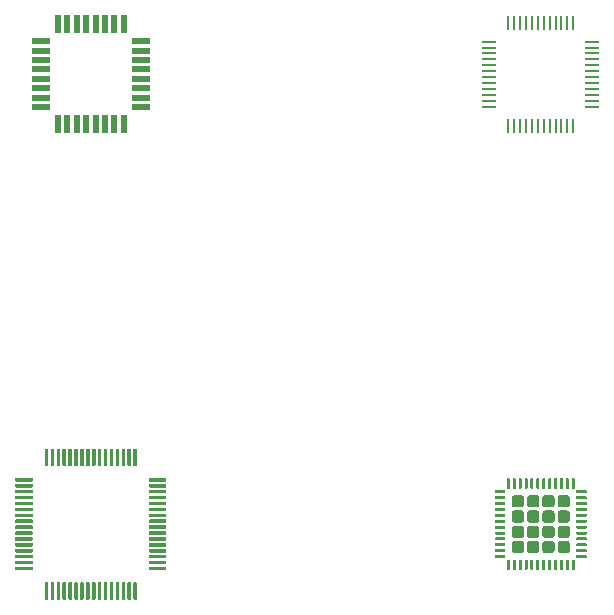
<source format=gbr>
G04 #@! TF.GenerationSoftware,KiCad,Pcbnew,5.1.5-52549c5~86~ubuntu18.04.1*
G04 #@! TF.CreationDate,2020-04-26T22:38:11-07:00*
G04 #@! TF.ProjectId,StencilFootprints,5374656e-6369-46c4-966f-6f747072696e,rev?*
G04 #@! TF.SameCoordinates,Original*
G04 #@! TF.FileFunction,Paste,Top*
G04 #@! TF.FilePolarity,Positive*
%FSLAX46Y46*%
G04 Gerber Fmt 4.6, Leading zero omitted, Abs format (unit mm)*
G04 Created by KiCad (PCBNEW 5.1.5-52549c5~86~ubuntu18.04.1) date 2020-04-26 22:38:11*
%MOMM*%
%LPD*%
G04 APERTURE LIST*
%ADD10R,0.550000X1.600000*%
%ADD11R,1.600000X0.550000*%
%ADD12C,0.100000*%
%ADD13R,0.250000X1.300000*%
%ADD14R,1.300000X0.250000*%
G04 APERTURE END LIST*
D10*
X124200000Y-84650000D03*
X125000000Y-84650000D03*
X125800000Y-84650000D03*
X126600000Y-84650000D03*
X127400000Y-84650000D03*
X128200000Y-84650000D03*
X129000000Y-84650000D03*
X129800000Y-84650000D03*
D11*
X131250000Y-86100000D03*
X131250000Y-86900000D03*
X131250000Y-87700000D03*
X131250000Y-88500000D03*
X131250000Y-89300000D03*
X131250000Y-90100000D03*
X131250000Y-90900000D03*
X131250000Y-91700000D03*
D10*
X129800000Y-93150000D03*
X129000000Y-93150000D03*
X128200000Y-93150000D03*
X127400000Y-93150000D03*
X126600000Y-93150000D03*
X125800000Y-93150000D03*
X125000000Y-93150000D03*
X124200000Y-93150000D03*
D11*
X122750000Y-91700000D03*
X122750000Y-90900000D03*
X122750000Y-90100000D03*
X122750000Y-89300000D03*
X122750000Y-88500000D03*
X122750000Y-87700000D03*
X122750000Y-86900000D03*
X122750000Y-86100000D03*
D12*
G36*
X162418626Y-123125301D02*
G01*
X162424693Y-123126201D01*
X162430643Y-123127691D01*
X162436418Y-123129758D01*
X162441962Y-123132380D01*
X162447223Y-123135533D01*
X162452150Y-123139187D01*
X162456694Y-123143306D01*
X162460813Y-123147850D01*
X162464467Y-123152777D01*
X162467620Y-123158038D01*
X162470242Y-123163582D01*
X162472309Y-123169357D01*
X162473799Y-123175307D01*
X162474699Y-123181374D01*
X162475000Y-123187500D01*
X162475000Y-123937500D01*
X162474699Y-123943626D01*
X162473799Y-123949693D01*
X162472309Y-123955643D01*
X162470242Y-123961418D01*
X162467620Y-123966962D01*
X162464467Y-123972223D01*
X162460813Y-123977150D01*
X162456694Y-123981694D01*
X162452150Y-123985813D01*
X162447223Y-123989467D01*
X162441962Y-123992620D01*
X162436418Y-123995242D01*
X162430643Y-123997309D01*
X162424693Y-123998799D01*
X162418626Y-123999699D01*
X162412500Y-124000000D01*
X162287500Y-124000000D01*
X162281374Y-123999699D01*
X162275307Y-123998799D01*
X162269357Y-123997309D01*
X162263582Y-123995242D01*
X162258038Y-123992620D01*
X162252777Y-123989467D01*
X162247850Y-123985813D01*
X162243306Y-123981694D01*
X162239187Y-123977150D01*
X162235533Y-123972223D01*
X162232380Y-123966962D01*
X162229758Y-123961418D01*
X162227691Y-123955643D01*
X162226201Y-123949693D01*
X162225301Y-123943626D01*
X162225000Y-123937500D01*
X162225000Y-123187500D01*
X162225301Y-123181374D01*
X162226201Y-123175307D01*
X162227691Y-123169357D01*
X162229758Y-123163582D01*
X162232380Y-123158038D01*
X162235533Y-123152777D01*
X162239187Y-123147850D01*
X162243306Y-123143306D01*
X162247850Y-123139187D01*
X162252777Y-123135533D01*
X162258038Y-123132380D01*
X162263582Y-123129758D01*
X162269357Y-123127691D01*
X162275307Y-123126201D01*
X162281374Y-123125301D01*
X162287500Y-123125000D01*
X162412500Y-123125000D01*
X162418626Y-123125301D01*
G37*
G36*
X162918626Y-123125301D02*
G01*
X162924693Y-123126201D01*
X162930643Y-123127691D01*
X162936418Y-123129758D01*
X162941962Y-123132380D01*
X162947223Y-123135533D01*
X162952150Y-123139187D01*
X162956694Y-123143306D01*
X162960813Y-123147850D01*
X162964467Y-123152777D01*
X162967620Y-123158038D01*
X162970242Y-123163582D01*
X162972309Y-123169357D01*
X162973799Y-123175307D01*
X162974699Y-123181374D01*
X162975000Y-123187500D01*
X162975000Y-123937500D01*
X162974699Y-123943626D01*
X162973799Y-123949693D01*
X162972309Y-123955643D01*
X162970242Y-123961418D01*
X162967620Y-123966962D01*
X162964467Y-123972223D01*
X162960813Y-123977150D01*
X162956694Y-123981694D01*
X162952150Y-123985813D01*
X162947223Y-123989467D01*
X162941962Y-123992620D01*
X162936418Y-123995242D01*
X162930643Y-123997309D01*
X162924693Y-123998799D01*
X162918626Y-123999699D01*
X162912500Y-124000000D01*
X162787500Y-124000000D01*
X162781374Y-123999699D01*
X162775307Y-123998799D01*
X162769357Y-123997309D01*
X162763582Y-123995242D01*
X162758038Y-123992620D01*
X162752777Y-123989467D01*
X162747850Y-123985813D01*
X162743306Y-123981694D01*
X162739187Y-123977150D01*
X162735533Y-123972223D01*
X162732380Y-123966962D01*
X162729758Y-123961418D01*
X162727691Y-123955643D01*
X162726201Y-123949693D01*
X162725301Y-123943626D01*
X162725000Y-123937500D01*
X162725000Y-123187500D01*
X162725301Y-123181374D01*
X162726201Y-123175307D01*
X162727691Y-123169357D01*
X162729758Y-123163582D01*
X162732380Y-123158038D01*
X162735533Y-123152777D01*
X162739187Y-123147850D01*
X162743306Y-123143306D01*
X162747850Y-123139187D01*
X162752777Y-123135533D01*
X162758038Y-123132380D01*
X162763582Y-123129758D01*
X162769357Y-123127691D01*
X162775307Y-123126201D01*
X162781374Y-123125301D01*
X162787500Y-123125000D01*
X162912500Y-123125000D01*
X162918626Y-123125301D01*
G37*
G36*
X163418626Y-123125301D02*
G01*
X163424693Y-123126201D01*
X163430643Y-123127691D01*
X163436418Y-123129758D01*
X163441962Y-123132380D01*
X163447223Y-123135533D01*
X163452150Y-123139187D01*
X163456694Y-123143306D01*
X163460813Y-123147850D01*
X163464467Y-123152777D01*
X163467620Y-123158038D01*
X163470242Y-123163582D01*
X163472309Y-123169357D01*
X163473799Y-123175307D01*
X163474699Y-123181374D01*
X163475000Y-123187500D01*
X163475000Y-123937500D01*
X163474699Y-123943626D01*
X163473799Y-123949693D01*
X163472309Y-123955643D01*
X163470242Y-123961418D01*
X163467620Y-123966962D01*
X163464467Y-123972223D01*
X163460813Y-123977150D01*
X163456694Y-123981694D01*
X163452150Y-123985813D01*
X163447223Y-123989467D01*
X163441962Y-123992620D01*
X163436418Y-123995242D01*
X163430643Y-123997309D01*
X163424693Y-123998799D01*
X163418626Y-123999699D01*
X163412500Y-124000000D01*
X163287500Y-124000000D01*
X163281374Y-123999699D01*
X163275307Y-123998799D01*
X163269357Y-123997309D01*
X163263582Y-123995242D01*
X163258038Y-123992620D01*
X163252777Y-123989467D01*
X163247850Y-123985813D01*
X163243306Y-123981694D01*
X163239187Y-123977150D01*
X163235533Y-123972223D01*
X163232380Y-123966962D01*
X163229758Y-123961418D01*
X163227691Y-123955643D01*
X163226201Y-123949693D01*
X163225301Y-123943626D01*
X163225000Y-123937500D01*
X163225000Y-123187500D01*
X163225301Y-123181374D01*
X163226201Y-123175307D01*
X163227691Y-123169357D01*
X163229758Y-123163582D01*
X163232380Y-123158038D01*
X163235533Y-123152777D01*
X163239187Y-123147850D01*
X163243306Y-123143306D01*
X163247850Y-123139187D01*
X163252777Y-123135533D01*
X163258038Y-123132380D01*
X163263582Y-123129758D01*
X163269357Y-123127691D01*
X163275307Y-123126201D01*
X163281374Y-123125301D01*
X163287500Y-123125000D01*
X163412500Y-123125000D01*
X163418626Y-123125301D01*
G37*
G36*
X163918626Y-123125301D02*
G01*
X163924693Y-123126201D01*
X163930643Y-123127691D01*
X163936418Y-123129758D01*
X163941962Y-123132380D01*
X163947223Y-123135533D01*
X163952150Y-123139187D01*
X163956694Y-123143306D01*
X163960813Y-123147850D01*
X163964467Y-123152777D01*
X163967620Y-123158038D01*
X163970242Y-123163582D01*
X163972309Y-123169357D01*
X163973799Y-123175307D01*
X163974699Y-123181374D01*
X163975000Y-123187500D01*
X163975000Y-123937500D01*
X163974699Y-123943626D01*
X163973799Y-123949693D01*
X163972309Y-123955643D01*
X163970242Y-123961418D01*
X163967620Y-123966962D01*
X163964467Y-123972223D01*
X163960813Y-123977150D01*
X163956694Y-123981694D01*
X163952150Y-123985813D01*
X163947223Y-123989467D01*
X163941962Y-123992620D01*
X163936418Y-123995242D01*
X163930643Y-123997309D01*
X163924693Y-123998799D01*
X163918626Y-123999699D01*
X163912500Y-124000000D01*
X163787500Y-124000000D01*
X163781374Y-123999699D01*
X163775307Y-123998799D01*
X163769357Y-123997309D01*
X163763582Y-123995242D01*
X163758038Y-123992620D01*
X163752777Y-123989467D01*
X163747850Y-123985813D01*
X163743306Y-123981694D01*
X163739187Y-123977150D01*
X163735533Y-123972223D01*
X163732380Y-123966962D01*
X163729758Y-123961418D01*
X163727691Y-123955643D01*
X163726201Y-123949693D01*
X163725301Y-123943626D01*
X163725000Y-123937500D01*
X163725000Y-123187500D01*
X163725301Y-123181374D01*
X163726201Y-123175307D01*
X163727691Y-123169357D01*
X163729758Y-123163582D01*
X163732380Y-123158038D01*
X163735533Y-123152777D01*
X163739187Y-123147850D01*
X163743306Y-123143306D01*
X163747850Y-123139187D01*
X163752777Y-123135533D01*
X163758038Y-123132380D01*
X163763582Y-123129758D01*
X163769357Y-123127691D01*
X163775307Y-123126201D01*
X163781374Y-123125301D01*
X163787500Y-123125000D01*
X163912500Y-123125000D01*
X163918626Y-123125301D01*
G37*
G36*
X164418626Y-123125301D02*
G01*
X164424693Y-123126201D01*
X164430643Y-123127691D01*
X164436418Y-123129758D01*
X164441962Y-123132380D01*
X164447223Y-123135533D01*
X164452150Y-123139187D01*
X164456694Y-123143306D01*
X164460813Y-123147850D01*
X164464467Y-123152777D01*
X164467620Y-123158038D01*
X164470242Y-123163582D01*
X164472309Y-123169357D01*
X164473799Y-123175307D01*
X164474699Y-123181374D01*
X164475000Y-123187500D01*
X164475000Y-123937500D01*
X164474699Y-123943626D01*
X164473799Y-123949693D01*
X164472309Y-123955643D01*
X164470242Y-123961418D01*
X164467620Y-123966962D01*
X164464467Y-123972223D01*
X164460813Y-123977150D01*
X164456694Y-123981694D01*
X164452150Y-123985813D01*
X164447223Y-123989467D01*
X164441962Y-123992620D01*
X164436418Y-123995242D01*
X164430643Y-123997309D01*
X164424693Y-123998799D01*
X164418626Y-123999699D01*
X164412500Y-124000000D01*
X164287500Y-124000000D01*
X164281374Y-123999699D01*
X164275307Y-123998799D01*
X164269357Y-123997309D01*
X164263582Y-123995242D01*
X164258038Y-123992620D01*
X164252777Y-123989467D01*
X164247850Y-123985813D01*
X164243306Y-123981694D01*
X164239187Y-123977150D01*
X164235533Y-123972223D01*
X164232380Y-123966962D01*
X164229758Y-123961418D01*
X164227691Y-123955643D01*
X164226201Y-123949693D01*
X164225301Y-123943626D01*
X164225000Y-123937500D01*
X164225000Y-123187500D01*
X164225301Y-123181374D01*
X164226201Y-123175307D01*
X164227691Y-123169357D01*
X164229758Y-123163582D01*
X164232380Y-123158038D01*
X164235533Y-123152777D01*
X164239187Y-123147850D01*
X164243306Y-123143306D01*
X164247850Y-123139187D01*
X164252777Y-123135533D01*
X164258038Y-123132380D01*
X164263582Y-123129758D01*
X164269357Y-123127691D01*
X164275307Y-123126201D01*
X164281374Y-123125301D01*
X164287500Y-123125000D01*
X164412500Y-123125000D01*
X164418626Y-123125301D01*
G37*
G36*
X164918626Y-123125301D02*
G01*
X164924693Y-123126201D01*
X164930643Y-123127691D01*
X164936418Y-123129758D01*
X164941962Y-123132380D01*
X164947223Y-123135533D01*
X164952150Y-123139187D01*
X164956694Y-123143306D01*
X164960813Y-123147850D01*
X164964467Y-123152777D01*
X164967620Y-123158038D01*
X164970242Y-123163582D01*
X164972309Y-123169357D01*
X164973799Y-123175307D01*
X164974699Y-123181374D01*
X164975000Y-123187500D01*
X164975000Y-123937500D01*
X164974699Y-123943626D01*
X164973799Y-123949693D01*
X164972309Y-123955643D01*
X164970242Y-123961418D01*
X164967620Y-123966962D01*
X164964467Y-123972223D01*
X164960813Y-123977150D01*
X164956694Y-123981694D01*
X164952150Y-123985813D01*
X164947223Y-123989467D01*
X164941962Y-123992620D01*
X164936418Y-123995242D01*
X164930643Y-123997309D01*
X164924693Y-123998799D01*
X164918626Y-123999699D01*
X164912500Y-124000000D01*
X164787500Y-124000000D01*
X164781374Y-123999699D01*
X164775307Y-123998799D01*
X164769357Y-123997309D01*
X164763582Y-123995242D01*
X164758038Y-123992620D01*
X164752777Y-123989467D01*
X164747850Y-123985813D01*
X164743306Y-123981694D01*
X164739187Y-123977150D01*
X164735533Y-123972223D01*
X164732380Y-123966962D01*
X164729758Y-123961418D01*
X164727691Y-123955643D01*
X164726201Y-123949693D01*
X164725301Y-123943626D01*
X164725000Y-123937500D01*
X164725000Y-123187500D01*
X164725301Y-123181374D01*
X164726201Y-123175307D01*
X164727691Y-123169357D01*
X164729758Y-123163582D01*
X164732380Y-123158038D01*
X164735533Y-123152777D01*
X164739187Y-123147850D01*
X164743306Y-123143306D01*
X164747850Y-123139187D01*
X164752777Y-123135533D01*
X164758038Y-123132380D01*
X164763582Y-123129758D01*
X164769357Y-123127691D01*
X164775307Y-123126201D01*
X164781374Y-123125301D01*
X164787500Y-123125000D01*
X164912500Y-123125000D01*
X164918626Y-123125301D01*
G37*
G36*
X165418626Y-123125301D02*
G01*
X165424693Y-123126201D01*
X165430643Y-123127691D01*
X165436418Y-123129758D01*
X165441962Y-123132380D01*
X165447223Y-123135533D01*
X165452150Y-123139187D01*
X165456694Y-123143306D01*
X165460813Y-123147850D01*
X165464467Y-123152777D01*
X165467620Y-123158038D01*
X165470242Y-123163582D01*
X165472309Y-123169357D01*
X165473799Y-123175307D01*
X165474699Y-123181374D01*
X165475000Y-123187500D01*
X165475000Y-123937500D01*
X165474699Y-123943626D01*
X165473799Y-123949693D01*
X165472309Y-123955643D01*
X165470242Y-123961418D01*
X165467620Y-123966962D01*
X165464467Y-123972223D01*
X165460813Y-123977150D01*
X165456694Y-123981694D01*
X165452150Y-123985813D01*
X165447223Y-123989467D01*
X165441962Y-123992620D01*
X165436418Y-123995242D01*
X165430643Y-123997309D01*
X165424693Y-123998799D01*
X165418626Y-123999699D01*
X165412500Y-124000000D01*
X165287500Y-124000000D01*
X165281374Y-123999699D01*
X165275307Y-123998799D01*
X165269357Y-123997309D01*
X165263582Y-123995242D01*
X165258038Y-123992620D01*
X165252777Y-123989467D01*
X165247850Y-123985813D01*
X165243306Y-123981694D01*
X165239187Y-123977150D01*
X165235533Y-123972223D01*
X165232380Y-123966962D01*
X165229758Y-123961418D01*
X165227691Y-123955643D01*
X165226201Y-123949693D01*
X165225301Y-123943626D01*
X165225000Y-123937500D01*
X165225000Y-123187500D01*
X165225301Y-123181374D01*
X165226201Y-123175307D01*
X165227691Y-123169357D01*
X165229758Y-123163582D01*
X165232380Y-123158038D01*
X165235533Y-123152777D01*
X165239187Y-123147850D01*
X165243306Y-123143306D01*
X165247850Y-123139187D01*
X165252777Y-123135533D01*
X165258038Y-123132380D01*
X165263582Y-123129758D01*
X165269357Y-123127691D01*
X165275307Y-123126201D01*
X165281374Y-123125301D01*
X165287500Y-123125000D01*
X165412500Y-123125000D01*
X165418626Y-123125301D01*
G37*
G36*
X165918626Y-123125301D02*
G01*
X165924693Y-123126201D01*
X165930643Y-123127691D01*
X165936418Y-123129758D01*
X165941962Y-123132380D01*
X165947223Y-123135533D01*
X165952150Y-123139187D01*
X165956694Y-123143306D01*
X165960813Y-123147850D01*
X165964467Y-123152777D01*
X165967620Y-123158038D01*
X165970242Y-123163582D01*
X165972309Y-123169357D01*
X165973799Y-123175307D01*
X165974699Y-123181374D01*
X165975000Y-123187500D01*
X165975000Y-123937500D01*
X165974699Y-123943626D01*
X165973799Y-123949693D01*
X165972309Y-123955643D01*
X165970242Y-123961418D01*
X165967620Y-123966962D01*
X165964467Y-123972223D01*
X165960813Y-123977150D01*
X165956694Y-123981694D01*
X165952150Y-123985813D01*
X165947223Y-123989467D01*
X165941962Y-123992620D01*
X165936418Y-123995242D01*
X165930643Y-123997309D01*
X165924693Y-123998799D01*
X165918626Y-123999699D01*
X165912500Y-124000000D01*
X165787500Y-124000000D01*
X165781374Y-123999699D01*
X165775307Y-123998799D01*
X165769357Y-123997309D01*
X165763582Y-123995242D01*
X165758038Y-123992620D01*
X165752777Y-123989467D01*
X165747850Y-123985813D01*
X165743306Y-123981694D01*
X165739187Y-123977150D01*
X165735533Y-123972223D01*
X165732380Y-123966962D01*
X165729758Y-123961418D01*
X165727691Y-123955643D01*
X165726201Y-123949693D01*
X165725301Y-123943626D01*
X165725000Y-123937500D01*
X165725000Y-123187500D01*
X165725301Y-123181374D01*
X165726201Y-123175307D01*
X165727691Y-123169357D01*
X165729758Y-123163582D01*
X165732380Y-123158038D01*
X165735533Y-123152777D01*
X165739187Y-123147850D01*
X165743306Y-123143306D01*
X165747850Y-123139187D01*
X165752777Y-123135533D01*
X165758038Y-123132380D01*
X165763582Y-123129758D01*
X165769357Y-123127691D01*
X165775307Y-123126201D01*
X165781374Y-123125301D01*
X165787500Y-123125000D01*
X165912500Y-123125000D01*
X165918626Y-123125301D01*
G37*
G36*
X166418626Y-123125301D02*
G01*
X166424693Y-123126201D01*
X166430643Y-123127691D01*
X166436418Y-123129758D01*
X166441962Y-123132380D01*
X166447223Y-123135533D01*
X166452150Y-123139187D01*
X166456694Y-123143306D01*
X166460813Y-123147850D01*
X166464467Y-123152777D01*
X166467620Y-123158038D01*
X166470242Y-123163582D01*
X166472309Y-123169357D01*
X166473799Y-123175307D01*
X166474699Y-123181374D01*
X166475000Y-123187500D01*
X166475000Y-123937500D01*
X166474699Y-123943626D01*
X166473799Y-123949693D01*
X166472309Y-123955643D01*
X166470242Y-123961418D01*
X166467620Y-123966962D01*
X166464467Y-123972223D01*
X166460813Y-123977150D01*
X166456694Y-123981694D01*
X166452150Y-123985813D01*
X166447223Y-123989467D01*
X166441962Y-123992620D01*
X166436418Y-123995242D01*
X166430643Y-123997309D01*
X166424693Y-123998799D01*
X166418626Y-123999699D01*
X166412500Y-124000000D01*
X166287500Y-124000000D01*
X166281374Y-123999699D01*
X166275307Y-123998799D01*
X166269357Y-123997309D01*
X166263582Y-123995242D01*
X166258038Y-123992620D01*
X166252777Y-123989467D01*
X166247850Y-123985813D01*
X166243306Y-123981694D01*
X166239187Y-123977150D01*
X166235533Y-123972223D01*
X166232380Y-123966962D01*
X166229758Y-123961418D01*
X166227691Y-123955643D01*
X166226201Y-123949693D01*
X166225301Y-123943626D01*
X166225000Y-123937500D01*
X166225000Y-123187500D01*
X166225301Y-123181374D01*
X166226201Y-123175307D01*
X166227691Y-123169357D01*
X166229758Y-123163582D01*
X166232380Y-123158038D01*
X166235533Y-123152777D01*
X166239187Y-123147850D01*
X166243306Y-123143306D01*
X166247850Y-123139187D01*
X166252777Y-123135533D01*
X166258038Y-123132380D01*
X166263582Y-123129758D01*
X166269357Y-123127691D01*
X166275307Y-123126201D01*
X166281374Y-123125301D01*
X166287500Y-123125000D01*
X166412500Y-123125000D01*
X166418626Y-123125301D01*
G37*
G36*
X166918626Y-123125301D02*
G01*
X166924693Y-123126201D01*
X166930643Y-123127691D01*
X166936418Y-123129758D01*
X166941962Y-123132380D01*
X166947223Y-123135533D01*
X166952150Y-123139187D01*
X166956694Y-123143306D01*
X166960813Y-123147850D01*
X166964467Y-123152777D01*
X166967620Y-123158038D01*
X166970242Y-123163582D01*
X166972309Y-123169357D01*
X166973799Y-123175307D01*
X166974699Y-123181374D01*
X166975000Y-123187500D01*
X166975000Y-123937500D01*
X166974699Y-123943626D01*
X166973799Y-123949693D01*
X166972309Y-123955643D01*
X166970242Y-123961418D01*
X166967620Y-123966962D01*
X166964467Y-123972223D01*
X166960813Y-123977150D01*
X166956694Y-123981694D01*
X166952150Y-123985813D01*
X166947223Y-123989467D01*
X166941962Y-123992620D01*
X166936418Y-123995242D01*
X166930643Y-123997309D01*
X166924693Y-123998799D01*
X166918626Y-123999699D01*
X166912500Y-124000000D01*
X166787500Y-124000000D01*
X166781374Y-123999699D01*
X166775307Y-123998799D01*
X166769357Y-123997309D01*
X166763582Y-123995242D01*
X166758038Y-123992620D01*
X166752777Y-123989467D01*
X166747850Y-123985813D01*
X166743306Y-123981694D01*
X166739187Y-123977150D01*
X166735533Y-123972223D01*
X166732380Y-123966962D01*
X166729758Y-123961418D01*
X166727691Y-123955643D01*
X166726201Y-123949693D01*
X166725301Y-123943626D01*
X166725000Y-123937500D01*
X166725000Y-123187500D01*
X166725301Y-123181374D01*
X166726201Y-123175307D01*
X166727691Y-123169357D01*
X166729758Y-123163582D01*
X166732380Y-123158038D01*
X166735533Y-123152777D01*
X166739187Y-123147850D01*
X166743306Y-123143306D01*
X166747850Y-123139187D01*
X166752777Y-123135533D01*
X166758038Y-123132380D01*
X166763582Y-123129758D01*
X166769357Y-123127691D01*
X166775307Y-123126201D01*
X166781374Y-123125301D01*
X166787500Y-123125000D01*
X166912500Y-123125000D01*
X166918626Y-123125301D01*
G37*
G36*
X167418626Y-123125301D02*
G01*
X167424693Y-123126201D01*
X167430643Y-123127691D01*
X167436418Y-123129758D01*
X167441962Y-123132380D01*
X167447223Y-123135533D01*
X167452150Y-123139187D01*
X167456694Y-123143306D01*
X167460813Y-123147850D01*
X167464467Y-123152777D01*
X167467620Y-123158038D01*
X167470242Y-123163582D01*
X167472309Y-123169357D01*
X167473799Y-123175307D01*
X167474699Y-123181374D01*
X167475000Y-123187500D01*
X167475000Y-123937500D01*
X167474699Y-123943626D01*
X167473799Y-123949693D01*
X167472309Y-123955643D01*
X167470242Y-123961418D01*
X167467620Y-123966962D01*
X167464467Y-123972223D01*
X167460813Y-123977150D01*
X167456694Y-123981694D01*
X167452150Y-123985813D01*
X167447223Y-123989467D01*
X167441962Y-123992620D01*
X167436418Y-123995242D01*
X167430643Y-123997309D01*
X167424693Y-123998799D01*
X167418626Y-123999699D01*
X167412500Y-124000000D01*
X167287500Y-124000000D01*
X167281374Y-123999699D01*
X167275307Y-123998799D01*
X167269357Y-123997309D01*
X167263582Y-123995242D01*
X167258038Y-123992620D01*
X167252777Y-123989467D01*
X167247850Y-123985813D01*
X167243306Y-123981694D01*
X167239187Y-123977150D01*
X167235533Y-123972223D01*
X167232380Y-123966962D01*
X167229758Y-123961418D01*
X167227691Y-123955643D01*
X167226201Y-123949693D01*
X167225301Y-123943626D01*
X167225000Y-123937500D01*
X167225000Y-123187500D01*
X167225301Y-123181374D01*
X167226201Y-123175307D01*
X167227691Y-123169357D01*
X167229758Y-123163582D01*
X167232380Y-123158038D01*
X167235533Y-123152777D01*
X167239187Y-123147850D01*
X167243306Y-123143306D01*
X167247850Y-123139187D01*
X167252777Y-123135533D01*
X167258038Y-123132380D01*
X167263582Y-123129758D01*
X167269357Y-123127691D01*
X167275307Y-123126201D01*
X167281374Y-123125301D01*
X167287500Y-123125000D01*
X167412500Y-123125000D01*
X167418626Y-123125301D01*
G37*
G36*
X167918626Y-123125301D02*
G01*
X167924693Y-123126201D01*
X167930643Y-123127691D01*
X167936418Y-123129758D01*
X167941962Y-123132380D01*
X167947223Y-123135533D01*
X167952150Y-123139187D01*
X167956694Y-123143306D01*
X167960813Y-123147850D01*
X167964467Y-123152777D01*
X167967620Y-123158038D01*
X167970242Y-123163582D01*
X167972309Y-123169357D01*
X167973799Y-123175307D01*
X167974699Y-123181374D01*
X167975000Y-123187500D01*
X167975000Y-123937500D01*
X167974699Y-123943626D01*
X167973799Y-123949693D01*
X167972309Y-123955643D01*
X167970242Y-123961418D01*
X167967620Y-123966962D01*
X167964467Y-123972223D01*
X167960813Y-123977150D01*
X167956694Y-123981694D01*
X167952150Y-123985813D01*
X167947223Y-123989467D01*
X167941962Y-123992620D01*
X167936418Y-123995242D01*
X167930643Y-123997309D01*
X167924693Y-123998799D01*
X167918626Y-123999699D01*
X167912500Y-124000000D01*
X167787500Y-124000000D01*
X167781374Y-123999699D01*
X167775307Y-123998799D01*
X167769357Y-123997309D01*
X167763582Y-123995242D01*
X167758038Y-123992620D01*
X167752777Y-123989467D01*
X167747850Y-123985813D01*
X167743306Y-123981694D01*
X167739187Y-123977150D01*
X167735533Y-123972223D01*
X167732380Y-123966962D01*
X167729758Y-123961418D01*
X167727691Y-123955643D01*
X167726201Y-123949693D01*
X167725301Y-123943626D01*
X167725000Y-123937500D01*
X167725000Y-123187500D01*
X167725301Y-123181374D01*
X167726201Y-123175307D01*
X167727691Y-123169357D01*
X167729758Y-123163582D01*
X167732380Y-123158038D01*
X167735533Y-123152777D01*
X167739187Y-123147850D01*
X167743306Y-123143306D01*
X167747850Y-123139187D01*
X167752777Y-123135533D01*
X167758038Y-123132380D01*
X167763582Y-123129758D01*
X167769357Y-123127691D01*
X167775307Y-123126201D01*
X167781374Y-123125301D01*
X167787500Y-123125000D01*
X167912500Y-123125000D01*
X167918626Y-123125301D01*
G37*
G36*
X168918626Y-124125301D02*
G01*
X168924693Y-124126201D01*
X168930643Y-124127691D01*
X168936418Y-124129758D01*
X168941962Y-124132380D01*
X168947223Y-124135533D01*
X168952150Y-124139187D01*
X168956694Y-124143306D01*
X168960813Y-124147850D01*
X168964467Y-124152777D01*
X168967620Y-124158038D01*
X168970242Y-124163582D01*
X168972309Y-124169357D01*
X168973799Y-124175307D01*
X168974699Y-124181374D01*
X168975000Y-124187500D01*
X168975000Y-124312500D01*
X168974699Y-124318626D01*
X168973799Y-124324693D01*
X168972309Y-124330643D01*
X168970242Y-124336418D01*
X168967620Y-124341962D01*
X168964467Y-124347223D01*
X168960813Y-124352150D01*
X168956694Y-124356694D01*
X168952150Y-124360813D01*
X168947223Y-124364467D01*
X168941962Y-124367620D01*
X168936418Y-124370242D01*
X168930643Y-124372309D01*
X168924693Y-124373799D01*
X168918626Y-124374699D01*
X168912500Y-124375000D01*
X168162500Y-124375000D01*
X168156374Y-124374699D01*
X168150307Y-124373799D01*
X168144357Y-124372309D01*
X168138582Y-124370242D01*
X168133038Y-124367620D01*
X168127777Y-124364467D01*
X168122850Y-124360813D01*
X168118306Y-124356694D01*
X168114187Y-124352150D01*
X168110533Y-124347223D01*
X168107380Y-124341962D01*
X168104758Y-124336418D01*
X168102691Y-124330643D01*
X168101201Y-124324693D01*
X168100301Y-124318626D01*
X168100000Y-124312500D01*
X168100000Y-124187500D01*
X168100301Y-124181374D01*
X168101201Y-124175307D01*
X168102691Y-124169357D01*
X168104758Y-124163582D01*
X168107380Y-124158038D01*
X168110533Y-124152777D01*
X168114187Y-124147850D01*
X168118306Y-124143306D01*
X168122850Y-124139187D01*
X168127777Y-124135533D01*
X168133038Y-124132380D01*
X168138582Y-124129758D01*
X168144357Y-124127691D01*
X168150307Y-124126201D01*
X168156374Y-124125301D01*
X168162500Y-124125000D01*
X168912500Y-124125000D01*
X168918626Y-124125301D01*
G37*
G36*
X168918626Y-124625301D02*
G01*
X168924693Y-124626201D01*
X168930643Y-124627691D01*
X168936418Y-124629758D01*
X168941962Y-124632380D01*
X168947223Y-124635533D01*
X168952150Y-124639187D01*
X168956694Y-124643306D01*
X168960813Y-124647850D01*
X168964467Y-124652777D01*
X168967620Y-124658038D01*
X168970242Y-124663582D01*
X168972309Y-124669357D01*
X168973799Y-124675307D01*
X168974699Y-124681374D01*
X168975000Y-124687500D01*
X168975000Y-124812500D01*
X168974699Y-124818626D01*
X168973799Y-124824693D01*
X168972309Y-124830643D01*
X168970242Y-124836418D01*
X168967620Y-124841962D01*
X168964467Y-124847223D01*
X168960813Y-124852150D01*
X168956694Y-124856694D01*
X168952150Y-124860813D01*
X168947223Y-124864467D01*
X168941962Y-124867620D01*
X168936418Y-124870242D01*
X168930643Y-124872309D01*
X168924693Y-124873799D01*
X168918626Y-124874699D01*
X168912500Y-124875000D01*
X168162500Y-124875000D01*
X168156374Y-124874699D01*
X168150307Y-124873799D01*
X168144357Y-124872309D01*
X168138582Y-124870242D01*
X168133038Y-124867620D01*
X168127777Y-124864467D01*
X168122850Y-124860813D01*
X168118306Y-124856694D01*
X168114187Y-124852150D01*
X168110533Y-124847223D01*
X168107380Y-124841962D01*
X168104758Y-124836418D01*
X168102691Y-124830643D01*
X168101201Y-124824693D01*
X168100301Y-124818626D01*
X168100000Y-124812500D01*
X168100000Y-124687500D01*
X168100301Y-124681374D01*
X168101201Y-124675307D01*
X168102691Y-124669357D01*
X168104758Y-124663582D01*
X168107380Y-124658038D01*
X168110533Y-124652777D01*
X168114187Y-124647850D01*
X168118306Y-124643306D01*
X168122850Y-124639187D01*
X168127777Y-124635533D01*
X168133038Y-124632380D01*
X168138582Y-124629758D01*
X168144357Y-124627691D01*
X168150307Y-124626201D01*
X168156374Y-124625301D01*
X168162500Y-124625000D01*
X168912500Y-124625000D01*
X168918626Y-124625301D01*
G37*
G36*
X168918626Y-125125301D02*
G01*
X168924693Y-125126201D01*
X168930643Y-125127691D01*
X168936418Y-125129758D01*
X168941962Y-125132380D01*
X168947223Y-125135533D01*
X168952150Y-125139187D01*
X168956694Y-125143306D01*
X168960813Y-125147850D01*
X168964467Y-125152777D01*
X168967620Y-125158038D01*
X168970242Y-125163582D01*
X168972309Y-125169357D01*
X168973799Y-125175307D01*
X168974699Y-125181374D01*
X168975000Y-125187500D01*
X168975000Y-125312500D01*
X168974699Y-125318626D01*
X168973799Y-125324693D01*
X168972309Y-125330643D01*
X168970242Y-125336418D01*
X168967620Y-125341962D01*
X168964467Y-125347223D01*
X168960813Y-125352150D01*
X168956694Y-125356694D01*
X168952150Y-125360813D01*
X168947223Y-125364467D01*
X168941962Y-125367620D01*
X168936418Y-125370242D01*
X168930643Y-125372309D01*
X168924693Y-125373799D01*
X168918626Y-125374699D01*
X168912500Y-125375000D01*
X168162500Y-125375000D01*
X168156374Y-125374699D01*
X168150307Y-125373799D01*
X168144357Y-125372309D01*
X168138582Y-125370242D01*
X168133038Y-125367620D01*
X168127777Y-125364467D01*
X168122850Y-125360813D01*
X168118306Y-125356694D01*
X168114187Y-125352150D01*
X168110533Y-125347223D01*
X168107380Y-125341962D01*
X168104758Y-125336418D01*
X168102691Y-125330643D01*
X168101201Y-125324693D01*
X168100301Y-125318626D01*
X168100000Y-125312500D01*
X168100000Y-125187500D01*
X168100301Y-125181374D01*
X168101201Y-125175307D01*
X168102691Y-125169357D01*
X168104758Y-125163582D01*
X168107380Y-125158038D01*
X168110533Y-125152777D01*
X168114187Y-125147850D01*
X168118306Y-125143306D01*
X168122850Y-125139187D01*
X168127777Y-125135533D01*
X168133038Y-125132380D01*
X168138582Y-125129758D01*
X168144357Y-125127691D01*
X168150307Y-125126201D01*
X168156374Y-125125301D01*
X168162500Y-125125000D01*
X168912500Y-125125000D01*
X168918626Y-125125301D01*
G37*
G36*
X168918626Y-125625301D02*
G01*
X168924693Y-125626201D01*
X168930643Y-125627691D01*
X168936418Y-125629758D01*
X168941962Y-125632380D01*
X168947223Y-125635533D01*
X168952150Y-125639187D01*
X168956694Y-125643306D01*
X168960813Y-125647850D01*
X168964467Y-125652777D01*
X168967620Y-125658038D01*
X168970242Y-125663582D01*
X168972309Y-125669357D01*
X168973799Y-125675307D01*
X168974699Y-125681374D01*
X168975000Y-125687500D01*
X168975000Y-125812500D01*
X168974699Y-125818626D01*
X168973799Y-125824693D01*
X168972309Y-125830643D01*
X168970242Y-125836418D01*
X168967620Y-125841962D01*
X168964467Y-125847223D01*
X168960813Y-125852150D01*
X168956694Y-125856694D01*
X168952150Y-125860813D01*
X168947223Y-125864467D01*
X168941962Y-125867620D01*
X168936418Y-125870242D01*
X168930643Y-125872309D01*
X168924693Y-125873799D01*
X168918626Y-125874699D01*
X168912500Y-125875000D01*
X168162500Y-125875000D01*
X168156374Y-125874699D01*
X168150307Y-125873799D01*
X168144357Y-125872309D01*
X168138582Y-125870242D01*
X168133038Y-125867620D01*
X168127777Y-125864467D01*
X168122850Y-125860813D01*
X168118306Y-125856694D01*
X168114187Y-125852150D01*
X168110533Y-125847223D01*
X168107380Y-125841962D01*
X168104758Y-125836418D01*
X168102691Y-125830643D01*
X168101201Y-125824693D01*
X168100301Y-125818626D01*
X168100000Y-125812500D01*
X168100000Y-125687500D01*
X168100301Y-125681374D01*
X168101201Y-125675307D01*
X168102691Y-125669357D01*
X168104758Y-125663582D01*
X168107380Y-125658038D01*
X168110533Y-125652777D01*
X168114187Y-125647850D01*
X168118306Y-125643306D01*
X168122850Y-125639187D01*
X168127777Y-125635533D01*
X168133038Y-125632380D01*
X168138582Y-125629758D01*
X168144357Y-125627691D01*
X168150307Y-125626201D01*
X168156374Y-125625301D01*
X168162500Y-125625000D01*
X168912500Y-125625000D01*
X168918626Y-125625301D01*
G37*
G36*
X168918626Y-126125301D02*
G01*
X168924693Y-126126201D01*
X168930643Y-126127691D01*
X168936418Y-126129758D01*
X168941962Y-126132380D01*
X168947223Y-126135533D01*
X168952150Y-126139187D01*
X168956694Y-126143306D01*
X168960813Y-126147850D01*
X168964467Y-126152777D01*
X168967620Y-126158038D01*
X168970242Y-126163582D01*
X168972309Y-126169357D01*
X168973799Y-126175307D01*
X168974699Y-126181374D01*
X168975000Y-126187500D01*
X168975000Y-126312500D01*
X168974699Y-126318626D01*
X168973799Y-126324693D01*
X168972309Y-126330643D01*
X168970242Y-126336418D01*
X168967620Y-126341962D01*
X168964467Y-126347223D01*
X168960813Y-126352150D01*
X168956694Y-126356694D01*
X168952150Y-126360813D01*
X168947223Y-126364467D01*
X168941962Y-126367620D01*
X168936418Y-126370242D01*
X168930643Y-126372309D01*
X168924693Y-126373799D01*
X168918626Y-126374699D01*
X168912500Y-126375000D01*
X168162500Y-126375000D01*
X168156374Y-126374699D01*
X168150307Y-126373799D01*
X168144357Y-126372309D01*
X168138582Y-126370242D01*
X168133038Y-126367620D01*
X168127777Y-126364467D01*
X168122850Y-126360813D01*
X168118306Y-126356694D01*
X168114187Y-126352150D01*
X168110533Y-126347223D01*
X168107380Y-126341962D01*
X168104758Y-126336418D01*
X168102691Y-126330643D01*
X168101201Y-126324693D01*
X168100301Y-126318626D01*
X168100000Y-126312500D01*
X168100000Y-126187500D01*
X168100301Y-126181374D01*
X168101201Y-126175307D01*
X168102691Y-126169357D01*
X168104758Y-126163582D01*
X168107380Y-126158038D01*
X168110533Y-126152777D01*
X168114187Y-126147850D01*
X168118306Y-126143306D01*
X168122850Y-126139187D01*
X168127777Y-126135533D01*
X168133038Y-126132380D01*
X168138582Y-126129758D01*
X168144357Y-126127691D01*
X168150307Y-126126201D01*
X168156374Y-126125301D01*
X168162500Y-126125000D01*
X168912500Y-126125000D01*
X168918626Y-126125301D01*
G37*
G36*
X168918626Y-126625301D02*
G01*
X168924693Y-126626201D01*
X168930643Y-126627691D01*
X168936418Y-126629758D01*
X168941962Y-126632380D01*
X168947223Y-126635533D01*
X168952150Y-126639187D01*
X168956694Y-126643306D01*
X168960813Y-126647850D01*
X168964467Y-126652777D01*
X168967620Y-126658038D01*
X168970242Y-126663582D01*
X168972309Y-126669357D01*
X168973799Y-126675307D01*
X168974699Y-126681374D01*
X168975000Y-126687500D01*
X168975000Y-126812500D01*
X168974699Y-126818626D01*
X168973799Y-126824693D01*
X168972309Y-126830643D01*
X168970242Y-126836418D01*
X168967620Y-126841962D01*
X168964467Y-126847223D01*
X168960813Y-126852150D01*
X168956694Y-126856694D01*
X168952150Y-126860813D01*
X168947223Y-126864467D01*
X168941962Y-126867620D01*
X168936418Y-126870242D01*
X168930643Y-126872309D01*
X168924693Y-126873799D01*
X168918626Y-126874699D01*
X168912500Y-126875000D01*
X168162500Y-126875000D01*
X168156374Y-126874699D01*
X168150307Y-126873799D01*
X168144357Y-126872309D01*
X168138582Y-126870242D01*
X168133038Y-126867620D01*
X168127777Y-126864467D01*
X168122850Y-126860813D01*
X168118306Y-126856694D01*
X168114187Y-126852150D01*
X168110533Y-126847223D01*
X168107380Y-126841962D01*
X168104758Y-126836418D01*
X168102691Y-126830643D01*
X168101201Y-126824693D01*
X168100301Y-126818626D01*
X168100000Y-126812500D01*
X168100000Y-126687500D01*
X168100301Y-126681374D01*
X168101201Y-126675307D01*
X168102691Y-126669357D01*
X168104758Y-126663582D01*
X168107380Y-126658038D01*
X168110533Y-126652777D01*
X168114187Y-126647850D01*
X168118306Y-126643306D01*
X168122850Y-126639187D01*
X168127777Y-126635533D01*
X168133038Y-126632380D01*
X168138582Y-126629758D01*
X168144357Y-126627691D01*
X168150307Y-126626201D01*
X168156374Y-126625301D01*
X168162500Y-126625000D01*
X168912500Y-126625000D01*
X168918626Y-126625301D01*
G37*
G36*
X168918626Y-127125301D02*
G01*
X168924693Y-127126201D01*
X168930643Y-127127691D01*
X168936418Y-127129758D01*
X168941962Y-127132380D01*
X168947223Y-127135533D01*
X168952150Y-127139187D01*
X168956694Y-127143306D01*
X168960813Y-127147850D01*
X168964467Y-127152777D01*
X168967620Y-127158038D01*
X168970242Y-127163582D01*
X168972309Y-127169357D01*
X168973799Y-127175307D01*
X168974699Y-127181374D01*
X168975000Y-127187500D01*
X168975000Y-127312500D01*
X168974699Y-127318626D01*
X168973799Y-127324693D01*
X168972309Y-127330643D01*
X168970242Y-127336418D01*
X168967620Y-127341962D01*
X168964467Y-127347223D01*
X168960813Y-127352150D01*
X168956694Y-127356694D01*
X168952150Y-127360813D01*
X168947223Y-127364467D01*
X168941962Y-127367620D01*
X168936418Y-127370242D01*
X168930643Y-127372309D01*
X168924693Y-127373799D01*
X168918626Y-127374699D01*
X168912500Y-127375000D01*
X168162500Y-127375000D01*
X168156374Y-127374699D01*
X168150307Y-127373799D01*
X168144357Y-127372309D01*
X168138582Y-127370242D01*
X168133038Y-127367620D01*
X168127777Y-127364467D01*
X168122850Y-127360813D01*
X168118306Y-127356694D01*
X168114187Y-127352150D01*
X168110533Y-127347223D01*
X168107380Y-127341962D01*
X168104758Y-127336418D01*
X168102691Y-127330643D01*
X168101201Y-127324693D01*
X168100301Y-127318626D01*
X168100000Y-127312500D01*
X168100000Y-127187500D01*
X168100301Y-127181374D01*
X168101201Y-127175307D01*
X168102691Y-127169357D01*
X168104758Y-127163582D01*
X168107380Y-127158038D01*
X168110533Y-127152777D01*
X168114187Y-127147850D01*
X168118306Y-127143306D01*
X168122850Y-127139187D01*
X168127777Y-127135533D01*
X168133038Y-127132380D01*
X168138582Y-127129758D01*
X168144357Y-127127691D01*
X168150307Y-127126201D01*
X168156374Y-127125301D01*
X168162500Y-127125000D01*
X168912500Y-127125000D01*
X168918626Y-127125301D01*
G37*
G36*
X168918626Y-127625301D02*
G01*
X168924693Y-127626201D01*
X168930643Y-127627691D01*
X168936418Y-127629758D01*
X168941962Y-127632380D01*
X168947223Y-127635533D01*
X168952150Y-127639187D01*
X168956694Y-127643306D01*
X168960813Y-127647850D01*
X168964467Y-127652777D01*
X168967620Y-127658038D01*
X168970242Y-127663582D01*
X168972309Y-127669357D01*
X168973799Y-127675307D01*
X168974699Y-127681374D01*
X168975000Y-127687500D01*
X168975000Y-127812500D01*
X168974699Y-127818626D01*
X168973799Y-127824693D01*
X168972309Y-127830643D01*
X168970242Y-127836418D01*
X168967620Y-127841962D01*
X168964467Y-127847223D01*
X168960813Y-127852150D01*
X168956694Y-127856694D01*
X168952150Y-127860813D01*
X168947223Y-127864467D01*
X168941962Y-127867620D01*
X168936418Y-127870242D01*
X168930643Y-127872309D01*
X168924693Y-127873799D01*
X168918626Y-127874699D01*
X168912500Y-127875000D01*
X168162500Y-127875000D01*
X168156374Y-127874699D01*
X168150307Y-127873799D01*
X168144357Y-127872309D01*
X168138582Y-127870242D01*
X168133038Y-127867620D01*
X168127777Y-127864467D01*
X168122850Y-127860813D01*
X168118306Y-127856694D01*
X168114187Y-127852150D01*
X168110533Y-127847223D01*
X168107380Y-127841962D01*
X168104758Y-127836418D01*
X168102691Y-127830643D01*
X168101201Y-127824693D01*
X168100301Y-127818626D01*
X168100000Y-127812500D01*
X168100000Y-127687500D01*
X168100301Y-127681374D01*
X168101201Y-127675307D01*
X168102691Y-127669357D01*
X168104758Y-127663582D01*
X168107380Y-127658038D01*
X168110533Y-127652777D01*
X168114187Y-127647850D01*
X168118306Y-127643306D01*
X168122850Y-127639187D01*
X168127777Y-127635533D01*
X168133038Y-127632380D01*
X168138582Y-127629758D01*
X168144357Y-127627691D01*
X168150307Y-127626201D01*
X168156374Y-127625301D01*
X168162500Y-127625000D01*
X168912500Y-127625000D01*
X168918626Y-127625301D01*
G37*
G36*
X168918626Y-128125301D02*
G01*
X168924693Y-128126201D01*
X168930643Y-128127691D01*
X168936418Y-128129758D01*
X168941962Y-128132380D01*
X168947223Y-128135533D01*
X168952150Y-128139187D01*
X168956694Y-128143306D01*
X168960813Y-128147850D01*
X168964467Y-128152777D01*
X168967620Y-128158038D01*
X168970242Y-128163582D01*
X168972309Y-128169357D01*
X168973799Y-128175307D01*
X168974699Y-128181374D01*
X168975000Y-128187500D01*
X168975000Y-128312500D01*
X168974699Y-128318626D01*
X168973799Y-128324693D01*
X168972309Y-128330643D01*
X168970242Y-128336418D01*
X168967620Y-128341962D01*
X168964467Y-128347223D01*
X168960813Y-128352150D01*
X168956694Y-128356694D01*
X168952150Y-128360813D01*
X168947223Y-128364467D01*
X168941962Y-128367620D01*
X168936418Y-128370242D01*
X168930643Y-128372309D01*
X168924693Y-128373799D01*
X168918626Y-128374699D01*
X168912500Y-128375000D01*
X168162500Y-128375000D01*
X168156374Y-128374699D01*
X168150307Y-128373799D01*
X168144357Y-128372309D01*
X168138582Y-128370242D01*
X168133038Y-128367620D01*
X168127777Y-128364467D01*
X168122850Y-128360813D01*
X168118306Y-128356694D01*
X168114187Y-128352150D01*
X168110533Y-128347223D01*
X168107380Y-128341962D01*
X168104758Y-128336418D01*
X168102691Y-128330643D01*
X168101201Y-128324693D01*
X168100301Y-128318626D01*
X168100000Y-128312500D01*
X168100000Y-128187500D01*
X168100301Y-128181374D01*
X168101201Y-128175307D01*
X168102691Y-128169357D01*
X168104758Y-128163582D01*
X168107380Y-128158038D01*
X168110533Y-128152777D01*
X168114187Y-128147850D01*
X168118306Y-128143306D01*
X168122850Y-128139187D01*
X168127777Y-128135533D01*
X168133038Y-128132380D01*
X168138582Y-128129758D01*
X168144357Y-128127691D01*
X168150307Y-128126201D01*
X168156374Y-128125301D01*
X168162500Y-128125000D01*
X168912500Y-128125000D01*
X168918626Y-128125301D01*
G37*
G36*
X168918626Y-128625301D02*
G01*
X168924693Y-128626201D01*
X168930643Y-128627691D01*
X168936418Y-128629758D01*
X168941962Y-128632380D01*
X168947223Y-128635533D01*
X168952150Y-128639187D01*
X168956694Y-128643306D01*
X168960813Y-128647850D01*
X168964467Y-128652777D01*
X168967620Y-128658038D01*
X168970242Y-128663582D01*
X168972309Y-128669357D01*
X168973799Y-128675307D01*
X168974699Y-128681374D01*
X168975000Y-128687500D01*
X168975000Y-128812500D01*
X168974699Y-128818626D01*
X168973799Y-128824693D01*
X168972309Y-128830643D01*
X168970242Y-128836418D01*
X168967620Y-128841962D01*
X168964467Y-128847223D01*
X168960813Y-128852150D01*
X168956694Y-128856694D01*
X168952150Y-128860813D01*
X168947223Y-128864467D01*
X168941962Y-128867620D01*
X168936418Y-128870242D01*
X168930643Y-128872309D01*
X168924693Y-128873799D01*
X168918626Y-128874699D01*
X168912500Y-128875000D01*
X168162500Y-128875000D01*
X168156374Y-128874699D01*
X168150307Y-128873799D01*
X168144357Y-128872309D01*
X168138582Y-128870242D01*
X168133038Y-128867620D01*
X168127777Y-128864467D01*
X168122850Y-128860813D01*
X168118306Y-128856694D01*
X168114187Y-128852150D01*
X168110533Y-128847223D01*
X168107380Y-128841962D01*
X168104758Y-128836418D01*
X168102691Y-128830643D01*
X168101201Y-128824693D01*
X168100301Y-128818626D01*
X168100000Y-128812500D01*
X168100000Y-128687500D01*
X168100301Y-128681374D01*
X168101201Y-128675307D01*
X168102691Y-128669357D01*
X168104758Y-128663582D01*
X168107380Y-128658038D01*
X168110533Y-128652777D01*
X168114187Y-128647850D01*
X168118306Y-128643306D01*
X168122850Y-128639187D01*
X168127777Y-128635533D01*
X168133038Y-128632380D01*
X168138582Y-128629758D01*
X168144357Y-128627691D01*
X168150307Y-128626201D01*
X168156374Y-128625301D01*
X168162500Y-128625000D01*
X168912500Y-128625000D01*
X168918626Y-128625301D01*
G37*
G36*
X168918626Y-129125301D02*
G01*
X168924693Y-129126201D01*
X168930643Y-129127691D01*
X168936418Y-129129758D01*
X168941962Y-129132380D01*
X168947223Y-129135533D01*
X168952150Y-129139187D01*
X168956694Y-129143306D01*
X168960813Y-129147850D01*
X168964467Y-129152777D01*
X168967620Y-129158038D01*
X168970242Y-129163582D01*
X168972309Y-129169357D01*
X168973799Y-129175307D01*
X168974699Y-129181374D01*
X168975000Y-129187500D01*
X168975000Y-129312500D01*
X168974699Y-129318626D01*
X168973799Y-129324693D01*
X168972309Y-129330643D01*
X168970242Y-129336418D01*
X168967620Y-129341962D01*
X168964467Y-129347223D01*
X168960813Y-129352150D01*
X168956694Y-129356694D01*
X168952150Y-129360813D01*
X168947223Y-129364467D01*
X168941962Y-129367620D01*
X168936418Y-129370242D01*
X168930643Y-129372309D01*
X168924693Y-129373799D01*
X168918626Y-129374699D01*
X168912500Y-129375000D01*
X168162500Y-129375000D01*
X168156374Y-129374699D01*
X168150307Y-129373799D01*
X168144357Y-129372309D01*
X168138582Y-129370242D01*
X168133038Y-129367620D01*
X168127777Y-129364467D01*
X168122850Y-129360813D01*
X168118306Y-129356694D01*
X168114187Y-129352150D01*
X168110533Y-129347223D01*
X168107380Y-129341962D01*
X168104758Y-129336418D01*
X168102691Y-129330643D01*
X168101201Y-129324693D01*
X168100301Y-129318626D01*
X168100000Y-129312500D01*
X168100000Y-129187500D01*
X168100301Y-129181374D01*
X168101201Y-129175307D01*
X168102691Y-129169357D01*
X168104758Y-129163582D01*
X168107380Y-129158038D01*
X168110533Y-129152777D01*
X168114187Y-129147850D01*
X168118306Y-129143306D01*
X168122850Y-129139187D01*
X168127777Y-129135533D01*
X168133038Y-129132380D01*
X168138582Y-129129758D01*
X168144357Y-129127691D01*
X168150307Y-129126201D01*
X168156374Y-129125301D01*
X168162500Y-129125000D01*
X168912500Y-129125000D01*
X168918626Y-129125301D01*
G37*
G36*
X168918626Y-129625301D02*
G01*
X168924693Y-129626201D01*
X168930643Y-129627691D01*
X168936418Y-129629758D01*
X168941962Y-129632380D01*
X168947223Y-129635533D01*
X168952150Y-129639187D01*
X168956694Y-129643306D01*
X168960813Y-129647850D01*
X168964467Y-129652777D01*
X168967620Y-129658038D01*
X168970242Y-129663582D01*
X168972309Y-129669357D01*
X168973799Y-129675307D01*
X168974699Y-129681374D01*
X168975000Y-129687500D01*
X168975000Y-129812500D01*
X168974699Y-129818626D01*
X168973799Y-129824693D01*
X168972309Y-129830643D01*
X168970242Y-129836418D01*
X168967620Y-129841962D01*
X168964467Y-129847223D01*
X168960813Y-129852150D01*
X168956694Y-129856694D01*
X168952150Y-129860813D01*
X168947223Y-129864467D01*
X168941962Y-129867620D01*
X168936418Y-129870242D01*
X168930643Y-129872309D01*
X168924693Y-129873799D01*
X168918626Y-129874699D01*
X168912500Y-129875000D01*
X168162500Y-129875000D01*
X168156374Y-129874699D01*
X168150307Y-129873799D01*
X168144357Y-129872309D01*
X168138582Y-129870242D01*
X168133038Y-129867620D01*
X168127777Y-129864467D01*
X168122850Y-129860813D01*
X168118306Y-129856694D01*
X168114187Y-129852150D01*
X168110533Y-129847223D01*
X168107380Y-129841962D01*
X168104758Y-129836418D01*
X168102691Y-129830643D01*
X168101201Y-129824693D01*
X168100301Y-129818626D01*
X168100000Y-129812500D01*
X168100000Y-129687500D01*
X168100301Y-129681374D01*
X168101201Y-129675307D01*
X168102691Y-129669357D01*
X168104758Y-129663582D01*
X168107380Y-129658038D01*
X168110533Y-129652777D01*
X168114187Y-129647850D01*
X168118306Y-129643306D01*
X168122850Y-129639187D01*
X168127777Y-129635533D01*
X168133038Y-129632380D01*
X168138582Y-129629758D01*
X168144357Y-129627691D01*
X168150307Y-129626201D01*
X168156374Y-129625301D01*
X168162500Y-129625000D01*
X168912500Y-129625000D01*
X168918626Y-129625301D01*
G37*
G36*
X167918626Y-130000301D02*
G01*
X167924693Y-130001201D01*
X167930643Y-130002691D01*
X167936418Y-130004758D01*
X167941962Y-130007380D01*
X167947223Y-130010533D01*
X167952150Y-130014187D01*
X167956694Y-130018306D01*
X167960813Y-130022850D01*
X167964467Y-130027777D01*
X167967620Y-130033038D01*
X167970242Y-130038582D01*
X167972309Y-130044357D01*
X167973799Y-130050307D01*
X167974699Y-130056374D01*
X167975000Y-130062500D01*
X167975000Y-130812500D01*
X167974699Y-130818626D01*
X167973799Y-130824693D01*
X167972309Y-130830643D01*
X167970242Y-130836418D01*
X167967620Y-130841962D01*
X167964467Y-130847223D01*
X167960813Y-130852150D01*
X167956694Y-130856694D01*
X167952150Y-130860813D01*
X167947223Y-130864467D01*
X167941962Y-130867620D01*
X167936418Y-130870242D01*
X167930643Y-130872309D01*
X167924693Y-130873799D01*
X167918626Y-130874699D01*
X167912500Y-130875000D01*
X167787500Y-130875000D01*
X167781374Y-130874699D01*
X167775307Y-130873799D01*
X167769357Y-130872309D01*
X167763582Y-130870242D01*
X167758038Y-130867620D01*
X167752777Y-130864467D01*
X167747850Y-130860813D01*
X167743306Y-130856694D01*
X167739187Y-130852150D01*
X167735533Y-130847223D01*
X167732380Y-130841962D01*
X167729758Y-130836418D01*
X167727691Y-130830643D01*
X167726201Y-130824693D01*
X167725301Y-130818626D01*
X167725000Y-130812500D01*
X167725000Y-130062500D01*
X167725301Y-130056374D01*
X167726201Y-130050307D01*
X167727691Y-130044357D01*
X167729758Y-130038582D01*
X167732380Y-130033038D01*
X167735533Y-130027777D01*
X167739187Y-130022850D01*
X167743306Y-130018306D01*
X167747850Y-130014187D01*
X167752777Y-130010533D01*
X167758038Y-130007380D01*
X167763582Y-130004758D01*
X167769357Y-130002691D01*
X167775307Y-130001201D01*
X167781374Y-130000301D01*
X167787500Y-130000000D01*
X167912500Y-130000000D01*
X167918626Y-130000301D01*
G37*
G36*
X167418626Y-130000301D02*
G01*
X167424693Y-130001201D01*
X167430643Y-130002691D01*
X167436418Y-130004758D01*
X167441962Y-130007380D01*
X167447223Y-130010533D01*
X167452150Y-130014187D01*
X167456694Y-130018306D01*
X167460813Y-130022850D01*
X167464467Y-130027777D01*
X167467620Y-130033038D01*
X167470242Y-130038582D01*
X167472309Y-130044357D01*
X167473799Y-130050307D01*
X167474699Y-130056374D01*
X167475000Y-130062500D01*
X167475000Y-130812500D01*
X167474699Y-130818626D01*
X167473799Y-130824693D01*
X167472309Y-130830643D01*
X167470242Y-130836418D01*
X167467620Y-130841962D01*
X167464467Y-130847223D01*
X167460813Y-130852150D01*
X167456694Y-130856694D01*
X167452150Y-130860813D01*
X167447223Y-130864467D01*
X167441962Y-130867620D01*
X167436418Y-130870242D01*
X167430643Y-130872309D01*
X167424693Y-130873799D01*
X167418626Y-130874699D01*
X167412500Y-130875000D01*
X167287500Y-130875000D01*
X167281374Y-130874699D01*
X167275307Y-130873799D01*
X167269357Y-130872309D01*
X167263582Y-130870242D01*
X167258038Y-130867620D01*
X167252777Y-130864467D01*
X167247850Y-130860813D01*
X167243306Y-130856694D01*
X167239187Y-130852150D01*
X167235533Y-130847223D01*
X167232380Y-130841962D01*
X167229758Y-130836418D01*
X167227691Y-130830643D01*
X167226201Y-130824693D01*
X167225301Y-130818626D01*
X167225000Y-130812500D01*
X167225000Y-130062500D01*
X167225301Y-130056374D01*
X167226201Y-130050307D01*
X167227691Y-130044357D01*
X167229758Y-130038582D01*
X167232380Y-130033038D01*
X167235533Y-130027777D01*
X167239187Y-130022850D01*
X167243306Y-130018306D01*
X167247850Y-130014187D01*
X167252777Y-130010533D01*
X167258038Y-130007380D01*
X167263582Y-130004758D01*
X167269357Y-130002691D01*
X167275307Y-130001201D01*
X167281374Y-130000301D01*
X167287500Y-130000000D01*
X167412500Y-130000000D01*
X167418626Y-130000301D01*
G37*
G36*
X166918626Y-130000301D02*
G01*
X166924693Y-130001201D01*
X166930643Y-130002691D01*
X166936418Y-130004758D01*
X166941962Y-130007380D01*
X166947223Y-130010533D01*
X166952150Y-130014187D01*
X166956694Y-130018306D01*
X166960813Y-130022850D01*
X166964467Y-130027777D01*
X166967620Y-130033038D01*
X166970242Y-130038582D01*
X166972309Y-130044357D01*
X166973799Y-130050307D01*
X166974699Y-130056374D01*
X166975000Y-130062500D01*
X166975000Y-130812500D01*
X166974699Y-130818626D01*
X166973799Y-130824693D01*
X166972309Y-130830643D01*
X166970242Y-130836418D01*
X166967620Y-130841962D01*
X166964467Y-130847223D01*
X166960813Y-130852150D01*
X166956694Y-130856694D01*
X166952150Y-130860813D01*
X166947223Y-130864467D01*
X166941962Y-130867620D01*
X166936418Y-130870242D01*
X166930643Y-130872309D01*
X166924693Y-130873799D01*
X166918626Y-130874699D01*
X166912500Y-130875000D01*
X166787500Y-130875000D01*
X166781374Y-130874699D01*
X166775307Y-130873799D01*
X166769357Y-130872309D01*
X166763582Y-130870242D01*
X166758038Y-130867620D01*
X166752777Y-130864467D01*
X166747850Y-130860813D01*
X166743306Y-130856694D01*
X166739187Y-130852150D01*
X166735533Y-130847223D01*
X166732380Y-130841962D01*
X166729758Y-130836418D01*
X166727691Y-130830643D01*
X166726201Y-130824693D01*
X166725301Y-130818626D01*
X166725000Y-130812500D01*
X166725000Y-130062500D01*
X166725301Y-130056374D01*
X166726201Y-130050307D01*
X166727691Y-130044357D01*
X166729758Y-130038582D01*
X166732380Y-130033038D01*
X166735533Y-130027777D01*
X166739187Y-130022850D01*
X166743306Y-130018306D01*
X166747850Y-130014187D01*
X166752777Y-130010533D01*
X166758038Y-130007380D01*
X166763582Y-130004758D01*
X166769357Y-130002691D01*
X166775307Y-130001201D01*
X166781374Y-130000301D01*
X166787500Y-130000000D01*
X166912500Y-130000000D01*
X166918626Y-130000301D01*
G37*
G36*
X166418626Y-130000301D02*
G01*
X166424693Y-130001201D01*
X166430643Y-130002691D01*
X166436418Y-130004758D01*
X166441962Y-130007380D01*
X166447223Y-130010533D01*
X166452150Y-130014187D01*
X166456694Y-130018306D01*
X166460813Y-130022850D01*
X166464467Y-130027777D01*
X166467620Y-130033038D01*
X166470242Y-130038582D01*
X166472309Y-130044357D01*
X166473799Y-130050307D01*
X166474699Y-130056374D01*
X166475000Y-130062500D01*
X166475000Y-130812500D01*
X166474699Y-130818626D01*
X166473799Y-130824693D01*
X166472309Y-130830643D01*
X166470242Y-130836418D01*
X166467620Y-130841962D01*
X166464467Y-130847223D01*
X166460813Y-130852150D01*
X166456694Y-130856694D01*
X166452150Y-130860813D01*
X166447223Y-130864467D01*
X166441962Y-130867620D01*
X166436418Y-130870242D01*
X166430643Y-130872309D01*
X166424693Y-130873799D01*
X166418626Y-130874699D01*
X166412500Y-130875000D01*
X166287500Y-130875000D01*
X166281374Y-130874699D01*
X166275307Y-130873799D01*
X166269357Y-130872309D01*
X166263582Y-130870242D01*
X166258038Y-130867620D01*
X166252777Y-130864467D01*
X166247850Y-130860813D01*
X166243306Y-130856694D01*
X166239187Y-130852150D01*
X166235533Y-130847223D01*
X166232380Y-130841962D01*
X166229758Y-130836418D01*
X166227691Y-130830643D01*
X166226201Y-130824693D01*
X166225301Y-130818626D01*
X166225000Y-130812500D01*
X166225000Y-130062500D01*
X166225301Y-130056374D01*
X166226201Y-130050307D01*
X166227691Y-130044357D01*
X166229758Y-130038582D01*
X166232380Y-130033038D01*
X166235533Y-130027777D01*
X166239187Y-130022850D01*
X166243306Y-130018306D01*
X166247850Y-130014187D01*
X166252777Y-130010533D01*
X166258038Y-130007380D01*
X166263582Y-130004758D01*
X166269357Y-130002691D01*
X166275307Y-130001201D01*
X166281374Y-130000301D01*
X166287500Y-130000000D01*
X166412500Y-130000000D01*
X166418626Y-130000301D01*
G37*
G36*
X165918626Y-130000301D02*
G01*
X165924693Y-130001201D01*
X165930643Y-130002691D01*
X165936418Y-130004758D01*
X165941962Y-130007380D01*
X165947223Y-130010533D01*
X165952150Y-130014187D01*
X165956694Y-130018306D01*
X165960813Y-130022850D01*
X165964467Y-130027777D01*
X165967620Y-130033038D01*
X165970242Y-130038582D01*
X165972309Y-130044357D01*
X165973799Y-130050307D01*
X165974699Y-130056374D01*
X165975000Y-130062500D01*
X165975000Y-130812500D01*
X165974699Y-130818626D01*
X165973799Y-130824693D01*
X165972309Y-130830643D01*
X165970242Y-130836418D01*
X165967620Y-130841962D01*
X165964467Y-130847223D01*
X165960813Y-130852150D01*
X165956694Y-130856694D01*
X165952150Y-130860813D01*
X165947223Y-130864467D01*
X165941962Y-130867620D01*
X165936418Y-130870242D01*
X165930643Y-130872309D01*
X165924693Y-130873799D01*
X165918626Y-130874699D01*
X165912500Y-130875000D01*
X165787500Y-130875000D01*
X165781374Y-130874699D01*
X165775307Y-130873799D01*
X165769357Y-130872309D01*
X165763582Y-130870242D01*
X165758038Y-130867620D01*
X165752777Y-130864467D01*
X165747850Y-130860813D01*
X165743306Y-130856694D01*
X165739187Y-130852150D01*
X165735533Y-130847223D01*
X165732380Y-130841962D01*
X165729758Y-130836418D01*
X165727691Y-130830643D01*
X165726201Y-130824693D01*
X165725301Y-130818626D01*
X165725000Y-130812500D01*
X165725000Y-130062500D01*
X165725301Y-130056374D01*
X165726201Y-130050307D01*
X165727691Y-130044357D01*
X165729758Y-130038582D01*
X165732380Y-130033038D01*
X165735533Y-130027777D01*
X165739187Y-130022850D01*
X165743306Y-130018306D01*
X165747850Y-130014187D01*
X165752777Y-130010533D01*
X165758038Y-130007380D01*
X165763582Y-130004758D01*
X165769357Y-130002691D01*
X165775307Y-130001201D01*
X165781374Y-130000301D01*
X165787500Y-130000000D01*
X165912500Y-130000000D01*
X165918626Y-130000301D01*
G37*
G36*
X165418626Y-130000301D02*
G01*
X165424693Y-130001201D01*
X165430643Y-130002691D01*
X165436418Y-130004758D01*
X165441962Y-130007380D01*
X165447223Y-130010533D01*
X165452150Y-130014187D01*
X165456694Y-130018306D01*
X165460813Y-130022850D01*
X165464467Y-130027777D01*
X165467620Y-130033038D01*
X165470242Y-130038582D01*
X165472309Y-130044357D01*
X165473799Y-130050307D01*
X165474699Y-130056374D01*
X165475000Y-130062500D01*
X165475000Y-130812500D01*
X165474699Y-130818626D01*
X165473799Y-130824693D01*
X165472309Y-130830643D01*
X165470242Y-130836418D01*
X165467620Y-130841962D01*
X165464467Y-130847223D01*
X165460813Y-130852150D01*
X165456694Y-130856694D01*
X165452150Y-130860813D01*
X165447223Y-130864467D01*
X165441962Y-130867620D01*
X165436418Y-130870242D01*
X165430643Y-130872309D01*
X165424693Y-130873799D01*
X165418626Y-130874699D01*
X165412500Y-130875000D01*
X165287500Y-130875000D01*
X165281374Y-130874699D01*
X165275307Y-130873799D01*
X165269357Y-130872309D01*
X165263582Y-130870242D01*
X165258038Y-130867620D01*
X165252777Y-130864467D01*
X165247850Y-130860813D01*
X165243306Y-130856694D01*
X165239187Y-130852150D01*
X165235533Y-130847223D01*
X165232380Y-130841962D01*
X165229758Y-130836418D01*
X165227691Y-130830643D01*
X165226201Y-130824693D01*
X165225301Y-130818626D01*
X165225000Y-130812500D01*
X165225000Y-130062500D01*
X165225301Y-130056374D01*
X165226201Y-130050307D01*
X165227691Y-130044357D01*
X165229758Y-130038582D01*
X165232380Y-130033038D01*
X165235533Y-130027777D01*
X165239187Y-130022850D01*
X165243306Y-130018306D01*
X165247850Y-130014187D01*
X165252777Y-130010533D01*
X165258038Y-130007380D01*
X165263582Y-130004758D01*
X165269357Y-130002691D01*
X165275307Y-130001201D01*
X165281374Y-130000301D01*
X165287500Y-130000000D01*
X165412500Y-130000000D01*
X165418626Y-130000301D01*
G37*
G36*
X164918626Y-130000301D02*
G01*
X164924693Y-130001201D01*
X164930643Y-130002691D01*
X164936418Y-130004758D01*
X164941962Y-130007380D01*
X164947223Y-130010533D01*
X164952150Y-130014187D01*
X164956694Y-130018306D01*
X164960813Y-130022850D01*
X164964467Y-130027777D01*
X164967620Y-130033038D01*
X164970242Y-130038582D01*
X164972309Y-130044357D01*
X164973799Y-130050307D01*
X164974699Y-130056374D01*
X164975000Y-130062500D01*
X164975000Y-130812500D01*
X164974699Y-130818626D01*
X164973799Y-130824693D01*
X164972309Y-130830643D01*
X164970242Y-130836418D01*
X164967620Y-130841962D01*
X164964467Y-130847223D01*
X164960813Y-130852150D01*
X164956694Y-130856694D01*
X164952150Y-130860813D01*
X164947223Y-130864467D01*
X164941962Y-130867620D01*
X164936418Y-130870242D01*
X164930643Y-130872309D01*
X164924693Y-130873799D01*
X164918626Y-130874699D01*
X164912500Y-130875000D01*
X164787500Y-130875000D01*
X164781374Y-130874699D01*
X164775307Y-130873799D01*
X164769357Y-130872309D01*
X164763582Y-130870242D01*
X164758038Y-130867620D01*
X164752777Y-130864467D01*
X164747850Y-130860813D01*
X164743306Y-130856694D01*
X164739187Y-130852150D01*
X164735533Y-130847223D01*
X164732380Y-130841962D01*
X164729758Y-130836418D01*
X164727691Y-130830643D01*
X164726201Y-130824693D01*
X164725301Y-130818626D01*
X164725000Y-130812500D01*
X164725000Y-130062500D01*
X164725301Y-130056374D01*
X164726201Y-130050307D01*
X164727691Y-130044357D01*
X164729758Y-130038582D01*
X164732380Y-130033038D01*
X164735533Y-130027777D01*
X164739187Y-130022850D01*
X164743306Y-130018306D01*
X164747850Y-130014187D01*
X164752777Y-130010533D01*
X164758038Y-130007380D01*
X164763582Y-130004758D01*
X164769357Y-130002691D01*
X164775307Y-130001201D01*
X164781374Y-130000301D01*
X164787500Y-130000000D01*
X164912500Y-130000000D01*
X164918626Y-130000301D01*
G37*
G36*
X164418626Y-130000301D02*
G01*
X164424693Y-130001201D01*
X164430643Y-130002691D01*
X164436418Y-130004758D01*
X164441962Y-130007380D01*
X164447223Y-130010533D01*
X164452150Y-130014187D01*
X164456694Y-130018306D01*
X164460813Y-130022850D01*
X164464467Y-130027777D01*
X164467620Y-130033038D01*
X164470242Y-130038582D01*
X164472309Y-130044357D01*
X164473799Y-130050307D01*
X164474699Y-130056374D01*
X164475000Y-130062500D01*
X164475000Y-130812500D01*
X164474699Y-130818626D01*
X164473799Y-130824693D01*
X164472309Y-130830643D01*
X164470242Y-130836418D01*
X164467620Y-130841962D01*
X164464467Y-130847223D01*
X164460813Y-130852150D01*
X164456694Y-130856694D01*
X164452150Y-130860813D01*
X164447223Y-130864467D01*
X164441962Y-130867620D01*
X164436418Y-130870242D01*
X164430643Y-130872309D01*
X164424693Y-130873799D01*
X164418626Y-130874699D01*
X164412500Y-130875000D01*
X164287500Y-130875000D01*
X164281374Y-130874699D01*
X164275307Y-130873799D01*
X164269357Y-130872309D01*
X164263582Y-130870242D01*
X164258038Y-130867620D01*
X164252777Y-130864467D01*
X164247850Y-130860813D01*
X164243306Y-130856694D01*
X164239187Y-130852150D01*
X164235533Y-130847223D01*
X164232380Y-130841962D01*
X164229758Y-130836418D01*
X164227691Y-130830643D01*
X164226201Y-130824693D01*
X164225301Y-130818626D01*
X164225000Y-130812500D01*
X164225000Y-130062500D01*
X164225301Y-130056374D01*
X164226201Y-130050307D01*
X164227691Y-130044357D01*
X164229758Y-130038582D01*
X164232380Y-130033038D01*
X164235533Y-130027777D01*
X164239187Y-130022850D01*
X164243306Y-130018306D01*
X164247850Y-130014187D01*
X164252777Y-130010533D01*
X164258038Y-130007380D01*
X164263582Y-130004758D01*
X164269357Y-130002691D01*
X164275307Y-130001201D01*
X164281374Y-130000301D01*
X164287500Y-130000000D01*
X164412500Y-130000000D01*
X164418626Y-130000301D01*
G37*
G36*
X163918626Y-130000301D02*
G01*
X163924693Y-130001201D01*
X163930643Y-130002691D01*
X163936418Y-130004758D01*
X163941962Y-130007380D01*
X163947223Y-130010533D01*
X163952150Y-130014187D01*
X163956694Y-130018306D01*
X163960813Y-130022850D01*
X163964467Y-130027777D01*
X163967620Y-130033038D01*
X163970242Y-130038582D01*
X163972309Y-130044357D01*
X163973799Y-130050307D01*
X163974699Y-130056374D01*
X163975000Y-130062500D01*
X163975000Y-130812500D01*
X163974699Y-130818626D01*
X163973799Y-130824693D01*
X163972309Y-130830643D01*
X163970242Y-130836418D01*
X163967620Y-130841962D01*
X163964467Y-130847223D01*
X163960813Y-130852150D01*
X163956694Y-130856694D01*
X163952150Y-130860813D01*
X163947223Y-130864467D01*
X163941962Y-130867620D01*
X163936418Y-130870242D01*
X163930643Y-130872309D01*
X163924693Y-130873799D01*
X163918626Y-130874699D01*
X163912500Y-130875000D01*
X163787500Y-130875000D01*
X163781374Y-130874699D01*
X163775307Y-130873799D01*
X163769357Y-130872309D01*
X163763582Y-130870242D01*
X163758038Y-130867620D01*
X163752777Y-130864467D01*
X163747850Y-130860813D01*
X163743306Y-130856694D01*
X163739187Y-130852150D01*
X163735533Y-130847223D01*
X163732380Y-130841962D01*
X163729758Y-130836418D01*
X163727691Y-130830643D01*
X163726201Y-130824693D01*
X163725301Y-130818626D01*
X163725000Y-130812500D01*
X163725000Y-130062500D01*
X163725301Y-130056374D01*
X163726201Y-130050307D01*
X163727691Y-130044357D01*
X163729758Y-130038582D01*
X163732380Y-130033038D01*
X163735533Y-130027777D01*
X163739187Y-130022850D01*
X163743306Y-130018306D01*
X163747850Y-130014187D01*
X163752777Y-130010533D01*
X163758038Y-130007380D01*
X163763582Y-130004758D01*
X163769357Y-130002691D01*
X163775307Y-130001201D01*
X163781374Y-130000301D01*
X163787500Y-130000000D01*
X163912500Y-130000000D01*
X163918626Y-130000301D01*
G37*
G36*
X163418626Y-130000301D02*
G01*
X163424693Y-130001201D01*
X163430643Y-130002691D01*
X163436418Y-130004758D01*
X163441962Y-130007380D01*
X163447223Y-130010533D01*
X163452150Y-130014187D01*
X163456694Y-130018306D01*
X163460813Y-130022850D01*
X163464467Y-130027777D01*
X163467620Y-130033038D01*
X163470242Y-130038582D01*
X163472309Y-130044357D01*
X163473799Y-130050307D01*
X163474699Y-130056374D01*
X163475000Y-130062500D01*
X163475000Y-130812500D01*
X163474699Y-130818626D01*
X163473799Y-130824693D01*
X163472309Y-130830643D01*
X163470242Y-130836418D01*
X163467620Y-130841962D01*
X163464467Y-130847223D01*
X163460813Y-130852150D01*
X163456694Y-130856694D01*
X163452150Y-130860813D01*
X163447223Y-130864467D01*
X163441962Y-130867620D01*
X163436418Y-130870242D01*
X163430643Y-130872309D01*
X163424693Y-130873799D01*
X163418626Y-130874699D01*
X163412500Y-130875000D01*
X163287500Y-130875000D01*
X163281374Y-130874699D01*
X163275307Y-130873799D01*
X163269357Y-130872309D01*
X163263582Y-130870242D01*
X163258038Y-130867620D01*
X163252777Y-130864467D01*
X163247850Y-130860813D01*
X163243306Y-130856694D01*
X163239187Y-130852150D01*
X163235533Y-130847223D01*
X163232380Y-130841962D01*
X163229758Y-130836418D01*
X163227691Y-130830643D01*
X163226201Y-130824693D01*
X163225301Y-130818626D01*
X163225000Y-130812500D01*
X163225000Y-130062500D01*
X163225301Y-130056374D01*
X163226201Y-130050307D01*
X163227691Y-130044357D01*
X163229758Y-130038582D01*
X163232380Y-130033038D01*
X163235533Y-130027777D01*
X163239187Y-130022850D01*
X163243306Y-130018306D01*
X163247850Y-130014187D01*
X163252777Y-130010533D01*
X163258038Y-130007380D01*
X163263582Y-130004758D01*
X163269357Y-130002691D01*
X163275307Y-130001201D01*
X163281374Y-130000301D01*
X163287500Y-130000000D01*
X163412500Y-130000000D01*
X163418626Y-130000301D01*
G37*
G36*
X162918626Y-130000301D02*
G01*
X162924693Y-130001201D01*
X162930643Y-130002691D01*
X162936418Y-130004758D01*
X162941962Y-130007380D01*
X162947223Y-130010533D01*
X162952150Y-130014187D01*
X162956694Y-130018306D01*
X162960813Y-130022850D01*
X162964467Y-130027777D01*
X162967620Y-130033038D01*
X162970242Y-130038582D01*
X162972309Y-130044357D01*
X162973799Y-130050307D01*
X162974699Y-130056374D01*
X162975000Y-130062500D01*
X162975000Y-130812500D01*
X162974699Y-130818626D01*
X162973799Y-130824693D01*
X162972309Y-130830643D01*
X162970242Y-130836418D01*
X162967620Y-130841962D01*
X162964467Y-130847223D01*
X162960813Y-130852150D01*
X162956694Y-130856694D01*
X162952150Y-130860813D01*
X162947223Y-130864467D01*
X162941962Y-130867620D01*
X162936418Y-130870242D01*
X162930643Y-130872309D01*
X162924693Y-130873799D01*
X162918626Y-130874699D01*
X162912500Y-130875000D01*
X162787500Y-130875000D01*
X162781374Y-130874699D01*
X162775307Y-130873799D01*
X162769357Y-130872309D01*
X162763582Y-130870242D01*
X162758038Y-130867620D01*
X162752777Y-130864467D01*
X162747850Y-130860813D01*
X162743306Y-130856694D01*
X162739187Y-130852150D01*
X162735533Y-130847223D01*
X162732380Y-130841962D01*
X162729758Y-130836418D01*
X162727691Y-130830643D01*
X162726201Y-130824693D01*
X162725301Y-130818626D01*
X162725000Y-130812500D01*
X162725000Y-130062500D01*
X162725301Y-130056374D01*
X162726201Y-130050307D01*
X162727691Y-130044357D01*
X162729758Y-130038582D01*
X162732380Y-130033038D01*
X162735533Y-130027777D01*
X162739187Y-130022850D01*
X162743306Y-130018306D01*
X162747850Y-130014187D01*
X162752777Y-130010533D01*
X162758038Y-130007380D01*
X162763582Y-130004758D01*
X162769357Y-130002691D01*
X162775307Y-130001201D01*
X162781374Y-130000301D01*
X162787500Y-130000000D01*
X162912500Y-130000000D01*
X162918626Y-130000301D01*
G37*
G36*
X162418626Y-130000301D02*
G01*
X162424693Y-130001201D01*
X162430643Y-130002691D01*
X162436418Y-130004758D01*
X162441962Y-130007380D01*
X162447223Y-130010533D01*
X162452150Y-130014187D01*
X162456694Y-130018306D01*
X162460813Y-130022850D01*
X162464467Y-130027777D01*
X162467620Y-130033038D01*
X162470242Y-130038582D01*
X162472309Y-130044357D01*
X162473799Y-130050307D01*
X162474699Y-130056374D01*
X162475000Y-130062500D01*
X162475000Y-130812500D01*
X162474699Y-130818626D01*
X162473799Y-130824693D01*
X162472309Y-130830643D01*
X162470242Y-130836418D01*
X162467620Y-130841962D01*
X162464467Y-130847223D01*
X162460813Y-130852150D01*
X162456694Y-130856694D01*
X162452150Y-130860813D01*
X162447223Y-130864467D01*
X162441962Y-130867620D01*
X162436418Y-130870242D01*
X162430643Y-130872309D01*
X162424693Y-130873799D01*
X162418626Y-130874699D01*
X162412500Y-130875000D01*
X162287500Y-130875000D01*
X162281374Y-130874699D01*
X162275307Y-130873799D01*
X162269357Y-130872309D01*
X162263582Y-130870242D01*
X162258038Y-130867620D01*
X162252777Y-130864467D01*
X162247850Y-130860813D01*
X162243306Y-130856694D01*
X162239187Y-130852150D01*
X162235533Y-130847223D01*
X162232380Y-130841962D01*
X162229758Y-130836418D01*
X162227691Y-130830643D01*
X162226201Y-130824693D01*
X162225301Y-130818626D01*
X162225000Y-130812500D01*
X162225000Y-130062500D01*
X162225301Y-130056374D01*
X162226201Y-130050307D01*
X162227691Y-130044357D01*
X162229758Y-130038582D01*
X162232380Y-130033038D01*
X162235533Y-130027777D01*
X162239187Y-130022850D01*
X162243306Y-130018306D01*
X162247850Y-130014187D01*
X162252777Y-130010533D01*
X162258038Y-130007380D01*
X162263582Y-130004758D01*
X162269357Y-130002691D01*
X162275307Y-130001201D01*
X162281374Y-130000301D01*
X162287500Y-130000000D01*
X162412500Y-130000000D01*
X162418626Y-130000301D01*
G37*
G36*
X162043626Y-129625301D02*
G01*
X162049693Y-129626201D01*
X162055643Y-129627691D01*
X162061418Y-129629758D01*
X162066962Y-129632380D01*
X162072223Y-129635533D01*
X162077150Y-129639187D01*
X162081694Y-129643306D01*
X162085813Y-129647850D01*
X162089467Y-129652777D01*
X162092620Y-129658038D01*
X162095242Y-129663582D01*
X162097309Y-129669357D01*
X162098799Y-129675307D01*
X162099699Y-129681374D01*
X162100000Y-129687500D01*
X162100000Y-129812500D01*
X162099699Y-129818626D01*
X162098799Y-129824693D01*
X162097309Y-129830643D01*
X162095242Y-129836418D01*
X162092620Y-129841962D01*
X162089467Y-129847223D01*
X162085813Y-129852150D01*
X162081694Y-129856694D01*
X162077150Y-129860813D01*
X162072223Y-129864467D01*
X162066962Y-129867620D01*
X162061418Y-129870242D01*
X162055643Y-129872309D01*
X162049693Y-129873799D01*
X162043626Y-129874699D01*
X162037500Y-129875000D01*
X161287500Y-129875000D01*
X161281374Y-129874699D01*
X161275307Y-129873799D01*
X161269357Y-129872309D01*
X161263582Y-129870242D01*
X161258038Y-129867620D01*
X161252777Y-129864467D01*
X161247850Y-129860813D01*
X161243306Y-129856694D01*
X161239187Y-129852150D01*
X161235533Y-129847223D01*
X161232380Y-129841962D01*
X161229758Y-129836418D01*
X161227691Y-129830643D01*
X161226201Y-129824693D01*
X161225301Y-129818626D01*
X161225000Y-129812500D01*
X161225000Y-129687500D01*
X161225301Y-129681374D01*
X161226201Y-129675307D01*
X161227691Y-129669357D01*
X161229758Y-129663582D01*
X161232380Y-129658038D01*
X161235533Y-129652777D01*
X161239187Y-129647850D01*
X161243306Y-129643306D01*
X161247850Y-129639187D01*
X161252777Y-129635533D01*
X161258038Y-129632380D01*
X161263582Y-129629758D01*
X161269357Y-129627691D01*
X161275307Y-129626201D01*
X161281374Y-129625301D01*
X161287500Y-129625000D01*
X162037500Y-129625000D01*
X162043626Y-129625301D01*
G37*
G36*
X162043626Y-129125301D02*
G01*
X162049693Y-129126201D01*
X162055643Y-129127691D01*
X162061418Y-129129758D01*
X162066962Y-129132380D01*
X162072223Y-129135533D01*
X162077150Y-129139187D01*
X162081694Y-129143306D01*
X162085813Y-129147850D01*
X162089467Y-129152777D01*
X162092620Y-129158038D01*
X162095242Y-129163582D01*
X162097309Y-129169357D01*
X162098799Y-129175307D01*
X162099699Y-129181374D01*
X162100000Y-129187500D01*
X162100000Y-129312500D01*
X162099699Y-129318626D01*
X162098799Y-129324693D01*
X162097309Y-129330643D01*
X162095242Y-129336418D01*
X162092620Y-129341962D01*
X162089467Y-129347223D01*
X162085813Y-129352150D01*
X162081694Y-129356694D01*
X162077150Y-129360813D01*
X162072223Y-129364467D01*
X162066962Y-129367620D01*
X162061418Y-129370242D01*
X162055643Y-129372309D01*
X162049693Y-129373799D01*
X162043626Y-129374699D01*
X162037500Y-129375000D01*
X161287500Y-129375000D01*
X161281374Y-129374699D01*
X161275307Y-129373799D01*
X161269357Y-129372309D01*
X161263582Y-129370242D01*
X161258038Y-129367620D01*
X161252777Y-129364467D01*
X161247850Y-129360813D01*
X161243306Y-129356694D01*
X161239187Y-129352150D01*
X161235533Y-129347223D01*
X161232380Y-129341962D01*
X161229758Y-129336418D01*
X161227691Y-129330643D01*
X161226201Y-129324693D01*
X161225301Y-129318626D01*
X161225000Y-129312500D01*
X161225000Y-129187500D01*
X161225301Y-129181374D01*
X161226201Y-129175307D01*
X161227691Y-129169357D01*
X161229758Y-129163582D01*
X161232380Y-129158038D01*
X161235533Y-129152777D01*
X161239187Y-129147850D01*
X161243306Y-129143306D01*
X161247850Y-129139187D01*
X161252777Y-129135533D01*
X161258038Y-129132380D01*
X161263582Y-129129758D01*
X161269357Y-129127691D01*
X161275307Y-129126201D01*
X161281374Y-129125301D01*
X161287500Y-129125000D01*
X162037500Y-129125000D01*
X162043626Y-129125301D01*
G37*
G36*
X162043626Y-128625301D02*
G01*
X162049693Y-128626201D01*
X162055643Y-128627691D01*
X162061418Y-128629758D01*
X162066962Y-128632380D01*
X162072223Y-128635533D01*
X162077150Y-128639187D01*
X162081694Y-128643306D01*
X162085813Y-128647850D01*
X162089467Y-128652777D01*
X162092620Y-128658038D01*
X162095242Y-128663582D01*
X162097309Y-128669357D01*
X162098799Y-128675307D01*
X162099699Y-128681374D01*
X162100000Y-128687500D01*
X162100000Y-128812500D01*
X162099699Y-128818626D01*
X162098799Y-128824693D01*
X162097309Y-128830643D01*
X162095242Y-128836418D01*
X162092620Y-128841962D01*
X162089467Y-128847223D01*
X162085813Y-128852150D01*
X162081694Y-128856694D01*
X162077150Y-128860813D01*
X162072223Y-128864467D01*
X162066962Y-128867620D01*
X162061418Y-128870242D01*
X162055643Y-128872309D01*
X162049693Y-128873799D01*
X162043626Y-128874699D01*
X162037500Y-128875000D01*
X161287500Y-128875000D01*
X161281374Y-128874699D01*
X161275307Y-128873799D01*
X161269357Y-128872309D01*
X161263582Y-128870242D01*
X161258038Y-128867620D01*
X161252777Y-128864467D01*
X161247850Y-128860813D01*
X161243306Y-128856694D01*
X161239187Y-128852150D01*
X161235533Y-128847223D01*
X161232380Y-128841962D01*
X161229758Y-128836418D01*
X161227691Y-128830643D01*
X161226201Y-128824693D01*
X161225301Y-128818626D01*
X161225000Y-128812500D01*
X161225000Y-128687500D01*
X161225301Y-128681374D01*
X161226201Y-128675307D01*
X161227691Y-128669357D01*
X161229758Y-128663582D01*
X161232380Y-128658038D01*
X161235533Y-128652777D01*
X161239187Y-128647850D01*
X161243306Y-128643306D01*
X161247850Y-128639187D01*
X161252777Y-128635533D01*
X161258038Y-128632380D01*
X161263582Y-128629758D01*
X161269357Y-128627691D01*
X161275307Y-128626201D01*
X161281374Y-128625301D01*
X161287500Y-128625000D01*
X162037500Y-128625000D01*
X162043626Y-128625301D01*
G37*
G36*
X162043626Y-128125301D02*
G01*
X162049693Y-128126201D01*
X162055643Y-128127691D01*
X162061418Y-128129758D01*
X162066962Y-128132380D01*
X162072223Y-128135533D01*
X162077150Y-128139187D01*
X162081694Y-128143306D01*
X162085813Y-128147850D01*
X162089467Y-128152777D01*
X162092620Y-128158038D01*
X162095242Y-128163582D01*
X162097309Y-128169357D01*
X162098799Y-128175307D01*
X162099699Y-128181374D01*
X162100000Y-128187500D01*
X162100000Y-128312500D01*
X162099699Y-128318626D01*
X162098799Y-128324693D01*
X162097309Y-128330643D01*
X162095242Y-128336418D01*
X162092620Y-128341962D01*
X162089467Y-128347223D01*
X162085813Y-128352150D01*
X162081694Y-128356694D01*
X162077150Y-128360813D01*
X162072223Y-128364467D01*
X162066962Y-128367620D01*
X162061418Y-128370242D01*
X162055643Y-128372309D01*
X162049693Y-128373799D01*
X162043626Y-128374699D01*
X162037500Y-128375000D01*
X161287500Y-128375000D01*
X161281374Y-128374699D01*
X161275307Y-128373799D01*
X161269357Y-128372309D01*
X161263582Y-128370242D01*
X161258038Y-128367620D01*
X161252777Y-128364467D01*
X161247850Y-128360813D01*
X161243306Y-128356694D01*
X161239187Y-128352150D01*
X161235533Y-128347223D01*
X161232380Y-128341962D01*
X161229758Y-128336418D01*
X161227691Y-128330643D01*
X161226201Y-128324693D01*
X161225301Y-128318626D01*
X161225000Y-128312500D01*
X161225000Y-128187500D01*
X161225301Y-128181374D01*
X161226201Y-128175307D01*
X161227691Y-128169357D01*
X161229758Y-128163582D01*
X161232380Y-128158038D01*
X161235533Y-128152777D01*
X161239187Y-128147850D01*
X161243306Y-128143306D01*
X161247850Y-128139187D01*
X161252777Y-128135533D01*
X161258038Y-128132380D01*
X161263582Y-128129758D01*
X161269357Y-128127691D01*
X161275307Y-128126201D01*
X161281374Y-128125301D01*
X161287500Y-128125000D01*
X162037500Y-128125000D01*
X162043626Y-128125301D01*
G37*
G36*
X162043626Y-127625301D02*
G01*
X162049693Y-127626201D01*
X162055643Y-127627691D01*
X162061418Y-127629758D01*
X162066962Y-127632380D01*
X162072223Y-127635533D01*
X162077150Y-127639187D01*
X162081694Y-127643306D01*
X162085813Y-127647850D01*
X162089467Y-127652777D01*
X162092620Y-127658038D01*
X162095242Y-127663582D01*
X162097309Y-127669357D01*
X162098799Y-127675307D01*
X162099699Y-127681374D01*
X162100000Y-127687500D01*
X162100000Y-127812500D01*
X162099699Y-127818626D01*
X162098799Y-127824693D01*
X162097309Y-127830643D01*
X162095242Y-127836418D01*
X162092620Y-127841962D01*
X162089467Y-127847223D01*
X162085813Y-127852150D01*
X162081694Y-127856694D01*
X162077150Y-127860813D01*
X162072223Y-127864467D01*
X162066962Y-127867620D01*
X162061418Y-127870242D01*
X162055643Y-127872309D01*
X162049693Y-127873799D01*
X162043626Y-127874699D01*
X162037500Y-127875000D01*
X161287500Y-127875000D01*
X161281374Y-127874699D01*
X161275307Y-127873799D01*
X161269357Y-127872309D01*
X161263582Y-127870242D01*
X161258038Y-127867620D01*
X161252777Y-127864467D01*
X161247850Y-127860813D01*
X161243306Y-127856694D01*
X161239187Y-127852150D01*
X161235533Y-127847223D01*
X161232380Y-127841962D01*
X161229758Y-127836418D01*
X161227691Y-127830643D01*
X161226201Y-127824693D01*
X161225301Y-127818626D01*
X161225000Y-127812500D01*
X161225000Y-127687500D01*
X161225301Y-127681374D01*
X161226201Y-127675307D01*
X161227691Y-127669357D01*
X161229758Y-127663582D01*
X161232380Y-127658038D01*
X161235533Y-127652777D01*
X161239187Y-127647850D01*
X161243306Y-127643306D01*
X161247850Y-127639187D01*
X161252777Y-127635533D01*
X161258038Y-127632380D01*
X161263582Y-127629758D01*
X161269357Y-127627691D01*
X161275307Y-127626201D01*
X161281374Y-127625301D01*
X161287500Y-127625000D01*
X162037500Y-127625000D01*
X162043626Y-127625301D01*
G37*
G36*
X162043626Y-127125301D02*
G01*
X162049693Y-127126201D01*
X162055643Y-127127691D01*
X162061418Y-127129758D01*
X162066962Y-127132380D01*
X162072223Y-127135533D01*
X162077150Y-127139187D01*
X162081694Y-127143306D01*
X162085813Y-127147850D01*
X162089467Y-127152777D01*
X162092620Y-127158038D01*
X162095242Y-127163582D01*
X162097309Y-127169357D01*
X162098799Y-127175307D01*
X162099699Y-127181374D01*
X162100000Y-127187500D01*
X162100000Y-127312500D01*
X162099699Y-127318626D01*
X162098799Y-127324693D01*
X162097309Y-127330643D01*
X162095242Y-127336418D01*
X162092620Y-127341962D01*
X162089467Y-127347223D01*
X162085813Y-127352150D01*
X162081694Y-127356694D01*
X162077150Y-127360813D01*
X162072223Y-127364467D01*
X162066962Y-127367620D01*
X162061418Y-127370242D01*
X162055643Y-127372309D01*
X162049693Y-127373799D01*
X162043626Y-127374699D01*
X162037500Y-127375000D01*
X161287500Y-127375000D01*
X161281374Y-127374699D01*
X161275307Y-127373799D01*
X161269357Y-127372309D01*
X161263582Y-127370242D01*
X161258038Y-127367620D01*
X161252777Y-127364467D01*
X161247850Y-127360813D01*
X161243306Y-127356694D01*
X161239187Y-127352150D01*
X161235533Y-127347223D01*
X161232380Y-127341962D01*
X161229758Y-127336418D01*
X161227691Y-127330643D01*
X161226201Y-127324693D01*
X161225301Y-127318626D01*
X161225000Y-127312500D01*
X161225000Y-127187500D01*
X161225301Y-127181374D01*
X161226201Y-127175307D01*
X161227691Y-127169357D01*
X161229758Y-127163582D01*
X161232380Y-127158038D01*
X161235533Y-127152777D01*
X161239187Y-127147850D01*
X161243306Y-127143306D01*
X161247850Y-127139187D01*
X161252777Y-127135533D01*
X161258038Y-127132380D01*
X161263582Y-127129758D01*
X161269357Y-127127691D01*
X161275307Y-127126201D01*
X161281374Y-127125301D01*
X161287500Y-127125000D01*
X162037500Y-127125000D01*
X162043626Y-127125301D01*
G37*
G36*
X162043626Y-126625301D02*
G01*
X162049693Y-126626201D01*
X162055643Y-126627691D01*
X162061418Y-126629758D01*
X162066962Y-126632380D01*
X162072223Y-126635533D01*
X162077150Y-126639187D01*
X162081694Y-126643306D01*
X162085813Y-126647850D01*
X162089467Y-126652777D01*
X162092620Y-126658038D01*
X162095242Y-126663582D01*
X162097309Y-126669357D01*
X162098799Y-126675307D01*
X162099699Y-126681374D01*
X162100000Y-126687500D01*
X162100000Y-126812500D01*
X162099699Y-126818626D01*
X162098799Y-126824693D01*
X162097309Y-126830643D01*
X162095242Y-126836418D01*
X162092620Y-126841962D01*
X162089467Y-126847223D01*
X162085813Y-126852150D01*
X162081694Y-126856694D01*
X162077150Y-126860813D01*
X162072223Y-126864467D01*
X162066962Y-126867620D01*
X162061418Y-126870242D01*
X162055643Y-126872309D01*
X162049693Y-126873799D01*
X162043626Y-126874699D01*
X162037500Y-126875000D01*
X161287500Y-126875000D01*
X161281374Y-126874699D01*
X161275307Y-126873799D01*
X161269357Y-126872309D01*
X161263582Y-126870242D01*
X161258038Y-126867620D01*
X161252777Y-126864467D01*
X161247850Y-126860813D01*
X161243306Y-126856694D01*
X161239187Y-126852150D01*
X161235533Y-126847223D01*
X161232380Y-126841962D01*
X161229758Y-126836418D01*
X161227691Y-126830643D01*
X161226201Y-126824693D01*
X161225301Y-126818626D01*
X161225000Y-126812500D01*
X161225000Y-126687500D01*
X161225301Y-126681374D01*
X161226201Y-126675307D01*
X161227691Y-126669357D01*
X161229758Y-126663582D01*
X161232380Y-126658038D01*
X161235533Y-126652777D01*
X161239187Y-126647850D01*
X161243306Y-126643306D01*
X161247850Y-126639187D01*
X161252777Y-126635533D01*
X161258038Y-126632380D01*
X161263582Y-126629758D01*
X161269357Y-126627691D01*
X161275307Y-126626201D01*
X161281374Y-126625301D01*
X161287500Y-126625000D01*
X162037500Y-126625000D01*
X162043626Y-126625301D01*
G37*
G36*
X162043626Y-126125301D02*
G01*
X162049693Y-126126201D01*
X162055643Y-126127691D01*
X162061418Y-126129758D01*
X162066962Y-126132380D01*
X162072223Y-126135533D01*
X162077150Y-126139187D01*
X162081694Y-126143306D01*
X162085813Y-126147850D01*
X162089467Y-126152777D01*
X162092620Y-126158038D01*
X162095242Y-126163582D01*
X162097309Y-126169357D01*
X162098799Y-126175307D01*
X162099699Y-126181374D01*
X162100000Y-126187500D01*
X162100000Y-126312500D01*
X162099699Y-126318626D01*
X162098799Y-126324693D01*
X162097309Y-126330643D01*
X162095242Y-126336418D01*
X162092620Y-126341962D01*
X162089467Y-126347223D01*
X162085813Y-126352150D01*
X162081694Y-126356694D01*
X162077150Y-126360813D01*
X162072223Y-126364467D01*
X162066962Y-126367620D01*
X162061418Y-126370242D01*
X162055643Y-126372309D01*
X162049693Y-126373799D01*
X162043626Y-126374699D01*
X162037500Y-126375000D01*
X161287500Y-126375000D01*
X161281374Y-126374699D01*
X161275307Y-126373799D01*
X161269357Y-126372309D01*
X161263582Y-126370242D01*
X161258038Y-126367620D01*
X161252777Y-126364467D01*
X161247850Y-126360813D01*
X161243306Y-126356694D01*
X161239187Y-126352150D01*
X161235533Y-126347223D01*
X161232380Y-126341962D01*
X161229758Y-126336418D01*
X161227691Y-126330643D01*
X161226201Y-126324693D01*
X161225301Y-126318626D01*
X161225000Y-126312500D01*
X161225000Y-126187500D01*
X161225301Y-126181374D01*
X161226201Y-126175307D01*
X161227691Y-126169357D01*
X161229758Y-126163582D01*
X161232380Y-126158038D01*
X161235533Y-126152777D01*
X161239187Y-126147850D01*
X161243306Y-126143306D01*
X161247850Y-126139187D01*
X161252777Y-126135533D01*
X161258038Y-126132380D01*
X161263582Y-126129758D01*
X161269357Y-126127691D01*
X161275307Y-126126201D01*
X161281374Y-126125301D01*
X161287500Y-126125000D01*
X162037500Y-126125000D01*
X162043626Y-126125301D01*
G37*
G36*
X162043626Y-125625301D02*
G01*
X162049693Y-125626201D01*
X162055643Y-125627691D01*
X162061418Y-125629758D01*
X162066962Y-125632380D01*
X162072223Y-125635533D01*
X162077150Y-125639187D01*
X162081694Y-125643306D01*
X162085813Y-125647850D01*
X162089467Y-125652777D01*
X162092620Y-125658038D01*
X162095242Y-125663582D01*
X162097309Y-125669357D01*
X162098799Y-125675307D01*
X162099699Y-125681374D01*
X162100000Y-125687500D01*
X162100000Y-125812500D01*
X162099699Y-125818626D01*
X162098799Y-125824693D01*
X162097309Y-125830643D01*
X162095242Y-125836418D01*
X162092620Y-125841962D01*
X162089467Y-125847223D01*
X162085813Y-125852150D01*
X162081694Y-125856694D01*
X162077150Y-125860813D01*
X162072223Y-125864467D01*
X162066962Y-125867620D01*
X162061418Y-125870242D01*
X162055643Y-125872309D01*
X162049693Y-125873799D01*
X162043626Y-125874699D01*
X162037500Y-125875000D01*
X161287500Y-125875000D01*
X161281374Y-125874699D01*
X161275307Y-125873799D01*
X161269357Y-125872309D01*
X161263582Y-125870242D01*
X161258038Y-125867620D01*
X161252777Y-125864467D01*
X161247850Y-125860813D01*
X161243306Y-125856694D01*
X161239187Y-125852150D01*
X161235533Y-125847223D01*
X161232380Y-125841962D01*
X161229758Y-125836418D01*
X161227691Y-125830643D01*
X161226201Y-125824693D01*
X161225301Y-125818626D01*
X161225000Y-125812500D01*
X161225000Y-125687500D01*
X161225301Y-125681374D01*
X161226201Y-125675307D01*
X161227691Y-125669357D01*
X161229758Y-125663582D01*
X161232380Y-125658038D01*
X161235533Y-125652777D01*
X161239187Y-125647850D01*
X161243306Y-125643306D01*
X161247850Y-125639187D01*
X161252777Y-125635533D01*
X161258038Y-125632380D01*
X161263582Y-125629758D01*
X161269357Y-125627691D01*
X161275307Y-125626201D01*
X161281374Y-125625301D01*
X161287500Y-125625000D01*
X162037500Y-125625000D01*
X162043626Y-125625301D01*
G37*
G36*
X162043626Y-125125301D02*
G01*
X162049693Y-125126201D01*
X162055643Y-125127691D01*
X162061418Y-125129758D01*
X162066962Y-125132380D01*
X162072223Y-125135533D01*
X162077150Y-125139187D01*
X162081694Y-125143306D01*
X162085813Y-125147850D01*
X162089467Y-125152777D01*
X162092620Y-125158038D01*
X162095242Y-125163582D01*
X162097309Y-125169357D01*
X162098799Y-125175307D01*
X162099699Y-125181374D01*
X162100000Y-125187500D01*
X162100000Y-125312500D01*
X162099699Y-125318626D01*
X162098799Y-125324693D01*
X162097309Y-125330643D01*
X162095242Y-125336418D01*
X162092620Y-125341962D01*
X162089467Y-125347223D01*
X162085813Y-125352150D01*
X162081694Y-125356694D01*
X162077150Y-125360813D01*
X162072223Y-125364467D01*
X162066962Y-125367620D01*
X162061418Y-125370242D01*
X162055643Y-125372309D01*
X162049693Y-125373799D01*
X162043626Y-125374699D01*
X162037500Y-125375000D01*
X161287500Y-125375000D01*
X161281374Y-125374699D01*
X161275307Y-125373799D01*
X161269357Y-125372309D01*
X161263582Y-125370242D01*
X161258038Y-125367620D01*
X161252777Y-125364467D01*
X161247850Y-125360813D01*
X161243306Y-125356694D01*
X161239187Y-125352150D01*
X161235533Y-125347223D01*
X161232380Y-125341962D01*
X161229758Y-125336418D01*
X161227691Y-125330643D01*
X161226201Y-125324693D01*
X161225301Y-125318626D01*
X161225000Y-125312500D01*
X161225000Y-125187500D01*
X161225301Y-125181374D01*
X161226201Y-125175307D01*
X161227691Y-125169357D01*
X161229758Y-125163582D01*
X161232380Y-125158038D01*
X161235533Y-125152777D01*
X161239187Y-125147850D01*
X161243306Y-125143306D01*
X161247850Y-125139187D01*
X161252777Y-125135533D01*
X161258038Y-125132380D01*
X161263582Y-125129758D01*
X161269357Y-125127691D01*
X161275307Y-125126201D01*
X161281374Y-125125301D01*
X161287500Y-125125000D01*
X162037500Y-125125000D01*
X162043626Y-125125301D01*
G37*
G36*
X162043626Y-124625301D02*
G01*
X162049693Y-124626201D01*
X162055643Y-124627691D01*
X162061418Y-124629758D01*
X162066962Y-124632380D01*
X162072223Y-124635533D01*
X162077150Y-124639187D01*
X162081694Y-124643306D01*
X162085813Y-124647850D01*
X162089467Y-124652777D01*
X162092620Y-124658038D01*
X162095242Y-124663582D01*
X162097309Y-124669357D01*
X162098799Y-124675307D01*
X162099699Y-124681374D01*
X162100000Y-124687500D01*
X162100000Y-124812500D01*
X162099699Y-124818626D01*
X162098799Y-124824693D01*
X162097309Y-124830643D01*
X162095242Y-124836418D01*
X162092620Y-124841962D01*
X162089467Y-124847223D01*
X162085813Y-124852150D01*
X162081694Y-124856694D01*
X162077150Y-124860813D01*
X162072223Y-124864467D01*
X162066962Y-124867620D01*
X162061418Y-124870242D01*
X162055643Y-124872309D01*
X162049693Y-124873799D01*
X162043626Y-124874699D01*
X162037500Y-124875000D01*
X161287500Y-124875000D01*
X161281374Y-124874699D01*
X161275307Y-124873799D01*
X161269357Y-124872309D01*
X161263582Y-124870242D01*
X161258038Y-124867620D01*
X161252777Y-124864467D01*
X161247850Y-124860813D01*
X161243306Y-124856694D01*
X161239187Y-124852150D01*
X161235533Y-124847223D01*
X161232380Y-124841962D01*
X161229758Y-124836418D01*
X161227691Y-124830643D01*
X161226201Y-124824693D01*
X161225301Y-124818626D01*
X161225000Y-124812500D01*
X161225000Y-124687500D01*
X161225301Y-124681374D01*
X161226201Y-124675307D01*
X161227691Y-124669357D01*
X161229758Y-124663582D01*
X161232380Y-124658038D01*
X161235533Y-124652777D01*
X161239187Y-124647850D01*
X161243306Y-124643306D01*
X161247850Y-124639187D01*
X161252777Y-124635533D01*
X161258038Y-124632380D01*
X161263582Y-124629758D01*
X161269357Y-124627691D01*
X161275307Y-124626201D01*
X161281374Y-124625301D01*
X161287500Y-124625000D01*
X162037500Y-124625000D01*
X162043626Y-124625301D01*
G37*
G36*
X162043626Y-124125301D02*
G01*
X162049693Y-124126201D01*
X162055643Y-124127691D01*
X162061418Y-124129758D01*
X162066962Y-124132380D01*
X162072223Y-124135533D01*
X162077150Y-124139187D01*
X162081694Y-124143306D01*
X162085813Y-124147850D01*
X162089467Y-124152777D01*
X162092620Y-124158038D01*
X162095242Y-124163582D01*
X162097309Y-124169357D01*
X162098799Y-124175307D01*
X162099699Y-124181374D01*
X162100000Y-124187500D01*
X162100000Y-124312500D01*
X162099699Y-124318626D01*
X162098799Y-124324693D01*
X162097309Y-124330643D01*
X162095242Y-124336418D01*
X162092620Y-124341962D01*
X162089467Y-124347223D01*
X162085813Y-124352150D01*
X162081694Y-124356694D01*
X162077150Y-124360813D01*
X162072223Y-124364467D01*
X162066962Y-124367620D01*
X162061418Y-124370242D01*
X162055643Y-124372309D01*
X162049693Y-124373799D01*
X162043626Y-124374699D01*
X162037500Y-124375000D01*
X161287500Y-124375000D01*
X161281374Y-124374699D01*
X161275307Y-124373799D01*
X161269357Y-124372309D01*
X161263582Y-124370242D01*
X161258038Y-124367620D01*
X161252777Y-124364467D01*
X161247850Y-124360813D01*
X161243306Y-124356694D01*
X161239187Y-124352150D01*
X161235533Y-124347223D01*
X161232380Y-124341962D01*
X161229758Y-124336418D01*
X161227691Y-124330643D01*
X161226201Y-124324693D01*
X161225301Y-124318626D01*
X161225000Y-124312500D01*
X161225000Y-124187500D01*
X161225301Y-124181374D01*
X161226201Y-124175307D01*
X161227691Y-124169357D01*
X161229758Y-124163582D01*
X161232380Y-124158038D01*
X161235533Y-124152777D01*
X161239187Y-124147850D01*
X161243306Y-124143306D01*
X161247850Y-124139187D01*
X161252777Y-124135533D01*
X161258038Y-124132380D01*
X161263582Y-124129758D01*
X161269357Y-124127691D01*
X161275307Y-124126201D01*
X161281374Y-124125301D01*
X161287500Y-124125000D01*
X162037500Y-124125000D01*
X162043626Y-124125301D01*
G37*
G36*
X167329504Y-128416204D02*
G01*
X167353773Y-128419804D01*
X167377571Y-128425765D01*
X167400671Y-128434030D01*
X167422849Y-128444520D01*
X167443893Y-128457133D01*
X167463598Y-128471747D01*
X167481777Y-128488223D01*
X167498253Y-128506402D01*
X167512867Y-128526107D01*
X167525480Y-128547151D01*
X167535970Y-128569329D01*
X167544235Y-128592429D01*
X167550196Y-128616227D01*
X167553796Y-128640496D01*
X167555000Y-128665000D01*
X167555000Y-129205000D01*
X167553796Y-129229504D01*
X167550196Y-129253773D01*
X167544235Y-129277571D01*
X167535970Y-129300671D01*
X167525480Y-129322849D01*
X167512867Y-129343893D01*
X167498253Y-129363598D01*
X167481777Y-129381777D01*
X167463598Y-129398253D01*
X167443893Y-129412867D01*
X167422849Y-129425480D01*
X167400671Y-129435970D01*
X167377571Y-129444235D01*
X167353773Y-129450196D01*
X167329504Y-129453796D01*
X167305000Y-129455000D01*
X166765000Y-129455000D01*
X166740496Y-129453796D01*
X166716227Y-129450196D01*
X166692429Y-129444235D01*
X166669329Y-129435970D01*
X166647151Y-129425480D01*
X166626107Y-129412867D01*
X166606402Y-129398253D01*
X166588223Y-129381777D01*
X166571747Y-129363598D01*
X166557133Y-129343893D01*
X166544520Y-129322849D01*
X166534030Y-129300671D01*
X166525765Y-129277571D01*
X166519804Y-129253773D01*
X166516204Y-129229504D01*
X166515000Y-129205000D01*
X166515000Y-128665000D01*
X166516204Y-128640496D01*
X166519804Y-128616227D01*
X166525765Y-128592429D01*
X166534030Y-128569329D01*
X166544520Y-128547151D01*
X166557133Y-128526107D01*
X166571747Y-128506402D01*
X166588223Y-128488223D01*
X166606402Y-128471747D01*
X166626107Y-128457133D01*
X166647151Y-128444520D01*
X166669329Y-128434030D01*
X166692429Y-128425765D01*
X166716227Y-128419804D01*
X166740496Y-128416204D01*
X166765000Y-128415000D01*
X167305000Y-128415000D01*
X167329504Y-128416204D01*
G37*
G36*
X167329504Y-127126204D02*
G01*
X167353773Y-127129804D01*
X167377571Y-127135765D01*
X167400671Y-127144030D01*
X167422849Y-127154520D01*
X167443893Y-127167133D01*
X167463598Y-127181747D01*
X167481777Y-127198223D01*
X167498253Y-127216402D01*
X167512867Y-127236107D01*
X167525480Y-127257151D01*
X167535970Y-127279329D01*
X167544235Y-127302429D01*
X167550196Y-127326227D01*
X167553796Y-127350496D01*
X167555000Y-127375000D01*
X167555000Y-127915000D01*
X167553796Y-127939504D01*
X167550196Y-127963773D01*
X167544235Y-127987571D01*
X167535970Y-128010671D01*
X167525480Y-128032849D01*
X167512867Y-128053893D01*
X167498253Y-128073598D01*
X167481777Y-128091777D01*
X167463598Y-128108253D01*
X167443893Y-128122867D01*
X167422849Y-128135480D01*
X167400671Y-128145970D01*
X167377571Y-128154235D01*
X167353773Y-128160196D01*
X167329504Y-128163796D01*
X167305000Y-128165000D01*
X166765000Y-128165000D01*
X166740496Y-128163796D01*
X166716227Y-128160196D01*
X166692429Y-128154235D01*
X166669329Y-128145970D01*
X166647151Y-128135480D01*
X166626107Y-128122867D01*
X166606402Y-128108253D01*
X166588223Y-128091777D01*
X166571747Y-128073598D01*
X166557133Y-128053893D01*
X166544520Y-128032849D01*
X166534030Y-128010671D01*
X166525765Y-127987571D01*
X166519804Y-127963773D01*
X166516204Y-127939504D01*
X166515000Y-127915000D01*
X166515000Y-127375000D01*
X166516204Y-127350496D01*
X166519804Y-127326227D01*
X166525765Y-127302429D01*
X166534030Y-127279329D01*
X166544520Y-127257151D01*
X166557133Y-127236107D01*
X166571747Y-127216402D01*
X166588223Y-127198223D01*
X166606402Y-127181747D01*
X166626107Y-127167133D01*
X166647151Y-127154520D01*
X166669329Y-127144030D01*
X166692429Y-127135765D01*
X166716227Y-127129804D01*
X166740496Y-127126204D01*
X166765000Y-127125000D01*
X167305000Y-127125000D01*
X167329504Y-127126204D01*
G37*
G36*
X167329504Y-125836204D02*
G01*
X167353773Y-125839804D01*
X167377571Y-125845765D01*
X167400671Y-125854030D01*
X167422849Y-125864520D01*
X167443893Y-125877133D01*
X167463598Y-125891747D01*
X167481777Y-125908223D01*
X167498253Y-125926402D01*
X167512867Y-125946107D01*
X167525480Y-125967151D01*
X167535970Y-125989329D01*
X167544235Y-126012429D01*
X167550196Y-126036227D01*
X167553796Y-126060496D01*
X167555000Y-126085000D01*
X167555000Y-126625000D01*
X167553796Y-126649504D01*
X167550196Y-126673773D01*
X167544235Y-126697571D01*
X167535970Y-126720671D01*
X167525480Y-126742849D01*
X167512867Y-126763893D01*
X167498253Y-126783598D01*
X167481777Y-126801777D01*
X167463598Y-126818253D01*
X167443893Y-126832867D01*
X167422849Y-126845480D01*
X167400671Y-126855970D01*
X167377571Y-126864235D01*
X167353773Y-126870196D01*
X167329504Y-126873796D01*
X167305000Y-126875000D01*
X166765000Y-126875000D01*
X166740496Y-126873796D01*
X166716227Y-126870196D01*
X166692429Y-126864235D01*
X166669329Y-126855970D01*
X166647151Y-126845480D01*
X166626107Y-126832867D01*
X166606402Y-126818253D01*
X166588223Y-126801777D01*
X166571747Y-126783598D01*
X166557133Y-126763893D01*
X166544520Y-126742849D01*
X166534030Y-126720671D01*
X166525765Y-126697571D01*
X166519804Y-126673773D01*
X166516204Y-126649504D01*
X166515000Y-126625000D01*
X166515000Y-126085000D01*
X166516204Y-126060496D01*
X166519804Y-126036227D01*
X166525765Y-126012429D01*
X166534030Y-125989329D01*
X166544520Y-125967151D01*
X166557133Y-125946107D01*
X166571747Y-125926402D01*
X166588223Y-125908223D01*
X166606402Y-125891747D01*
X166626107Y-125877133D01*
X166647151Y-125864520D01*
X166669329Y-125854030D01*
X166692429Y-125845765D01*
X166716227Y-125839804D01*
X166740496Y-125836204D01*
X166765000Y-125835000D01*
X167305000Y-125835000D01*
X167329504Y-125836204D01*
G37*
G36*
X167329504Y-124546204D02*
G01*
X167353773Y-124549804D01*
X167377571Y-124555765D01*
X167400671Y-124564030D01*
X167422849Y-124574520D01*
X167443893Y-124587133D01*
X167463598Y-124601747D01*
X167481777Y-124618223D01*
X167498253Y-124636402D01*
X167512867Y-124656107D01*
X167525480Y-124677151D01*
X167535970Y-124699329D01*
X167544235Y-124722429D01*
X167550196Y-124746227D01*
X167553796Y-124770496D01*
X167555000Y-124795000D01*
X167555000Y-125335000D01*
X167553796Y-125359504D01*
X167550196Y-125383773D01*
X167544235Y-125407571D01*
X167535970Y-125430671D01*
X167525480Y-125452849D01*
X167512867Y-125473893D01*
X167498253Y-125493598D01*
X167481777Y-125511777D01*
X167463598Y-125528253D01*
X167443893Y-125542867D01*
X167422849Y-125555480D01*
X167400671Y-125565970D01*
X167377571Y-125574235D01*
X167353773Y-125580196D01*
X167329504Y-125583796D01*
X167305000Y-125585000D01*
X166765000Y-125585000D01*
X166740496Y-125583796D01*
X166716227Y-125580196D01*
X166692429Y-125574235D01*
X166669329Y-125565970D01*
X166647151Y-125555480D01*
X166626107Y-125542867D01*
X166606402Y-125528253D01*
X166588223Y-125511777D01*
X166571747Y-125493598D01*
X166557133Y-125473893D01*
X166544520Y-125452849D01*
X166534030Y-125430671D01*
X166525765Y-125407571D01*
X166519804Y-125383773D01*
X166516204Y-125359504D01*
X166515000Y-125335000D01*
X166515000Y-124795000D01*
X166516204Y-124770496D01*
X166519804Y-124746227D01*
X166525765Y-124722429D01*
X166534030Y-124699329D01*
X166544520Y-124677151D01*
X166557133Y-124656107D01*
X166571747Y-124636402D01*
X166588223Y-124618223D01*
X166606402Y-124601747D01*
X166626107Y-124587133D01*
X166647151Y-124574520D01*
X166669329Y-124564030D01*
X166692429Y-124555765D01*
X166716227Y-124549804D01*
X166740496Y-124546204D01*
X166765000Y-124545000D01*
X167305000Y-124545000D01*
X167329504Y-124546204D01*
G37*
G36*
X166039504Y-128416204D02*
G01*
X166063773Y-128419804D01*
X166087571Y-128425765D01*
X166110671Y-128434030D01*
X166132849Y-128444520D01*
X166153893Y-128457133D01*
X166173598Y-128471747D01*
X166191777Y-128488223D01*
X166208253Y-128506402D01*
X166222867Y-128526107D01*
X166235480Y-128547151D01*
X166245970Y-128569329D01*
X166254235Y-128592429D01*
X166260196Y-128616227D01*
X166263796Y-128640496D01*
X166265000Y-128665000D01*
X166265000Y-129205000D01*
X166263796Y-129229504D01*
X166260196Y-129253773D01*
X166254235Y-129277571D01*
X166245970Y-129300671D01*
X166235480Y-129322849D01*
X166222867Y-129343893D01*
X166208253Y-129363598D01*
X166191777Y-129381777D01*
X166173598Y-129398253D01*
X166153893Y-129412867D01*
X166132849Y-129425480D01*
X166110671Y-129435970D01*
X166087571Y-129444235D01*
X166063773Y-129450196D01*
X166039504Y-129453796D01*
X166015000Y-129455000D01*
X165475000Y-129455000D01*
X165450496Y-129453796D01*
X165426227Y-129450196D01*
X165402429Y-129444235D01*
X165379329Y-129435970D01*
X165357151Y-129425480D01*
X165336107Y-129412867D01*
X165316402Y-129398253D01*
X165298223Y-129381777D01*
X165281747Y-129363598D01*
X165267133Y-129343893D01*
X165254520Y-129322849D01*
X165244030Y-129300671D01*
X165235765Y-129277571D01*
X165229804Y-129253773D01*
X165226204Y-129229504D01*
X165225000Y-129205000D01*
X165225000Y-128665000D01*
X165226204Y-128640496D01*
X165229804Y-128616227D01*
X165235765Y-128592429D01*
X165244030Y-128569329D01*
X165254520Y-128547151D01*
X165267133Y-128526107D01*
X165281747Y-128506402D01*
X165298223Y-128488223D01*
X165316402Y-128471747D01*
X165336107Y-128457133D01*
X165357151Y-128444520D01*
X165379329Y-128434030D01*
X165402429Y-128425765D01*
X165426227Y-128419804D01*
X165450496Y-128416204D01*
X165475000Y-128415000D01*
X166015000Y-128415000D01*
X166039504Y-128416204D01*
G37*
G36*
X166039504Y-127126204D02*
G01*
X166063773Y-127129804D01*
X166087571Y-127135765D01*
X166110671Y-127144030D01*
X166132849Y-127154520D01*
X166153893Y-127167133D01*
X166173598Y-127181747D01*
X166191777Y-127198223D01*
X166208253Y-127216402D01*
X166222867Y-127236107D01*
X166235480Y-127257151D01*
X166245970Y-127279329D01*
X166254235Y-127302429D01*
X166260196Y-127326227D01*
X166263796Y-127350496D01*
X166265000Y-127375000D01*
X166265000Y-127915000D01*
X166263796Y-127939504D01*
X166260196Y-127963773D01*
X166254235Y-127987571D01*
X166245970Y-128010671D01*
X166235480Y-128032849D01*
X166222867Y-128053893D01*
X166208253Y-128073598D01*
X166191777Y-128091777D01*
X166173598Y-128108253D01*
X166153893Y-128122867D01*
X166132849Y-128135480D01*
X166110671Y-128145970D01*
X166087571Y-128154235D01*
X166063773Y-128160196D01*
X166039504Y-128163796D01*
X166015000Y-128165000D01*
X165475000Y-128165000D01*
X165450496Y-128163796D01*
X165426227Y-128160196D01*
X165402429Y-128154235D01*
X165379329Y-128145970D01*
X165357151Y-128135480D01*
X165336107Y-128122867D01*
X165316402Y-128108253D01*
X165298223Y-128091777D01*
X165281747Y-128073598D01*
X165267133Y-128053893D01*
X165254520Y-128032849D01*
X165244030Y-128010671D01*
X165235765Y-127987571D01*
X165229804Y-127963773D01*
X165226204Y-127939504D01*
X165225000Y-127915000D01*
X165225000Y-127375000D01*
X165226204Y-127350496D01*
X165229804Y-127326227D01*
X165235765Y-127302429D01*
X165244030Y-127279329D01*
X165254520Y-127257151D01*
X165267133Y-127236107D01*
X165281747Y-127216402D01*
X165298223Y-127198223D01*
X165316402Y-127181747D01*
X165336107Y-127167133D01*
X165357151Y-127154520D01*
X165379329Y-127144030D01*
X165402429Y-127135765D01*
X165426227Y-127129804D01*
X165450496Y-127126204D01*
X165475000Y-127125000D01*
X166015000Y-127125000D01*
X166039504Y-127126204D01*
G37*
G36*
X166039504Y-125836204D02*
G01*
X166063773Y-125839804D01*
X166087571Y-125845765D01*
X166110671Y-125854030D01*
X166132849Y-125864520D01*
X166153893Y-125877133D01*
X166173598Y-125891747D01*
X166191777Y-125908223D01*
X166208253Y-125926402D01*
X166222867Y-125946107D01*
X166235480Y-125967151D01*
X166245970Y-125989329D01*
X166254235Y-126012429D01*
X166260196Y-126036227D01*
X166263796Y-126060496D01*
X166265000Y-126085000D01*
X166265000Y-126625000D01*
X166263796Y-126649504D01*
X166260196Y-126673773D01*
X166254235Y-126697571D01*
X166245970Y-126720671D01*
X166235480Y-126742849D01*
X166222867Y-126763893D01*
X166208253Y-126783598D01*
X166191777Y-126801777D01*
X166173598Y-126818253D01*
X166153893Y-126832867D01*
X166132849Y-126845480D01*
X166110671Y-126855970D01*
X166087571Y-126864235D01*
X166063773Y-126870196D01*
X166039504Y-126873796D01*
X166015000Y-126875000D01*
X165475000Y-126875000D01*
X165450496Y-126873796D01*
X165426227Y-126870196D01*
X165402429Y-126864235D01*
X165379329Y-126855970D01*
X165357151Y-126845480D01*
X165336107Y-126832867D01*
X165316402Y-126818253D01*
X165298223Y-126801777D01*
X165281747Y-126783598D01*
X165267133Y-126763893D01*
X165254520Y-126742849D01*
X165244030Y-126720671D01*
X165235765Y-126697571D01*
X165229804Y-126673773D01*
X165226204Y-126649504D01*
X165225000Y-126625000D01*
X165225000Y-126085000D01*
X165226204Y-126060496D01*
X165229804Y-126036227D01*
X165235765Y-126012429D01*
X165244030Y-125989329D01*
X165254520Y-125967151D01*
X165267133Y-125946107D01*
X165281747Y-125926402D01*
X165298223Y-125908223D01*
X165316402Y-125891747D01*
X165336107Y-125877133D01*
X165357151Y-125864520D01*
X165379329Y-125854030D01*
X165402429Y-125845765D01*
X165426227Y-125839804D01*
X165450496Y-125836204D01*
X165475000Y-125835000D01*
X166015000Y-125835000D01*
X166039504Y-125836204D01*
G37*
G36*
X166039504Y-124546204D02*
G01*
X166063773Y-124549804D01*
X166087571Y-124555765D01*
X166110671Y-124564030D01*
X166132849Y-124574520D01*
X166153893Y-124587133D01*
X166173598Y-124601747D01*
X166191777Y-124618223D01*
X166208253Y-124636402D01*
X166222867Y-124656107D01*
X166235480Y-124677151D01*
X166245970Y-124699329D01*
X166254235Y-124722429D01*
X166260196Y-124746227D01*
X166263796Y-124770496D01*
X166265000Y-124795000D01*
X166265000Y-125335000D01*
X166263796Y-125359504D01*
X166260196Y-125383773D01*
X166254235Y-125407571D01*
X166245970Y-125430671D01*
X166235480Y-125452849D01*
X166222867Y-125473893D01*
X166208253Y-125493598D01*
X166191777Y-125511777D01*
X166173598Y-125528253D01*
X166153893Y-125542867D01*
X166132849Y-125555480D01*
X166110671Y-125565970D01*
X166087571Y-125574235D01*
X166063773Y-125580196D01*
X166039504Y-125583796D01*
X166015000Y-125585000D01*
X165475000Y-125585000D01*
X165450496Y-125583796D01*
X165426227Y-125580196D01*
X165402429Y-125574235D01*
X165379329Y-125565970D01*
X165357151Y-125555480D01*
X165336107Y-125542867D01*
X165316402Y-125528253D01*
X165298223Y-125511777D01*
X165281747Y-125493598D01*
X165267133Y-125473893D01*
X165254520Y-125452849D01*
X165244030Y-125430671D01*
X165235765Y-125407571D01*
X165229804Y-125383773D01*
X165226204Y-125359504D01*
X165225000Y-125335000D01*
X165225000Y-124795000D01*
X165226204Y-124770496D01*
X165229804Y-124746227D01*
X165235765Y-124722429D01*
X165244030Y-124699329D01*
X165254520Y-124677151D01*
X165267133Y-124656107D01*
X165281747Y-124636402D01*
X165298223Y-124618223D01*
X165316402Y-124601747D01*
X165336107Y-124587133D01*
X165357151Y-124574520D01*
X165379329Y-124564030D01*
X165402429Y-124555765D01*
X165426227Y-124549804D01*
X165450496Y-124546204D01*
X165475000Y-124545000D01*
X166015000Y-124545000D01*
X166039504Y-124546204D01*
G37*
G36*
X164749504Y-128416204D02*
G01*
X164773773Y-128419804D01*
X164797571Y-128425765D01*
X164820671Y-128434030D01*
X164842849Y-128444520D01*
X164863893Y-128457133D01*
X164883598Y-128471747D01*
X164901777Y-128488223D01*
X164918253Y-128506402D01*
X164932867Y-128526107D01*
X164945480Y-128547151D01*
X164955970Y-128569329D01*
X164964235Y-128592429D01*
X164970196Y-128616227D01*
X164973796Y-128640496D01*
X164975000Y-128665000D01*
X164975000Y-129205000D01*
X164973796Y-129229504D01*
X164970196Y-129253773D01*
X164964235Y-129277571D01*
X164955970Y-129300671D01*
X164945480Y-129322849D01*
X164932867Y-129343893D01*
X164918253Y-129363598D01*
X164901777Y-129381777D01*
X164883598Y-129398253D01*
X164863893Y-129412867D01*
X164842849Y-129425480D01*
X164820671Y-129435970D01*
X164797571Y-129444235D01*
X164773773Y-129450196D01*
X164749504Y-129453796D01*
X164725000Y-129455000D01*
X164185000Y-129455000D01*
X164160496Y-129453796D01*
X164136227Y-129450196D01*
X164112429Y-129444235D01*
X164089329Y-129435970D01*
X164067151Y-129425480D01*
X164046107Y-129412867D01*
X164026402Y-129398253D01*
X164008223Y-129381777D01*
X163991747Y-129363598D01*
X163977133Y-129343893D01*
X163964520Y-129322849D01*
X163954030Y-129300671D01*
X163945765Y-129277571D01*
X163939804Y-129253773D01*
X163936204Y-129229504D01*
X163935000Y-129205000D01*
X163935000Y-128665000D01*
X163936204Y-128640496D01*
X163939804Y-128616227D01*
X163945765Y-128592429D01*
X163954030Y-128569329D01*
X163964520Y-128547151D01*
X163977133Y-128526107D01*
X163991747Y-128506402D01*
X164008223Y-128488223D01*
X164026402Y-128471747D01*
X164046107Y-128457133D01*
X164067151Y-128444520D01*
X164089329Y-128434030D01*
X164112429Y-128425765D01*
X164136227Y-128419804D01*
X164160496Y-128416204D01*
X164185000Y-128415000D01*
X164725000Y-128415000D01*
X164749504Y-128416204D01*
G37*
G36*
X164749504Y-127126204D02*
G01*
X164773773Y-127129804D01*
X164797571Y-127135765D01*
X164820671Y-127144030D01*
X164842849Y-127154520D01*
X164863893Y-127167133D01*
X164883598Y-127181747D01*
X164901777Y-127198223D01*
X164918253Y-127216402D01*
X164932867Y-127236107D01*
X164945480Y-127257151D01*
X164955970Y-127279329D01*
X164964235Y-127302429D01*
X164970196Y-127326227D01*
X164973796Y-127350496D01*
X164975000Y-127375000D01*
X164975000Y-127915000D01*
X164973796Y-127939504D01*
X164970196Y-127963773D01*
X164964235Y-127987571D01*
X164955970Y-128010671D01*
X164945480Y-128032849D01*
X164932867Y-128053893D01*
X164918253Y-128073598D01*
X164901777Y-128091777D01*
X164883598Y-128108253D01*
X164863893Y-128122867D01*
X164842849Y-128135480D01*
X164820671Y-128145970D01*
X164797571Y-128154235D01*
X164773773Y-128160196D01*
X164749504Y-128163796D01*
X164725000Y-128165000D01*
X164185000Y-128165000D01*
X164160496Y-128163796D01*
X164136227Y-128160196D01*
X164112429Y-128154235D01*
X164089329Y-128145970D01*
X164067151Y-128135480D01*
X164046107Y-128122867D01*
X164026402Y-128108253D01*
X164008223Y-128091777D01*
X163991747Y-128073598D01*
X163977133Y-128053893D01*
X163964520Y-128032849D01*
X163954030Y-128010671D01*
X163945765Y-127987571D01*
X163939804Y-127963773D01*
X163936204Y-127939504D01*
X163935000Y-127915000D01*
X163935000Y-127375000D01*
X163936204Y-127350496D01*
X163939804Y-127326227D01*
X163945765Y-127302429D01*
X163954030Y-127279329D01*
X163964520Y-127257151D01*
X163977133Y-127236107D01*
X163991747Y-127216402D01*
X164008223Y-127198223D01*
X164026402Y-127181747D01*
X164046107Y-127167133D01*
X164067151Y-127154520D01*
X164089329Y-127144030D01*
X164112429Y-127135765D01*
X164136227Y-127129804D01*
X164160496Y-127126204D01*
X164185000Y-127125000D01*
X164725000Y-127125000D01*
X164749504Y-127126204D01*
G37*
G36*
X164749504Y-125836204D02*
G01*
X164773773Y-125839804D01*
X164797571Y-125845765D01*
X164820671Y-125854030D01*
X164842849Y-125864520D01*
X164863893Y-125877133D01*
X164883598Y-125891747D01*
X164901777Y-125908223D01*
X164918253Y-125926402D01*
X164932867Y-125946107D01*
X164945480Y-125967151D01*
X164955970Y-125989329D01*
X164964235Y-126012429D01*
X164970196Y-126036227D01*
X164973796Y-126060496D01*
X164975000Y-126085000D01*
X164975000Y-126625000D01*
X164973796Y-126649504D01*
X164970196Y-126673773D01*
X164964235Y-126697571D01*
X164955970Y-126720671D01*
X164945480Y-126742849D01*
X164932867Y-126763893D01*
X164918253Y-126783598D01*
X164901777Y-126801777D01*
X164883598Y-126818253D01*
X164863893Y-126832867D01*
X164842849Y-126845480D01*
X164820671Y-126855970D01*
X164797571Y-126864235D01*
X164773773Y-126870196D01*
X164749504Y-126873796D01*
X164725000Y-126875000D01*
X164185000Y-126875000D01*
X164160496Y-126873796D01*
X164136227Y-126870196D01*
X164112429Y-126864235D01*
X164089329Y-126855970D01*
X164067151Y-126845480D01*
X164046107Y-126832867D01*
X164026402Y-126818253D01*
X164008223Y-126801777D01*
X163991747Y-126783598D01*
X163977133Y-126763893D01*
X163964520Y-126742849D01*
X163954030Y-126720671D01*
X163945765Y-126697571D01*
X163939804Y-126673773D01*
X163936204Y-126649504D01*
X163935000Y-126625000D01*
X163935000Y-126085000D01*
X163936204Y-126060496D01*
X163939804Y-126036227D01*
X163945765Y-126012429D01*
X163954030Y-125989329D01*
X163964520Y-125967151D01*
X163977133Y-125946107D01*
X163991747Y-125926402D01*
X164008223Y-125908223D01*
X164026402Y-125891747D01*
X164046107Y-125877133D01*
X164067151Y-125864520D01*
X164089329Y-125854030D01*
X164112429Y-125845765D01*
X164136227Y-125839804D01*
X164160496Y-125836204D01*
X164185000Y-125835000D01*
X164725000Y-125835000D01*
X164749504Y-125836204D01*
G37*
G36*
X164749504Y-124546204D02*
G01*
X164773773Y-124549804D01*
X164797571Y-124555765D01*
X164820671Y-124564030D01*
X164842849Y-124574520D01*
X164863893Y-124587133D01*
X164883598Y-124601747D01*
X164901777Y-124618223D01*
X164918253Y-124636402D01*
X164932867Y-124656107D01*
X164945480Y-124677151D01*
X164955970Y-124699329D01*
X164964235Y-124722429D01*
X164970196Y-124746227D01*
X164973796Y-124770496D01*
X164975000Y-124795000D01*
X164975000Y-125335000D01*
X164973796Y-125359504D01*
X164970196Y-125383773D01*
X164964235Y-125407571D01*
X164955970Y-125430671D01*
X164945480Y-125452849D01*
X164932867Y-125473893D01*
X164918253Y-125493598D01*
X164901777Y-125511777D01*
X164883598Y-125528253D01*
X164863893Y-125542867D01*
X164842849Y-125555480D01*
X164820671Y-125565970D01*
X164797571Y-125574235D01*
X164773773Y-125580196D01*
X164749504Y-125583796D01*
X164725000Y-125585000D01*
X164185000Y-125585000D01*
X164160496Y-125583796D01*
X164136227Y-125580196D01*
X164112429Y-125574235D01*
X164089329Y-125565970D01*
X164067151Y-125555480D01*
X164046107Y-125542867D01*
X164026402Y-125528253D01*
X164008223Y-125511777D01*
X163991747Y-125493598D01*
X163977133Y-125473893D01*
X163964520Y-125452849D01*
X163954030Y-125430671D01*
X163945765Y-125407571D01*
X163939804Y-125383773D01*
X163936204Y-125359504D01*
X163935000Y-125335000D01*
X163935000Y-124795000D01*
X163936204Y-124770496D01*
X163939804Y-124746227D01*
X163945765Y-124722429D01*
X163954030Y-124699329D01*
X163964520Y-124677151D01*
X163977133Y-124656107D01*
X163991747Y-124636402D01*
X164008223Y-124618223D01*
X164026402Y-124601747D01*
X164046107Y-124587133D01*
X164067151Y-124574520D01*
X164089329Y-124564030D01*
X164112429Y-124555765D01*
X164136227Y-124549804D01*
X164160496Y-124546204D01*
X164185000Y-124545000D01*
X164725000Y-124545000D01*
X164749504Y-124546204D01*
G37*
G36*
X163459504Y-128416204D02*
G01*
X163483773Y-128419804D01*
X163507571Y-128425765D01*
X163530671Y-128434030D01*
X163552849Y-128444520D01*
X163573893Y-128457133D01*
X163593598Y-128471747D01*
X163611777Y-128488223D01*
X163628253Y-128506402D01*
X163642867Y-128526107D01*
X163655480Y-128547151D01*
X163665970Y-128569329D01*
X163674235Y-128592429D01*
X163680196Y-128616227D01*
X163683796Y-128640496D01*
X163685000Y-128665000D01*
X163685000Y-129205000D01*
X163683796Y-129229504D01*
X163680196Y-129253773D01*
X163674235Y-129277571D01*
X163665970Y-129300671D01*
X163655480Y-129322849D01*
X163642867Y-129343893D01*
X163628253Y-129363598D01*
X163611777Y-129381777D01*
X163593598Y-129398253D01*
X163573893Y-129412867D01*
X163552849Y-129425480D01*
X163530671Y-129435970D01*
X163507571Y-129444235D01*
X163483773Y-129450196D01*
X163459504Y-129453796D01*
X163435000Y-129455000D01*
X162895000Y-129455000D01*
X162870496Y-129453796D01*
X162846227Y-129450196D01*
X162822429Y-129444235D01*
X162799329Y-129435970D01*
X162777151Y-129425480D01*
X162756107Y-129412867D01*
X162736402Y-129398253D01*
X162718223Y-129381777D01*
X162701747Y-129363598D01*
X162687133Y-129343893D01*
X162674520Y-129322849D01*
X162664030Y-129300671D01*
X162655765Y-129277571D01*
X162649804Y-129253773D01*
X162646204Y-129229504D01*
X162645000Y-129205000D01*
X162645000Y-128665000D01*
X162646204Y-128640496D01*
X162649804Y-128616227D01*
X162655765Y-128592429D01*
X162664030Y-128569329D01*
X162674520Y-128547151D01*
X162687133Y-128526107D01*
X162701747Y-128506402D01*
X162718223Y-128488223D01*
X162736402Y-128471747D01*
X162756107Y-128457133D01*
X162777151Y-128444520D01*
X162799329Y-128434030D01*
X162822429Y-128425765D01*
X162846227Y-128419804D01*
X162870496Y-128416204D01*
X162895000Y-128415000D01*
X163435000Y-128415000D01*
X163459504Y-128416204D01*
G37*
G36*
X163459504Y-127126204D02*
G01*
X163483773Y-127129804D01*
X163507571Y-127135765D01*
X163530671Y-127144030D01*
X163552849Y-127154520D01*
X163573893Y-127167133D01*
X163593598Y-127181747D01*
X163611777Y-127198223D01*
X163628253Y-127216402D01*
X163642867Y-127236107D01*
X163655480Y-127257151D01*
X163665970Y-127279329D01*
X163674235Y-127302429D01*
X163680196Y-127326227D01*
X163683796Y-127350496D01*
X163685000Y-127375000D01*
X163685000Y-127915000D01*
X163683796Y-127939504D01*
X163680196Y-127963773D01*
X163674235Y-127987571D01*
X163665970Y-128010671D01*
X163655480Y-128032849D01*
X163642867Y-128053893D01*
X163628253Y-128073598D01*
X163611777Y-128091777D01*
X163593598Y-128108253D01*
X163573893Y-128122867D01*
X163552849Y-128135480D01*
X163530671Y-128145970D01*
X163507571Y-128154235D01*
X163483773Y-128160196D01*
X163459504Y-128163796D01*
X163435000Y-128165000D01*
X162895000Y-128165000D01*
X162870496Y-128163796D01*
X162846227Y-128160196D01*
X162822429Y-128154235D01*
X162799329Y-128145970D01*
X162777151Y-128135480D01*
X162756107Y-128122867D01*
X162736402Y-128108253D01*
X162718223Y-128091777D01*
X162701747Y-128073598D01*
X162687133Y-128053893D01*
X162674520Y-128032849D01*
X162664030Y-128010671D01*
X162655765Y-127987571D01*
X162649804Y-127963773D01*
X162646204Y-127939504D01*
X162645000Y-127915000D01*
X162645000Y-127375000D01*
X162646204Y-127350496D01*
X162649804Y-127326227D01*
X162655765Y-127302429D01*
X162664030Y-127279329D01*
X162674520Y-127257151D01*
X162687133Y-127236107D01*
X162701747Y-127216402D01*
X162718223Y-127198223D01*
X162736402Y-127181747D01*
X162756107Y-127167133D01*
X162777151Y-127154520D01*
X162799329Y-127144030D01*
X162822429Y-127135765D01*
X162846227Y-127129804D01*
X162870496Y-127126204D01*
X162895000Y-127125000D01*
X163435000Y-127125000D01*
X163459504Y-127126204D01*
G37*
G36*
X163459504Y-125836204D02*
G01*
X163483773Y-125839804D01*
X163507571Y-125845765D01*
X163530671Y-125854030D01*
X163552849Y-125864520D01*
X163573893Y-125877133D01*
X163593598Y-125891747D01*
X163611777Y-125908223D01*
X163628253Y-125926402D01*
X163642867Y-125946107D01*
X163655480Y-125967151D01*
X163665970Y-125989329D01*
X163674235Y-126012429D01*
X163680196Y-126036227D01*
X163683796Y-126060496D01*
X163685000Y-126085000D01*
X163685000Y-126625000D01*
X163683796Y-126649504D01*
X163680196Y-126673773D01*
X163674235Y-126697571D01*
X163665970Y-126720671D01*
X163655480Y-126742849D01*
X163642867Y-126763893D01*
X163628253Y-126783598D01*
X163611777Y-126801777D01*
X163593598Y-126818253D01*
X163573893Y-126832867D01*
X163552849Y-126845480D01*
X163530671Y-126855970D01*
X163507571Y-126864235D01*
X163483773Y-126870196D01*
X163459504Y-126873796D01*
X163435000Y-126875000D01*
X162895000Y-126875000D01*
X162870496Y-126873796D01*
X162846227Y-126870196D01*
X162822429Y-126864235D01*
X162799329Y-126855970D01*
X162777151Y-126845480D01*
X162756107Y-126832867D01*
X162736402Y-126818253D01*
X162718223Y-126801777D01*
X162701747Y-126783598D01*
X162687133Y-126763893D01*
X162674520Y-126742849D01*
X162664030Y-126720671D01*
X162655765Y-126697571D01*
X162649804Y-126673773D01*
X162646204Y-126649504D01*
X162645000Y-126625000D01*
X162645000Y-126085000D01*
X162646204Y-126060496D01*
X162649804Y-126036227D01*
X162655765Y-126012429D01*
X162664030Y-125989329D01*
X162674520Y-125967151D01*
X162687133Y-125946107D01*
X162701747Y-125926402D01*
X162718223Y-125908223D01*
X162736402Y-125891747D01*
X162756107Y-125877133D01*
X162777151Y-125864520D01*
X162799329Y-125854030D01*
X162822429Y-125845765D01*
X162846227Y-125839804D01*
X162870496Y-125836204D01*
X162895000Y-125835000D01*
X163435000Y-125835000D01*
X163459504Y-125836204D01*
G37*
G36*
X163459504Y-124546204D02*
G01*
X163483773Y-124549804D01*
X163507571Y-124555765D01*
X163530671Y-124564030D01*
X163552849Y-124574520D01*
X163573893Y-124587133D01*
X163593598Y-124601747D01*
X163611777Y-124618223D01*
X163628253Y-124636402D01*
X163642867Y-124656107D01*
X163655480Y-124677151D01*
X163665970Y-124699329D01*
X163674235Y-124722429D01*
X163680196Y-124746227D01*
X163683796Y-124770496D01*
X163685000Y-124795000D01*
X163685000Y-125335000D01*
X163683796Y-125359504D01*
X163680196Y-125383773D01*
X163674235Y-125407571D01*
X163665970Y-125430671D01*
X163655480Y-125452849D01*
X163642867Y-125473893D01*
X163628253Y-125493598D01*
X163611777Y-125511777D01*
X163593598Y-125528253D01*
X163573893Y-125542867D01*
X163552849Y-125555480D01*
X163530671Y-125565970D01*
X163507571Y-125574235D01*
X163483773Y-125580196D01*
X163459504Y-125583796D01*
X163435000Y-125585000D01*
X162895000Y-125585000D01*
X162870496Y-125583796D01*
X162846227Y-125580196D01*
X162822429Y-125574235D01*
X162799329Y-125565970D01*
X162777151Y-125555480D01*
X162756107Y-125542867D01*
X162736402Y-125528253D01*
X162718223Y-125511777D01*
X162701747Y-125493598D01*
X162687133Y-125473893D01*
X162674520Y-125452849D01*
X162664030Y-125430671D01*
X162655765Y-125407571D01*
X162649804Y-125383773D01*
X162646204Y-125359504D01*
X162645000Y-125335000D01*
X162645000Y-124795000D01*
X162646204Y-124770496D01*
X162649804Y-124746227D01*
X162655765Y-124722429D01*
X162664030Y-124699329D01*
X162674520Y-124677151D01*
X162687133Y-124656107D01*
X162701747Y-124636402D01*
X162718223Y-124618223D01*
X162736402Y-124601747D01*
X162756107Y-124587133D01*
X162777151Y-124574520D01*
X162799329Y-124564030D01*
X162822429Y-124555765D01*
X162846227Y-124549804D01*
X162870496Y-124546204D01*
X162895000Y-124545000D01*
X163435000Y-124545000D01*
X163459504Y-124546204D01*
G37*
G36*
X123332351Y-120600361D02*
G01*
X123339632Y-120601441D01*
X123346771Y-120603229D01*
X123353701Y-120605709D01*
X123360355Y-120608856D01*
X123366668Y-120612640D01*
X123372579Y-120617024D01*
X123378033Y-120621967D01*
X123382976Y-120627421D01*
X123387360Y-120633332D01*
X123391144Y-120639645D01*
X123394291Y-120646299D01*
X123396771Y-120653229D01*
X123398559Y-120660368D01*
X123399639Y-120667649D01*
X123400000Y-120675000D01*
X123400000Y-122000000D01*
X123399639Y-122007351D01*
X123398559Y-122014632D01*
X123396771Y-122021771D01*
X123394291Y-122028701D01*
X123391144Y-122035355D01*
X123387360Y-122041668D01*
X123382976Y-122047579D01*
X123378033Y-122053033D01*
X123372579Y-122057976D01*
X123366668Y-122062360D01*
X123360355Y-122066144D01*
X123353701Y-122069291D01*
X123346771Y-122071771D01*
X123339632Y-122073559D01*
X123332351Y-122074639D01*
X123325000Y-122075000D01*
X123175000Y-122075000D01*
X123167649Y-122074639D01*
X123160368Y-122073559D01*
X123153229Y-122071771D01*
X123146299Y-122069291D01*
X123139645Y-122066144D01*
X123133332Y-122062360D01*
X123127421Y-122057976D01*
X123121967Y-122053033D01*
X123117024Y-122047579D01*
X123112640Y-122041668D01*
X123108856Y-122035355D01*
X123105709Y-122028701D01*
X123103229Y-122021771D01*
X123101441Y-122014632D01*
X123100361Y-122007351D01*
X123100000Y-122000000D01*
X123100000Y-120675000D01*
X123100361Y-120667649D01*
X123101441Y-120660368D01*
X123103229Y-120653229D01*
X123105709Y-120646299D01*
X123108856Y-120639645D01*
X123112640Y-120633332D01*
X123117024Y-120627421D01*
X123121967Y-120621967D01*
X123127421Y-120617024D01*
X123133332Y-120612640D01*
X123139645Y-120608856D01*
X123146299Y-120605709D01*
X123153229Y-120603229D01*
X123160368Y-120601441D01*
X123167649Y-120600361D01*
X123175000Y-120600000D01*
X123325000Y-120600000D01*
X123332351Y-120600361D01*
G37*
G36*
X123832351Y-120600361D02*
G01*
X123839632Y-120601441D01*
X123846771Y-120603229D01*
X123853701Y-120605709D01*
X123860355Y-120608856D01*
X123866668Y-120612640D01*
X123872579Y-120617024D01*
X123878033Y-120621967D01*
X123882976Y-120627421D01*
X123887360Y-120633332D01*
X123891144Y-120639645D01*
X123894291Y-120646299D01*
X123896771Y-120653229D01*
X123898559Y-120660368D01*
X123899639Y-120667649D01*
X123900000Y-120675000D01*
X123900000Y-122000000D01*
X123899639Y-122007351D01*
X123898559Y-122014632D01*
X123896771Y-122021771D01*
X123894291Y-122028701D01*
X123891144Y-122035355D01*
X123887360Y-122041668D01*
X123882976Y-122047579D01*
X123878033Y-122053033D01*
X123872579Y-122057976D01*
X123866668Y-122062360D01*
X123860355Y-122066144D01*
X123853701Y-122069291D01*
X123846771Y-122071771D01*
X123839632Y-122073559D01*
X123832351Y-122074639D01*
X123825000Y-122075000D01*
X123675000Y-122075000D01*
X123667649Y-122074639D01*
X123660368Y-122073559D01*
X123653229Y-122071771D01*
X123646299Y-122069291D01*
X123639645Y-122066144D01*
X123633332Y-122062360D01*
X123627421Y-122057976D01*
X123621967Y-122053033D01*
X123617024Y-122047579D01*
X123612640Y-122041668D01*
X123608856Y-122035355D01*
X123605709Y-122028701D01*
X123603229Y-122021771D01*
X123601441Y-122014632D01*
X123600361Y-122007351D01*
X123600000Y-122000000D01*
X123600000Y-120675000D01*
X123600361Y-120667649D01*
X123601441Y-120660368D01*
X123603229Y-120653229D01*
X123605709Y-120646299D01*
X123608856Y-120639645D01*
X123612640Y-120633332D01*
X123617024Y-120627421D01*
X123621967Y-120621967D01*
X123627421Y-120617024D01*
X123633332Y-120612640D01*
X123639645Y-120608856D01*
X123646299Y-120605709D01*
X123653229Y-120603229D01*
X123660368Y-120601441D01*
X123667649Y-120600361D01*
X123675000Y-120600000D01*
X123825000Y-120600000D01*
X123832351Y-120600361D01*
G37*
G36*
X124332351Y-120600361D02*
G01*
X124339632Y-120601441D01*
X124346771Y-120603229D01*
X124353701Y-120605709D01*
X124360355Y-120608856D01*
X124366668Y-120612640D01*
X124372579Y-120617024D01*
X124378033Y-120621967D01*
X124382976Y-120627421D01*
X124387360Y-120633332D01*
X124391144Y-120639645D01*
X124394291Y-120646299D01*
X124396771Y-120653229D01*
X124398559Y-120660368D01*
X124399639Y-120667649D01*
X124400000Y-120675000D01*
X124400000Y-122000000D01*
X124399639Y-122007351D01*
X124398559Y-122014632D01*
X124396771Y-122021771D01*
X124394291Y-122028701D01*
X124391144Y-122035355D01*
X124387360Y-122041668D01*
X124382976Y-122047579D01*
X124378033Y-122053033D01*
X124372579Y-122057976D01*
X124366668Y-122062360D01*
X124360355Y-122066144D01*
X124353701Y-122069291D01*
X124346771Y-122071771D01*
X124339632Y-122073559D01*
X124332351Y-122074639D01*
X124325000Y-122075000D01*
X124175000Y-122075000D01*
X124167649Y-122074639D01*
X124160368Y-122073559D01*
X124153229Y-122071771D01*
X124146299Y-122069291D01*
X124139645Y-122066144D01*
X124133332Y-122062360D01*
X124127421Y-122057976D01*
X124121967Y-122053033D01*
X124117024Y-122047579D01*
X124112640Y-122041668D01*
X124108856Y-122035355D01*
X124105709Y-122028701D01*
X124103229Y-122021771D01*
X124101441Y-122014632D01*
X124100361Y-122007351D01*
X124100000Y-122000000D01*
X124100000Y-120675000D01*
X124100361Y-120667649D01*
X124101441Y-120660368D01*
X124103229Y-120653229D01*
X124105709Y-120646299D01*
X124108856Y-120639645D01*
X124112640Y-120633332D01*
X124117024Y-120627421D01*
X124121967Y-120621967D01*
X124127421Y-120617024D01*
X124133332Y-120612640D01*
X124139645Y-120608856D01*
X124146299Y-120605709D01*
X124153229Y-120603229D01*
X124160368Y-120601441D01*
X124167649Y-120600361D01*
X124175000Y-120600000D01*
X124325000Y-120600000D01*
X124332351Y-120600361D01*
G37*
G36*
X124832351Y-120600361D02*
G01*
X124839632Y-120601441D01*
X124846771Y-120603229D01*
X124853701Y-120605709D01*
X124860355Y-120608856D01*
X124866668Y-120612640D01*
X124872579Y-120617024D01*
X124878033Y-120621967D01*
X124882976Y-120627421D01*
X124887360Y-120633332D01*
X124891144Y-120639645D01*
X124894291Y-120646299D01*
X124896771Y-120653229D01*
X124898559Y-120660368D01*
X124899639Y-120667649D01*
X124900000Y-120675000D01*
X124900000Y-122000000D01*
X124899639Y-122007351D01*
X124898559Y-122014632D01*
X124896771Y-122021771D01*
X124894291Y-122028701D01*
X124891144Y-122035355D01*
X124887360Y-122041668D01*
X124882976Y-122047579D01*
X124878033Y-122053033D01*
X124872579Y-122057976D01*
X124866668Y-122062360D01*
X124860355Y-122066144D01*
X124853701Y-122069291D01*
X124846771Y-122071771D01*
X124839632Y-122073559D01*
X124832351Y-122074639D01*
X124825000Y-122075000D01*
X124675000Y-122075000D01*
X124667649Y-122074639D01*
X124660368Y-122073559D01*
X124653229Y-122071771D01*
X124646299Y-122069291D01*
X124639645Y-122066144D01*
X124633332Y-122062360D01*
X124627421Y-122057976D01*
X124621967Y-122053033D01*
X124617024Y-122047579D01*
X124612640Y-122041668D01*
X124608856Y-122035355D01*
X124605709Y-122028701D01*
X124603229Y-122021771D01*
X124601441Y-122014632D01*
X124600361Y-122007351D01*
X124600000Y-122000000D01*
X124600000Y-120675000D01*
X124600361Y-120667649D01*
X124601441Y-120660368D01*
X124603229Y-120653229D01*
X124605709Y-120646299D01*
X124608856Y-120639645D01*
X124612640Y-120633332D01*
X124617024Y-120627421D01*
X124621967Y-120621967D01*
X124627421Y-120617024D01*
X124633332Y-120612640D01*
X124639645Y-120608856D01*
X124646299Y-120605709D01*
X124653229Y-120603229D01*
X124660368Y-120601441D01*
X124667649Y-120600361D01*
X124675000Y-120600000D01*
X124825000Y-120600000D01*
X124832351Y-120600361D01*
G37*
G36*
X125332351Y-120600361D02*
G01*
X125339632Y-120601441D01*
X125346771Y-120603229D01*
X125353701Y-120605709D01*
X125360355Y-120608856D01*
X125366668Y-120612640D01*
X125372579Y-120617024D01*
X125378033Y-120621967D01*
X125382976Y-120627421D01*
X125387360Y-120633332D01*
X125391144Y-120639645D01*
X125394291Y-120646299D01*
X125396771Y-120653229D01*
X125398559Y-120660368D01*
X125399639Y-120667649D01*
X125400000Y-120675000D01*
X125400000Y-122000000D01*
X125399639Y-122007351D01*
X125398559Y-122014632D01*
X125396771Y-122021771D01*
X125394291Y-122028701D01*
X125391144Y-122035355D01*
X125387360Y-122041668D01*
X125382976Y-122047579D01*
X125378033Y-122053033D01*
X125372579Y-122057976D01*
X125366668Y-122062360D01*
X125360355Y-122066144D01*
X125353701Y-122069291D01*
X125346771Y-122071771D01*
X125339632Y-122073559D01*
X125332351Y-122074639D01*
X125325000Y-122075000D01*
X125175000Y-122075000D01*
X125167649Y-122074639D01*
X125160368Y-122073559D01*
X125153229Y-122071771D01*
X125146299Y-122069291D01*
X125139645Y-122066144D01*
X125133332Y-122062360D01*
X125127421Y-122057976D01*
X125121967Y-122053033D01*
X125117024Y-122047579D01*
X125112640Y-122041668D01*
X125108856Y-122035355D01*
X125105709Y-122028701D01*
X125103229Y-122021771D01*
X125101441Y-122014632D01*
X125100361Y-122007351D01*
X125100000Y-122000000D01*
X125100000Y-120675000D01*
X125100361Y-120667649D01*
X125101441Y-120660368D01*
X125103229Y-120653229D01*
X125105709Y-120646299D01*
X125108856Y-120639645D01*
X125112640Y-120633332D01*
X125117024Y-120627421D01*
X125121967Y-120621967D01*
X125127421Y-120617024D01*
X125133332Y-120612640D01*
X125139645Y-120608856D01*
X125146299Y-120605709D01*
X125153229Y-120603229D01*
X125160368Y-120601441D01*
X125167649Y-120600361D01*
X125175000Y-120600000D01*
X125325000Y-120600000D01*
X125332351Y-120600361D01*
G37*
G36*
X125832351Y-120600361D02*
G01*
X125839632Y-120601441D01*
X125846771Y-120603229D01*
X125853701Y-120605709D01*
X125860355Y-120608856D01*
X125866668Y-120612640D01*
X125872579Y-120617024D01*
X125878033Y-120621967D01*
X125882976Y-120627421D01*
X125887360Y-120633332D01*
X125891144Y-120639645D01*
X125894291Y-120646299D01*
X125896771Y-120653229D01*
X125898559Y-120660368D01*
X125899639Y-120667649D01*
X125900000Y-120675000D01*
X125900000Y-122000000D01*
X125899639Y-122007351D01*
X125898559Y-122014632D01*
X125896771Y-122021771D01*
X125894291Y-122028701D01*
X125891144Y-122035355D01*
X125887360Y-122041668D01*
X125882976Y-122047579D01*
X125878033Y-122053033D01*
X125872579Y-122057976D01*
X125866668Y-122062360D01*
X125860355Y-122066144D01*
X125853701Y-122069291D01*
X125846771Y-122071771D01*
X125839632Y-122073559D01*
X125832351Y-122074639D01*
X125825000Y-122075000D01*
X125675000Y-122075000D01*
X125667649Y-122074639D01*
X125660368Y-122073559D01*
X125653229Y-122071771D01*
X125646299Y-122069291D01*
X125639645Y-122066144D01*
X125633332Y-122062360D01*
X125627421Y-122057976D01*
X125621967Y-122053033D01*
X125617024Y-122047579D01*
X125612640Y-122041668D01*
X125608856Y-122035355D01*
X125605709Y-122028701D01*
X125603229Y-122021771D01*
X125601441Y-122014632D01*
X125600361Y-122007351D01*
X125600000Y-122000000D01*
X125600000Y-120675000D01*
X125600361Y-120667649D01*
X125601441Y-120660368D01*
X125603229Y-120653229D01*
X125605709Y-120646299D01*
X125608856Y-120639645D01*
X125612640Y-120633332D01*
X125617024Y-120627421D01*
X125621967Y-120621967D01*
X125627421Y-120617024D01*
X125633332Y-120612640D01*
X125639645Y-120608856D01*
X125646299Y-120605709D01*
X125653229Y-120603229D01*
X125660368Y-120601441D01*
X125667649Y-120600361D01*
X125675000Y-120600000D01*
X125825000Y-120600000D01*
X125832351Y-120600361D01*
G37*
G36*
X126332351Y-120600361D02*
G01*
X126339632Y-120601441D01*
X126346771Y-120603229D01*
X126353701Y-120605709D01*
X126360355Y-120608856D01*
X126366668Y-120612640D01*
X126372579Y-120617024D01*
X126378033Y-120621967D01*
X126382976Y-120627421D01*
X126387360Y-120633332D01*
X126391144Y-120639645D01*
X126394291Y-120646299D01*
X126396771Y-120653229D01*
X126398559Y-120660368D01*
X126399639Y-120667649D01*
X126400000Y-120675000D01*
X126400000Y-122000000D01*
X126399639Y-122007351D01*
X126398559Y-122014632D01*
X126396771Y-122021771D01*
X126394291Y-122028701D01*
X126391144Y-122035355D01*
X126387360Y-122041668D01*
X126382976Y-122047579D01*
X126378033Y-122053033D01*
X126372579Y-122057976D01*
X126366668Y-122062360D01*
X126360355Y-122066144D01*
X126353701Y-122069291D01*
X126346771Y-122071771D01*
X126339632Y-122073559D01*
X126332351Y-122074639D01*
X126325000Y-122075000D01*
X126175000Y-122075000D01*
X126167649Y-122074639D01*
X126160368Y-122073559D01*
X126153229Y-122071771D01*
X126146299Y-122069291D01*
X126139645Y-122066144D01*
X126133332Y-122062360D01*
X126127421Y-122057976D01*
X126121967Y-122053033D01*
X126117024Y-122047579D01*
X126112640Y-122041668D01*
X126108856Y-122035355D01*
X126105709Y-122028701D01*
X126103229Y-122021771D01*
X126101441Y-122014632D01*
X126100361Y-122007351D01*
X126100000Y-122000000D01*
X126100000Y-120675000D01*
X126100361Y-120667649D01*
X126101441Y-120660368D01*
X126103229Y-120653229D01*
X126105709Y-120646299D01*
X126108856Y-120639645D01*
X126112640Y-120633332D01*
X126117024Y-120627421D01*
X126121967Y-120621967D01*
X126127421Y-120617024D01*
X126133332Y-120612640D01*
X126139645Y-120608856D01*
X126146299Y-120605709D01*
X126153229Y-120603229D01*
X126160368Y-120601441D01*
X126167649Y-120600361D01*
X126175000Y-120600000D01*
X126325000Y-120600000D01*
X126332351Y-120600361D01*
G37*
G36*
X126832351Y-120600361D02*
G01*
X126839632Y-120601441D01*
X126846771Y-120603229D01*
X126853701Y-120605709D01*
X126860355Y-120608856D01*
X126866668Y-120612640D01*
X126872579Y-120617024D01*
X126878033Y-120621967D01*
X126882976Y-120627421D01*
X126887360Y-120633332D01*
X126891144Y-120639645D01*
X126894291Y-120646299D01*
X126896771Y-120653229D01*
X126898559Y-120660368D01*
X126899639Y-120667649D01*
X126900000Y-120675000D01*
X126900000Y-122000000D01*
X126899639Y-122007351D01*
X126898559Y-122014632D01*
X126896771Y-122021771D01*
X126894291Y-122028701D01*
X126891144Y-122035355D01*
X126887360Y-122041668D01*
X126882976Y-122047579D01*
X126878033Y-122053033D01*
X126872579Y-122057976D01*
X126866668Y-122062360D01*
X126860355Y-122066144D01*
X126853701Y-122069291D01*
X126846771Y-122071771D01*
X126839632Y-122073559D01*
X126832351Y-122074639D01*
X126825000Y-122075000D01*
X126675000Y-122075000D01*
X126667649Y-122074639D01*
X126660368Y-122073559D01*
X126653229Y-122071771D01*
X126646299Y-122069291D01*
X126639645Y-122066144D01*
X126633332Y-122062360D01*
X126627421Y-122057976D01*
X126621967Y-122053033D01*
X126617024Y-122047579D01*
X126612640Y-122041668D01*
X126608856Y-122035355D01*
X126605709Y-122028701D01*
X126603229Y-122021771D01*
X126601441Y-122014632D01*
X126600361Y-122007351D01*
X126600000Y-122000000D01*
X126600000Y-120675000D01*
X126600361Y-120667649D01*
X126601441Y-120660368D01*
X126603229Y-120653229D01*
X126605709Y-120646299D01*
X126608856Y-120639645D01*
X126612640Y-120633332D01*
X126617024Y-120627421D01*
X126621967Y-120621967D01*
X126627421Y-120617024D01*
X126633332Y-120612640D01*
X126639645Y-120608856D01*
X126646299Y-120605709D01*
X126653229Y-120603229D01*
X126660368Y-120601441D01*
X126667649Y-120600361D01*
X126675000Y-120600000D01*
X126825000Y-120600000D01*
X126832351Y-120600361D01*
G37*
G36*
X127332351Y-120600361D02*
G01*
X127339632Y-120601441D01*
X127346771Y-120603229D01*
X127353701Y-120605709D01*
X127360355Y-120608856D01*
X127366668Y-120612640D01*
X127372579Y-120617024D01*
X127378033Y-120621967D01*
X127382976Y-120627421D01*
X127387360Y-120633332D01*
X127391144Y-120639645D01*
X127394291Y-120646299D01*
X127396771Y-120653229D01*
X127398559Y-120660368D01*
X127399639Y-120667649D01*
X127400000Y-120675000D01*
X127400000Y-122000000D01*
X127399639Y-122007351D01*
X127398559Y-122014632D01*
X127396771Y-122021771D01*
X127394291Y-122028701D01*
X127391144Y-122035355D01*
X127387360Y-122041668D01*
X127382976Y-122047579D01*
X127378033Y-122053033D01*
X127372579Y-122057976D01*
X127366668Y-122062360D01*
X127360355Y-122066144D01*
X127353701Y-122069291D01*
X127346771Y-122071771D01*
X127339632Y-122073559D01*
X127332351Y-122074639D01*
X127325000Y-122075000D01*
X127175000Y-122075000D01*
X127167649Y-122074639D01*
X127160368Y-122073559D01*
X127153229Y-122071771D01*
X127146299Y-122069291D01*
X127139645Y-122066144D01*
X127133332Y-122062360D01*
X127127421Y-122057976D01*
X127121967Y-122053033D01*
X127117024Y-122047579D01*
X127112640Y-122041668D01*
X127108856Y-122035355D01*
X127105709Y-122028701D01*
X127103229Y-122021771D01*
X127101441Y-122014632D01*
X127100361Y-122007351D01*
X127100000Y-122000000D01*
X127100000Y-120675000D01*
X127100361Y-120667649D01*
X127101441Y-120660368D01*
X127103229Y-120653229D01*
X127105709Y-120646299D01*
X127108856Y-120639645D01*
X127112640Y-120633332D01*
X127117024Y-120627421D01*
X127121967Y-120621967D01*
X127127421Y-120617024D01*
X127133332Y-120612640D01*
X127139645Y-120608856D01*
X127146299Y-120605709D01*
X127153229Y-120603229D01*
X127160368Y-120601441D01*
X127167649Y-120600361D01*
X127175000Y-120600000D01*
X127325000Y-120600000D01*
X127332351Y-120600361D01*
G37*
G36*
X127832351Y-120600361D02*
G01*
X127839632Y-120601441D01*
X127846771Y-120603229D01*
X127853701Y-120605709D01*
X127860355Y-120608856D01*
X127866668Y-120612640D01*
X127872579Y-120617024D01*
X127878033Y-120621967D01*
X127882976Y-120627421D01*
X127887360Y-120633332D01*
X127891144Y-120639645D01*
X127894291Y-120646299D01*
X127896771Y-120653229D01*
X127898559Y-120660368D01*
X127899639Y-120667649D01*
X127900000Y-120675000D01*
X127900000Y-122000000D01*
X127899639Y-122007351D01*
X127898559Y-122014632D01*
X127896771Y-122021771D01*
X127894291Y-122028701D01*
X127891144Y-122035355D01*
X127887360Y-122041668D01*
X127882976Y-122047579D01*
X127878033Y-122053033D01*
X127872579Y-122057976D01*
X127866668Y-122062360D01*
X127860355Y-122066144D01*
X127853701Y-122069291D01*
X127846771Y-122071771D01*
X127839632Y-122073559D01*
X127832351Y-122074639D01*
X127825000Y-122075000D01*
X127675000Y-122075000D01*
X127667649Y-122074639D01*
X127660368Y-122073559D01*
X127653229Y-122071771D01*
X127646299Y-122069291D01*
X127639645Y-122066144D01*
X127633332Y-122062360D01*
X127627421Y-122057976D01*
X127621967Y-122053033D01*
X127617024Y-122047579D01*
X127612640Y-122041668D01*
X127608856Y-122035355D01*
X127605709Y-122028701D01*
X127603229Y-122021771D01*
X127601441Y-122014632D01*
X127600361Y-122007351D01*
X127600000Y-122000000D01*
X127600000Y-120675000D01*
X127600361Y-120667649D01*
X127601441Y-120660368D01*
X127603229Y-120653229D01*
X127605709Y-120646299D01*
X127608856Y-120639645D01*
X127612640Y-120633332D01*
X127617024Y-120627421D01*
X127621967Y-120621967D01*
X127627421Y-120617024D01*
X127633332Y-120612640D01*
X127639645Y-120608856D01*
X127646299Y-120605709D01*
X127653229Y-120603229D01*
X127660368Y-120601441D01*
X127667649Y-120600361D01*
X127675000Y-120600000D01*
X127825000Y-120600000D01*
X127832351Y-120600361D01*
G37*
G36*
X128332351Y-120600361D02*
G01*
X128339632Y-120601441D01*
X128346771Y-120603229D01*
X128353701Y-120605709D01*
X128360355Y-120608856D01*
X128366668Y-120612640D01*
X128372579Y-120617024D01*
X128378033Y-120621967D01*
X128382976Y-120627421D01*
X128387360Y-120633332D01*
X128391144Y-120639645D01*
X128394291Y-120646299D01*
X128396771Y-120653229D01*
X128398559Y-120660368D01*
X128399639Y-120667649D01*
X128400000Y-120675000D01*
X128400000Y-122000000D01*
X128399639Y-122007351D01*
X128398559Y-122014632D01*
X128396771Y-122021771D01*
X128394291Y-122028701D01*
X128391144Y-122035355D01*
X128387360Y-122041668D01*
X128382976Y-122047579D01*
X128378033Y-122053033D01*
X128372579Y-122057976D01*
X128366668Y-122062360D01*
X128360355Y-122066144D01*
X128353701Y-122069291D01*
X128346771Y-122071771D01*
X128339632Y-122073559D01*
X128332351Y-122074639D01*
X128325000Y-122075000D01*
X128175000Y-122075000D01*
X128167649Y-122074639D01*
X128160368Y-122073559D01*
X128153229Y-122071771D01*
X128146299Y-122069291D01*
X128139645Y-122066144D01*
X128133332Y-122062360D01*
X128127421Y-122057976D01*
X128121967Y-122053033D01*
X128117024Y-122047579D01*
X128112640Y-122041668D01*
X128108856Y-122035355D01*
X128105709Y-122028701D01*
X128103229Y-122021771D01*
X128101441Y-122014632D01*
X128100361Y-122007351D01*
X128100000Y-122000000D01*
X128100000Y-120675000D01*
X128100361Y-120667649D01*
X128101441Y-120660368D01*
X128103229Y-120653229D01*
X128105709Y-120646299D01*
X128108856Y-120639645D01*
X128112640Y-120633332D01*
X128117024Y-120627421D01*
X128121967Y-120621967D01*
X128127421Y-120617024D01*
X128133332Y-120612640D01*
X128139645Y-120608856D01*
X128146299Y-120605709D01*
X128153229Y-120603229D01*
X128160368Y-120601441D01*
X128167649Y-120600361D01*
X128175000Y-120600000D01*
X128325000Y-120600000D01*
X128332351Y-120600361D01*
G37*
G36*
X128832351Y-120600361D02*
G01*
X128839632Y-120601441D01*
X128846771Y-120603229D01*
X128853701Y-120605709D01*
X128860355Y-120608856D01*
X128866668Y-120612640D01*
X128872579Y-120617024D01*
X128878033Y-120621967D01*
X128882976Y-120627421D01*
X128887360Y-120633332D01*
X128891144Y-120639645D01*
X128894291Y-120646299D01*
X128896771Y-120653229D01*
X128898559Y-120660368D01*
X128899639Y-120667649D01*
X128900000Y-120675000D01*
X128900000Y-122000000D01*
X128899639Y-122007351D01*
X128898559Y-122014632D01*
X128896771Y-122021771D01*
X128894291Y-122028701D01*
X128891144Y-122035355D01*
X128887360Y-122041668D01*
X128882976Y-122047579D01*
X128878033Y-122053033D01*
X128872579Y-122057976D01*
X128866668Y-122062360D01*
X128860355Y-122066144D01*
X128853701Y-122069291D01*
X128846771Y-122071771D01*
X128839632Y-122073559D01*
X128832351Y-122074639D01*
X128825000Y-122075000D01*
X128675000Y-122075000D01*
X128667649Y-122074639D01*
X128660368Y-122073559D01*
X128653229Y-122071771D01*
X128646299Y-122069291D01*
X128639645Y-122066144D01*
X128633332Y-122062360D01*
X128627421Y-122057976D01*
X128621967Y-122053033D01*
X128617024Y-122047579D01*
X128612640Y-122041668D01*
X128608856Y-122035355D01*
X128605709Y-122028701D01*
X128603229Y-122021771D01*
X128601441Y-122014632D01*
X128600361Y-122007351D01*
X128600000Y-122000000D01*
X128600000Y-120675000D01*
X128600361Y-120667649D01*
X128601441Y-120660368D01*
X128603229Y-120653229D01*
X128605709Y-120646299D01*
X128608856Y-120639645D01*
X128612640Y-120633332D01*
X128617024Y-120627421D01*
X128621967Y-120621967D01*
X128627421Y-120617024D01*
X128633332Y-120612640D01*
X128639645Y-120608856D01*
X128646299Y-120605709D01*
X128653229Y-120603229D01*
X128660368Y-120601441D01*
X128667649Y-120600361D01*
X128675000Y-120600000D01*
X128825000Y-120600000D01*
X128832351Y-120600361D01*
G37*
G36*
X129332351Y-120600361D02*
G01*
X129339632Y-120601441D01*
X129346771Y-120603229D01*
X129353701Y-120605709D01*
X129360355Y-120608856D01*
X129366668Y-120612640D01*
X129372579Y-120617024D01*
X129378033Y-120621967D01*
X129382976Y-120627421D01*
X129387360Y-120633332D01*
X129391144Y-120639645D01*
X129394291Y-120646299D01*
X129396771Y-120653229D01*
X129398559Y-120660368D01*
X129399639Y-120667649D01*
X129400000Y-120675000D01*
X129400000Y-122000000D01*
X129399639Y-122007351D01*
X129398559Y-122014632D01*
X129396771Y-122021771D01*
X129394291Y-122028701D01*
X129391144Y-122035355D01*
X129387360Y-122041668D01*
X129382976Y-122047579D01*
X129378033Y-122053033D01*
X129372579Y-122057976D01*
X129366668Y-122062360D01*
X129360355Y-122066144D01*
X129353701Y-122069291D01*
X129346771Y-122071771D01*
X129339632Y-122073559D01*
X129332351Y-122074639D01*
X129325000Y-122075000D01*
X129175000Y-122075000D01*
X129167649Y-122074639D01*
X129160368Y-122073559D01*
X129153229Y-122071771D01*
X129146299Y-122069291D01*
X129139645Y-122066144D01*
X129133332Y-122062360D01*
X129127421Y-122057976D01*
X129121967Y-122053033D01*
X129117024Y-122047579D01*
X129112640Y-122041668D01*
X129108856Y-122035355D01*
X129105709Y-122028701D01*
X129103229Y-122021771D01*
X129101441Y-122014632D01*
X129100361Y-122007351D01*
X129100000Y-122000000D01*
X129100000Y-120675000D01*
X129100361Y-120667649D01*
X129101441Y-120660368D01*
X129103229Y-120653229D01*
X129105709Y-120646299D01*
X129108856Y-120639645D01*
X129112640Y-120633332D01*
X129117024Y-120627421D01*
X129121967Y-120621967D01*
X129127421Y-120617024D01*
X129133332Y-120612640D01*
X129139645Y-120608856D01*
X129146299Y-120605709D01*
X129153229Y-120603229D01*
X129160368Y-120601441D01*
X129167649Y-120600361D01*
X129175000Y-120600000D01*
X129325000Y-120600000D01*
X129332351Y-120600361D01*
G37*
G36*
X129832351Y-120600361D02*
G01*
X129839632Y-120601441D01*
X129846771Y-120603229D01*
X129853701Y-120605709D01*
X129860355Y-120608856D01*
X129866668Y-120612640D01*
X129872579Y-120617024D01*
X129878033Y-120621967D01*
X129882976Y-120627421D01*
X129887360Y-120633332D01*
X129891144Y-120639645D01*
X129894291Y-120646299D01*
X129896771Y-120653229D01*
X129898559Y-120660368D01*
X129899639Y-120667649D01*
X129900000Y-120675000D01*
X129900000Y-122000000D01*
X129899639Y-122007351D01*
X129898559Y-122014632D01*
X129896771Y-122021771D01*
X129894291Y-122028701D01*
X129891144Y-122035355D01*
X129887360Y-122041668D01*
X129882976Y-122047579D01*
X129878033Y-122053033D01*
X129872579Y-122057976D01*
X129866668Y-122062360D01*
X129860355Y-122066144D01*
X129853701Y-122069291D01*
X129846771Y-122071771D01*
X129839632Y-122073559D01*
X129832351Y-122074639D01*
X129825000Y-122075000D01*
X129675000Y-122075000D01*
X129667649Y-122074639D01*
X129660368Y-122073559D01*
X129653229Y-122071771D01*
X129646299Y-122069291D01*
X129639645Y-122066144D01*
X129633332Y-122062360D01*
X129627421Y-122057976D01*
X129621967Y-122053033D01*
X129617024Y-122047579D01*
X129612640Y-122041668D01*
X129608856Y-122035355D01*
X129605709Y-122028701D01*
X129603229Y-122021771D01*
X129601441Y-122014632D01*
X129600361Y-122007351D01*
X129600000Y-122000000D01*
X129600000Y-120675000D01*
X129600361Y-120667649D01*
X129601441Y-120660368D01*
X129603229Y-120653229D01*
X129605709Y-120646299D01*
X129608856Y-120639645D01*
X129612640Y-120633332D01*
X129617024Y-120627421D01*
X129621967Y-120621967D01*
X129627421Y-120617024D01*
X129633332Y-120612640D01*
X129639645Y-120608856D01*
X129646299Y-120605709D01*
X129653229Y-120603229D01*
X129660368Y-120601441D01*
X129667649Y-120600361D01*
X129675000Y-120600000D01*
X129825000Y-120600000D01*
X129832351Y-120600361D01*
G37*
G36*
X130332351Y-120600361D02*
G01*
X130339632Y-120601441D01*
X130346771Y-120603229D01*
X130353701Y-120605709D01*
X130360355Y-120608856D01*
X130366668Y-120612640D01*
X130372579Y-120617024D01*
X130378033Y-120621967D01*
X130382976Y-120627421D01*
X130387360Y-120633332D01*
X130391144Y-120639645D01*
X130394291Y-120646299D01*
X130396771Y-120653229D01*
X130398559Y-120660368D01*
X130399639Y-120667649D01*
X130400000Y-120675000D01*
X130400000Y-122000000D01*
X130399639Y-122007351D01*
X130398559Y-122014632D01*
X130396771Y-122021771D01*
X130394291Y-122028701D01*
X130391144Y-122035355D01*
X130387360Y-122041668D01*
X130382976Y-122047579D01*
X130378033Y-122053033D01*
X130372579Y-122057976D01*
X130366668Y-122062360D01*
X130360355Y-122066144D01*
X130353701Y-122069291D01*
X130346771Y-122071771D01*
X130339632Y-122073559D01*
X130332351Y-122074639D01*
X130325000Y-122075000D01*
X130175000Y-122075000D01*
X130167649Y-122074639D01*
X130160368Y-122073559D01*
X130153229Y-122071771D01*
X130146299Y-122069291D01*
X130139645Y-122066144D01*
X130133332Y-122062360D01*
X130127421Y-122057976D01*
X130121967Y-122053033D01*
X130117024Y-122047579D01*
X130112640Y-122041668D01*
X130108856Y-122035355D01*
X130105709Y-122028701D01*
X130103229Y-122021771D01*
X130101441Y-122014632D01*
X130100361Y-122007351D01*
X130100000Y-122000000D01*
X130100000Y-120675000D01*
X130100361Y-120667649D01*
X130101441Y-120660368D01*
X130103229Y-120653229D01*
X130105709Y-120646299D01*
X130108856Y-120639645D01*
X130112640Y-120633332D01*
X130117024Y-120627421D01*
X130121967Y-120621967D01*
X130127421Y-120617024D01*
X130133332Y-120612640D01*
X130139645Y-120608856D01*
X130146299Y-120605709D01*
X130153229Y-120603229D01*
X130160368Y-120601441D01*
X130167649Y-120600361D01*
X130175000Y-120600000D01*
X130325000Y-120600000D01*
X130332351Y-120600361D01*
G37*
G36*
X130832351Y-120600361D02*
G01*
X130839632Y-120601441D01*
X130846771Y-120603229D01*
X130853701Y-120605709D01*
X130860355Y-120608856D01*
X130866668Y-120612640D01*
X130872579Y-120617024D01*
X130878033Y-120621967D01*
X130882976Y-120627421D01*
X130887360Y-120633332D01*
X130891144Y-120639645D01*
X130894291Y-120646299D01*
X130896771Y-120653229D01*
X130898559Y-120660368D01*
X130899639Y-120667649D01*
X130900000Y-120675000D01*
X130900000Y-122000000D01*
X130899639Y-122007351D01*
X130898559Y-122014632D01*
X130896771Y-122021771D01*
X130894291Y-122028701D01*
X130891144Y-122035355D01*
X130887360Y-122041668D01*
X130882976Y-122047579D01*
X130878033Y-122053033D01*
X130872579Y-122057976D01*
X130866668Y-122062360D01*
X130860355Y-122066144D01*
X130853701Y-122069291D01*
X130846771Y-122071771D01*
X130839632Y-122073559D01*
X130832351Y-122074639D01*
X130825000Y-122075000D01*
X130675000Y-122075000D01*
X130667649Y-122074639D01*
X130660368Y-122073559D01*
X130653229Y-122071771D01*
X130646299Y-122069291D01*
X130639645Y-122066144D01*
X130633332Y-122062360D01*
X130627421Y-122057976D01*
X130621967Y-122053033D01*
X130617024Y-122047579D01*
X130612640Y-122041668D01*
X130608856Y-122035355D01*
X130605709Y-122028701D01*
X130603229Y-122021771D01*
X130601441Y-122014632D01*
X130600361Y-122007351D01*
X130600000Y-122000000D01*
X130600000Y-120675000D01*
X130600361Y-120667649D01*
X130601441Y-120660368D01*
X130603229Y-120653229D01*
X130605709Y-120646299D01*
X130608856Y-120639645D01*
X130612640Y-120633332D01*
X130617024Y-120627421D01*
X130621967Y-120621967D01*
X130627421Y-120617024D01*
X130633332Y-120612640D01*
X130639645Y-120608856D01*
X130646299Y-120605709D01*
X130653229Y-120603229D01*
X130660368Y-120601441D01*
X130667649Y-120600361D01*
X130675000Y-120600000D01*
X130825000Y-120600000D01*
X130832351Y-120600361D01*
G37*
G36*
X133332351Y-123100361D02*
G01*
X133339632Y-123101441D01*
X133346771Y-123103229D01*
X133353701Y-123105709D01*
X133360355Y-123108856D01*
X133366668Y-123112640D01*
X133372579Y-123117024D01*
X133378033Y-123121967D01*
X133382976Y-123127421D01*
X133387360Y-123133332D01*
X133391144Y-123139645D01*
X133394291Y-123146299D01*
X133396771Y-123153229D01*
X133398559Y-123160368D01*
X133399639Y-123167649D01*
X133400000Y-123175000D01*
X133400000Y-123325000D01*
X133399639Y-123332351D01*
X133398559Y-123339632D01*
X133396771Y-123346771D01*
X133394291Y-123353701D01*
X133391144Y-123360355D01*
X133387360Y-123366668D01*
X133382976Y-123372579D01*
X133378033Y-123378033D01*
X133372579Y-123382976D01*
X133366668Y-123387360D01*
X133360355Y-123391144D01*
X133353701Y-123394291D01*
X133346771Y-123396771D01*
X133339632Y-123398559D01*
X133332351Y-123399639D01*
X133325000Y-123400000D01*
X132000000Y-123400000D01*
X131992649Y-123399639D01*
X131985368Y-123398559D01*
X131978229Y-123396771D01*
X131971299Y-123394291D01*
X131964645Y-123391144D01*
X131958332Y-123387360D01*
X131952421Y-123382976D01*
X131946967Y-123378033D01*
X131942024Y-123372579D01*
X131937640Y-123366668D01*
X131933856Y-123360355D01*
X131930709Y-123353701D01*
X131928229Y-123346771D01*
X131926441Y-123339632D01*
X131925361Y-123332351D01*
X131925000Y-123325000D01*
X131925000Y-123175000D01*
X131925361Y-123167649D01*
X131926441Y-123160368D01*
X131928229Y-123153229D01*
X131930709Y-123146299D01*
X131933856Y-123139645D01*
X131937640Y-123133332D01*
X131942024Y-123127421D01*
X131946967Y-123121967D01*
X131952421Y-123117024D01*
X131958332Y-123112640D01*
X131964645Y-123108856D01*
X131971299Y-123105709D01*
X131978229Y-123103229D01*
X131985368Y-123101441D01*
X131992649Y-123100361D01*
X132000000Y-123100000D01*
X133325000Y-123100000D01*
X133332351Y-123100361D01*
G37*
G36*
X133332351Y-123600361D02*
G01*
X133339632Y-123601441D01*
X133346771Y-123603229D01*
X133353701Y-123605709D01*
X133360355Y-123608856D01*
X133366668Y-123612640D01*
X133372579Y-123617024D01*
X133378033Y-123621967D01*
X133382976Y-123627421D01*
X133387360Y-123633332D01*
X133391144Y-123639645D01*
X133394291Y-123646299D01*
X133396771Y-123653229D01*
X133398559Y-123660368D01*
X133399639Y-123667649D01*
X133400000Y-123675000D01*
X133400000Y-123825000D01*
X133399639Y-123832351D01*
X133398559Y-123839632D01*
X133396771Y-123846771D01*
X133394291Y-123853701D01*
X133391144Y-123860355D01*
X133387360Y-123866668D01*
X133382976Y-123872579D01*
X133378033Y-123878033D01*
X133372579Y-123882976D01*
X133366668Y-123887360D01*
X133360355Y-123891144D01*
X133353701Y-123894291D01*
X133346771Y-123896771D01*
X133339632Y-123898559D01*
X133332351Y-123899639D01*
X133325000Y-123900000D01*
X132000000Y-123900000D01*
X131992649Y-123899639D01*
X131985368Y-123898559D01*
X131978229Y-123896771D01*
X131971299Y-123894291D01*
X131964645Y-123891144D01*
X131958332Y-123887360D01*
X131952421Y-123882976D01*
X131946967Y-123878033D01*
X131942024Y-123872579D01*
X131937640Y-123866668D01*
X131933856Y-123860355D01*
X131930709Y-123853701D01*
X131928229Y-123846771D01*
X131926441Y-123839632D01*
X131925361Y-123832351D01*
X131925000Y-123825000D01*
X131925000Y-123675000D01*
X131925361Y-123667649D01*
X131926441Y-123660368D01*
X131928229Y-123653229D01*
X131930709Y-123646299D01*
X131933856Y-123639645D01*
X131937640Y-123633332D01*
X131942024Y-123627421D01*
X131946967Y-123621967D01*
X131952421Y-123617024D01*
X131958332Y-123612640D01*
X131964645Y-123608856D01*
X131971299Y-123605709D01*
X131978229Y-123603229D01*
X131985368Y-123601441D01*
X131992649Y-123600361D01*
X132000000Y-123600000D01*
X133325000Y-123600000D01*
X133332351Y-123600361D01*
G37*
G36*
X133332351Y-124100361D02*
G01*
X133339632Y-124101441D01*
X133346771Y-124103229D01*
X133353701Y-124105709D01*
X133360355Y-124108856D01*
X133366668Y-124112640D01*
X133372579Y-124117024D01*
X133378033Y-124121967D01*
X133382976Y-124127421D01*
X133387360Y-124133332D01*
X133391144Y-124139645D01*
X133394291Y-124146299D01*
X133396771Y-124153229D01*
X133398559Y-124160368D01*
X133399639Y-124167649D01*
X133400000Y-124175000D01*
X133400000Y-124325000D01*
X133399639Y-124332351D01*
X133398559Y-124339632D01*
X133396771Y-124346771D01*
X133394291Y-124353701D01*
X133391144Y-124360355D01*
X133387360Y-124366668D01*
X133382976Y-124372579D01*
X133378033Y-124378033D01*
X133372579Y-124382976D01*
X133366668Y-124387360D01*
X133360355Y-124391144D01*
X133353701Y-124394291D01*
X133346771Y-124396771D01*
X133339632Y-124398559D01*
X133332351Y-124399639D01*
X133325000Y-124400000D01*
X132000000Y-124400000D01*
X131992649Y-124399639D01*
X131985368Y-124398559D01*
X131978229Y-124396771D01*
X131971299Y-124394291D01*
X131964645Y-124391144D01*
X131958332Y-124387360D01*
X131952421Y-124382976D01*
X131946967Y-124378033D01*
X131942024Y-124372579D01*
X131937640Y-124366668D01*
X131933856Y-124360355D01*
X131930709Y-124353701D01*
X131928229Y-124346771D01*
X131926441Y-124339632D01*
X131925361Y-124332351D01*
X131925000Y-124325000D01*
X131925000Y-124175000D01*
X131925361Y-124167649D01*
X131926441Y-124160368D01*
X131928229Y-124153229D01*
X131930709Y-124146299D01*
X131933856Y-124139645D01*
X131937640Y-124133332D01*
X131942024Y-124127421D01*
X131946967Y-124121967D01*
X131952421Y-124117024D01*
X131958332Y-124112640D01*
X131964645Y-124108856D01*
X131971299Y-124105709D01*
X131978229Y-124103229D01*
X131985368Y-124101441D01*
X131992649Y-124100361D01*
X132000000Y-124100000D01*
X133325000Y-124100000D01*
X133332351Y-124100361D01*
G37*
G36*
X133332351Y-124600361D02*
G01*
X133339632Y-124601441D01*
X133346771Y-124603229D01*
X133353701Y-124605709D01*
X133360355Y-124608856D01*
X133366668Y-124612640D01*
X133372579Y-124617024D01*
X133378033Y-124621967D01*
X133382976Y-124627421D01*
X133387360Y-124633332D01*
X133391144Y-124639645D01*
X133394291Y-124646299D01*
X133396771Y-124653229D01*
X133398559Y-124660368D01*
X133399639Y-124667649D01*
X133400000Y-124675000D01*
X133400000Y-124825000D01*
X133399639Y-124832351D01*
X133398559Y-124839632D01*
X133396771Y-124846771D01*
X133394291Y-124853701D01*
X133391144Y-124860355D01*
X133387360Y-124866668D01*
X133382976Y-124872579D01*
X133378033Y-124878033D01*
X133372579Y-124882976D01*
X133366668Y-124887360D01*
X133360355Y-124891144D01*
X133353701Y-124894291D01*
X133346771Y-124896771D01*
X133339632Y-124898559D01*
X133332351Y-124899639D01*
X133325000Y-124900000D01*
X132000000Y-124900000D01*
X131992649Y-124899639D01*
X131985368Y-124898559D01*
X131978229Y-124896771D01*
X131971299Y-124894291D01*
X131964645Y-124891144D01*
X131958332Y-124887360D01*
X131952421Y-124882976D01*
X131946967Y-124878033D01*
X131942024Y-124872579D01*
X131937640Y-124866668D01*
X131933856Y-124860355D01*
X131930709Y-124853701D01*
X131928229Y-124846771D01*
X131926441Y-124839632D01*
X131925361Y-124832351D01*
X131925000Y-124825000D01*
X131925000Y-124675000D01*
X131925361Y-124667649D01*
X131926441Y-124660368D01*
X131928229Y-124653229D01*
X131930709Y-124646299D01*
X131933856Y-124639645D01*
X131937640Y-124633332D01*
X131942024Y-124627421D01*
X131946967Y-124621967D01*
X131952421Y-124617024D01*
X131958332Y-124612640D01*
X131964645Y-124608856D01*
X131971299Y-124605709D01*
X131978229Y-124603229D01*
X131985368Y-124601441D01*
X131992649Y-124600361D01*
X132000000Y-124600000D01*
X133325000Y-124600000D01*
X133332351Y-124600361D01*
G37*
G36*
X133332351Y-125100361D02*
G01*
X133339632Y-125101441D01*
X133346771Y-125103229D01*
X133353701Y-125105709D01*
X133360355Y-125108856D01*
X133366668Y-125112640D01*
X133372579Y-125117024D01*
X133378033Y-125121967D01*
X133382976Y-125127421D01*
X133387360Y-125133332D01*
X133391144Y-125139645D01*
X133394291Y-125146299D01*
X133396771Y-125153229D01*
X133398559Y-125160368D01*
X133399639Y-125167649D01*
X133400000Y-125175000D01*
X133400000Y-125325000D01*
X133399639Y-125332351D01*
X133398559Y-125339632D01*
X133396771Y-125346771D01*
X133394291Y-125353701D01*
X133391144Y-125360355D01*
X133387360Y-125366668D01*
X133382976Y-125372579D01*
X133378033Y-125378033D01*
X133372579Y-125382976D01*
X133366668Y-125387360D01*
X133360355Y-125391144D01*
X133353701Y-125394291D01*
X133346771Y-125396771D01*
X133339632Y-125398559D01*
X133332351Y-125399639D01*
X133325000Y-125400000D01*
X132000000Y-125400000D01*
X131992649Y-125399639D01*
X131985368Y-125398559D01*
X131978229Y-125396771D01*
X131971299Y-125394291D01*
X131964645Y-125391144D01*
X131958332Y-125387360D01*
X131952421Y-125382976D01*
X131946967Y-125378033D01*
X131942024Y-125372579D01*
X131937640Y-125366668D01*
X131933856Y-125360355D01*
X131930709Y-125353701D01*
X131928229Y-125346771D01*
X131926441Y-125339632D01*
X131925361Y-125332351D01*
X131925000Y-125325000D01*
X131925000Y-125175000D01*
X131925361Y-125167649D01*
X131926441Y-125160368D01*
X131928229Y-125153229D01*
X131930709Y-125146299D01*
X131933856Y-125139645D01*
X131937640Y-125133332D01*
X131942024Y-125127421D01*
X131946967Y-125121967D01*
X131952421Y-125117024D01*
X131958332Y-125112640D01*
X131964645Y-125108856D01*
X131971299Y-125105709D01*
X131978229Y-125103229D01*
X131985368Y-125101441D01*
X131992649Y-125100361D01*
X132000000Y-125100000D01*
X133325000Y-125100000D01*
X133332351Y-125100361D01*
G37*
G36*
X133332351Y-125600361D02*
G01*
X133339632Y-125601441D01*
X133346771Y-125603229D01*
X133353701Y-125605709D01*
X133360355Y-125608856D01*
X133366668Y-125612640D01*
X133372579Y-125617024D01*
X133378033Y-125621967D01*
X133382976Y-125627421D01*
X133387360Y-125633332D01*
X133391144Y-125639645D01*
X133394291Y-125646299D01*
X133396771Y-125653229D01*
X133398559Y-125660368D01*
X133399639Y-125667649D01*
X133400000Y-125675000D01*
X133400000Y-125825000D01*
X133399639Y-125832351D01*
X133398559Y-125839632D01*
X133396771Y-125846771D01*
X133394291Y-125853701D01*
X133391144Y-125860355D01*
X133387360Y-125866668D01*
X133382976Y-125872579D01*
X133378033Y-125878033D01*
X133372579Y-125882976D01*
X133366668Y-125887360D01*
X133360355Y-125891144D01*
X133353701Y-125894291D01*
X133346771Y-125896771D01*
X133339632Y-125898559D01*
X133332351Y-125899639D01*
X133325000Y-125900000D01*
X132000000Y-125900000D01*
X131992649Y-125899639D01*
X131985368Y-125898559D01*
X131978229Y-125896771D01*
X131971299Y-125894291D01*
X131964645Y-125891144D01*
X131958332Y-125887360D01*
X131952421Y-125882976D01*
X131946967Y-125878033D01*
X131942024Y-125872579D01*
X131937640Y-125866668D01*
X131933856Y-125860355D01*
X131930709Y-125853701D01*
X131928229Y-125846771D01*
X131926441Y-125839632D01*
X131925361Y-125832351D01*
X131925000Y-125825000D01*
X131925000Y-125675000D01*
X131925361Y-125667649D01*
X131926441Y-125660368D01*
X131928229Y-125653229D01*
X131930709Y-125646299D01*
X131933856Y-125639645D01*
X131937640Y-125633332D01*
X131942024Y-125627421D01*
X131946967Y-125621967D01*
X131952421Y-125617024D01*
X131958332Y-125612640D01*
X131964645Y-125608856D01*
X131971299Y-125605709D01*
X131978229Y-125603229D01*
X131985368Y-125601441D01*
X131992649Y-125600361D01*
X132000000Y-125600000D01*
X133325000Y-125600000D01*
X133332351Y-125600361D01*
G37*
G36*
X133332351Y-126100361D02*
G01*
X133339632Y-126101441D01*
X133346771Y-126103229D01*
X133353701Y-126105709D01*
X133360355Y-126108856D01*
X133366668Y-126112640D01*
X133372579Y-126117024D01*
X133378033Y-126121967D01*
X133382976Y-126127421D01*
X133387360Y-126133332D01*
X133391144Y-126139645D01*
X133394291Y-126146299D01*
X133396771Y-126153229D01*
X133398559Y-126160368D01*
X133399639Y-126167649D01*
X133400000Y-126175000D01*
X133400000Y-126325000D01*
X133399639Y-126332351D01*
X133398559Y-126339632D01*
X133396771Y-126346771D01*
X133394291Y-126353701D01*
X133391144Y-126360355D01*
X133387360Y-126366668D01*
X133382976Y-126372579D01*
X133378033Y-126378033D01*
X133372579Y-126382976D01*
X133366668Y-126387360D01*
X133360355Y-126391144D01*
X133353701Y-126394291D01*
X133346771Y-126396771D01*
X133339632Y-126398559D01*
X133332351Y-126399639D01*
X133325000Y-126400000D01*
X132000000Y-126400000D01*
X131992649Y-126399639D01*
X131985368Y-126398559D01*
X131978229Y-126396771D01*
X131971299Y-126394291D01*
X131964645Y-126391144D01*
X131958332Y-126387360D01*
X131952421Y-126382976D01*
X131946967Y-126378033D01*
X131942024Y-126372579D01*
X131937640Y-126366668D01*
X131933856Y-126360355D01*
X131930709Y-126353701D01*
X131928229Y-126346771D01*
X131926441Y-126339632D01*
X131925361Y-126332351D01*
X131925000Y-126325000D01*
X131925000Y-126175000D01*
X131925361Y-126167649D01*
X131926441Y-126160368D01*
X131928229Y-126153229D01*
X131930709Y-126146299D01*
X131933856Y-126139645D01*
X131937640Y-126133332D01*
X131942024Y-126127421D01*
X131946967Y-126121967D01*
X131952421Y-126117024D01*
X131958332Y-126112640D01*
X131964645Y-126108856D01*
X131971299Y-126105709D01*
X131978229Y-126103229D01*
X131985368Y-126101441D01*
X131992649Y-126100361D01*
X132000000Y-126100000D01*
X133325000Y-126100000D01*
X133332351Y-126100361D01*
G37*
G36*
X133332351Y-126600361D02*
G01*
X133339632Y-126601441D01*
X133346771Y-126603229D01*
X133353701Y-126605709D01*
X133360355Y-126608856D01*
X133366668Y-126612640D01*
X133372579Y-126617024D01*
X133378033Y-126621967D01*
X133382976Y-126627421D01*
X133387360Y-126633332D01*
X133391144Y-126639645D01*
X133394291Y-126646299D01*
X133396771Y-126653229D01*
X133398559Y-126660368D01*
X133399639Y-126667649D01*
X133400000Y-126675000D01*
X133400000Y-126825000D01*
X133399639Y-126832351D01*
X133398559Y-126839632D01*
X133396771Y-126846771D01*
X133394291Y-126853701D01*
X133391144Y-126860355D01*
X133387360Y-126866668D01*
X133382976Y-126872579D01*
X133378033Y-126878033D01*
X133372579Y-126882976D01*
X133366668Y-126887360D01*
X133360355Y-126891144D01*
X133353701Y-126894291D01*
X133346771Y-126896771D01*
X133339632Y-126898559D01*
X133332351Y-126899639D01*
X133325000Y-126900000D01*
X132000000Y-126900000D01*
X131992649Y-126899639D01*
X131985368Y-126898559D01*
X131978229Y-126896771D01*
X131971299Y-126894291D01*
X131964645Y-126891144D01*
X131958332Y-126887360D01*
X131952421Y-126882976D01*
X131946967Y-126878033D01*
X131942024Y-126872579D01*
X131937640Y-126866668D01*
X131933856Y-126860355D01*
X131930709Y-126853701D01*
X131928229Y-126846771D01*
X131926441Y-126839632D01*
X131925361Y-126832351D01*
X131925000Y-126825000D01*
X131925000Y-126675000D01*
X131925361Y-126667649D01*
X131926441Y-126660368D01*
X131928229Y-126653229D01*
X131930709Y-126646299D01*
X131933856Y-126639645D01*
X131937640Y-126633332D01*
X131942024Y-126627421D01*
X131946967Y-126621967D01*
X131952421Y-126617024D01*
X131958332Y-126612640D01*
X131964645Y-126608856D01*
X131971299Y-126605709D01*
X131978229Y-126603229D01*
X131985368Y-126601441D01*
X131992649Y-126600361D01*
X132000000Y-126600000D01*
X133325000Y-126600000D01*
X133332351Y-126600361D01*
G37*
G36*
X133332351Y-127100361D02*
G01*
X133339632Y-127101441D01*
X133346771Y-127103229D01*
X133353701Y-127105709D01*
X133360355Y-127108856D01*
X133366668Y-127112640D01*
X133372579Y-127117024D01*
X133378033Y-127121967D01*
X133382976Y-127127421D01*
X133387360Y-127133332D01*
X133391144Y-127139645D01*
X133394291Y-127146299D01*
X133396771Y-127153229D01*
X133398559Y-127160368D01*
X133399639Y-127167649D01*
X133400000Y-127175000D01*
X133400000Y-127325000D01*
X133399639Y-127332351D01*
X133398559Y-127339632D01*
X133396771Y-127346771D01*
X133394291Y-127353701D01*
X133391144Y-127360355D01*
X133387360Y-127366668D01*
X133382976Y-127372579D01*
X133378033Y-127378033D01*
X133372579Y-127382976D01*
X133366668Y-127387360D01*
X133360355Y-127391144D01*
X133353701Y-127394291D01*
X133346771Y-127396771D01*
X133339632Y-127398559D01*
X133332351Y-127399639D01*
X133325000Y-127400000D01*
X132000000Y-127400000D01*
X131992649Y-127399639D01*
X131985368Y-127398559D01*
X131978229Y-127396771D01*
X131971299Y-127394291D01*
X131964645Y-127391144D01*
X131958332Y-127387360D01*
X131952421Y-127382976D01*
X131946967Y-127378033D01*
X131942024Y-127372579D01*
X131937640Y-127366668D01*
X131933856Y-127360355D01*
X131930709Y-127353701D01*
X131928229Y-127346771D01*
X131926441Y-127339632D01*
X131925361Y-127332351D01*
X131925000Y-127325000D01*
X131925000Y-127175000D01*
X131925361Y-127167649D01*
X131926441Y-127160368D01*
X131928229Y-127153229D01*
X131930709Y-127146299D01*
X131933856Y-127139645D01*
X131937640Y-127133332D01*
X131942024Y-127127421D01*
X131946967Y-127121967D01*
X131952421Y-127117024D01*
X131958332Y-127112640D01*
X131964645Y-127108856D01*
X131971299Y-127105709D01*
X131978229Y-127103229D01*
X131985368Y-127101441D01*
X131992649Y-127100361D01*
X132000000Y-127100000D01*
X133325000Y-127100000D01*
X133332351Y-127100361D01*
G37*
G36*
X133332351Y-127600361D02*
G01*
X133339632Y-127601441D01*
X133346771Y-127603229D01*
X133353701Y-127605709D01*
X133360355Y-127608856D01*
X133366668Y-127612640D01*
X133372579Y-127617024D01*
X133378033Y-127621967D01*
X133382976Y-127627421D01*
X133387360Y-127633332D01*
X133391144Y-127639645D01*
X133394291Y-127646299D01*
X133396771Y-127653229D01*
X133398559Y-127660368D01*
X133399639Y-127667649D01*
X133400000Y-127675000D01*
X133400000Y-127825000D01*
X133399639Y-127832351D01*
X133398559Y-127839632D01*
X133396771Y-127846771D01*
X133394291Y-127853701D01*
X133391144Y-127860355D01*
X133387360Y-127866668D01*
X133382976Y-127872579D01*
X133378033Y-127878033D01*
X133372579Y-127882976D01*
X133366668Y-127887360D01*
X133360355Y-127891144D01*
X133353701Y-127894291D01*
X133346771Y-127896771D01*
X133339632Y-127898559D01*
X133332351Y-127899639D01*
X133325000Y-127900000D01*
X132000000Y-127900000D01*
X131992649Y-127899639D01*
X131985368Y-127898559D01*
X131978229Y-127896771D01*
X131971299Y-127894291D01*
X131964645Y-127891144D01*
X131958332Y-127887360D01*
X131952421Y-127882976D01*
X131946967Y-127878033D01*
X131942024Y-127872579D01*
X131937640Y-127866668D01*
X131933856Y-127860355D01*
X131930709Y-127853701D01*
X131928229Y-127846771D01*
X131926441Y-127839632D01*
X131925361Y-127832351D01*
X131925000Y-127825000D01*
X131925000Y-127675000D01*
X131925361Y-127667649D01*
X131926441Y-127660368D01*
X131928229Y-127653229D01*
X131930709Y-127646299D01*
X131933856Y-127639645D01*
X131937640Y-127633332D01*
X131942024Y-127627421D01*
X131946967Y-127621967D01*
X131952421Y-127617024D01*
X131958332Y-127612640D01*
X131964645Y-127608856D01*
X131971299Y-127605709D01*
X131978229Y-127603229D01*
X131985368Y-127601441D01*
X131992649Y-127600361D01*
X132000000Y-127600000D01*
X133325000Y-127600000D01*
X133332351Y-127600361D01*
G37*
G36*
X133332351Y-128100361D02*
G01*
X133339632Y-128101441D01*
X133346771Y-128103229D01*
X133353701Y-128105709D01*
X133360355Y-128108856D01*
X133366668Y-128112640D01*
X133372579Y-128117024D01*
X133378033Y-128121967D01*
X133382976Y-128127421D01*
X133387360Y-128133332D01*
X133391144Y-128139645D01*
X133394291Y-128146299D01*
X133396771Y-128153229D01*
X133398559Y-128160368D01*
X133399639Y-128167649D01*
X133400000Y-128175000D01*
X133400000Y-128325000D01*
X133399639Y-128332351D01*
X133398559Y-128339632D01*
X133396771Y-128346771D01*
X133394291Y-128353701D01*
X133391144Y-128360355D01*
X133387360Y-128366668D01*
X133382976Y-128372579D01*
X133378033Y-128378033D01*
X133372579Y-128382976D01*
X133366668Y-128387360D01*
X133360355Y-128391144D01*
X133353701Y-128394291D01*
X133346771Y-128396771D01*
X133339632Y-128398559D01*
X133332351Y-128399639D01*
X133325000Y-128400000D01*
X132000000Y-128400000D01*
X131992649Y-128399639D01*
X131985368Y-128398559D01*
X131978229Y-128396771D01*
X131971299Y-128394291D01*
X131964645Y-128391144D01*
X131958332Y-128387360D01*
X131952421Y-128382976D01*
X131946967Y-128378033D01*
X131942024Y-128372579D01*
X131937640Y-128366668D01*
X131933856Y-128360355D01*
X131930709Y-128353701D01*
X131928229Y-128346771D01*
X131926441Y-128339632D01*
X131925361Y-128332351D01*
X131925000Y-128325000D01*
X131925000Y-128175000D01*
X131925361Y-128167649D01*
X131926441Y-128160368D01*
X131928229Y-128153229D01*
X131930709Y-128146299D01*
X131933856Y-128139645D01*
X131937640Y-128133332D01*
X131942024Y-128127421D01*
X131946967Y-128121967D01*
X131952421Y-128117024D01*
X131958332Y-128112640D01*
X131964645Y-128108856D01*
X131971299Y-128105709D01*
X131978229Y-128103229D01*
X131985368Y-128101441D01*
X131992649Y-128100361D01*
X132000000Y-128100000D01*
X133325000Y-128100000D01*
X133332351Y-128100361D01*
G37*
G36*
X133332351Y-128600361D02*
G01*
X133339632Y-128601441D01*
X133346771Y-128603229D01*
X133353701Y-128605709D01*
X133360355Y-128608856D01*
X133366668Y-128612640D01*
X133372579Y-128617024D01*
X133378033Y-128621967D01*
X133382976Y-128627421D01*
X133387360Y-128633332D01*
X133391144Y-128639645D01*
X133394291Y-128646299D01*
X133396771Y-128653229D01*
X133398559Y-128660368D01*
X133399639Y-128667649D01*
X133400000Y-128675000D01*
X133400000Y-128825000D01*
X133399639Y-128832351D01*
X133398559Y-128839632D01*
X133396771Y-128846771D01*
X133394291Y-128853701D01*
X133391144Y-128860355D01*
X133387360Y-128866668D01*
X133382976Y-128872579D01*
X133378033Y-128878033D01*
X133372579Y-128882976D01*
X133366668Y-128887360D01*
X133360355Y-128891144D01*
X133353701Y-128894291D01*
X133346771Y-128896771D01*
X133339632Y-128898559D01*
X133332351Y-128899639D01*
X133325000Y-128900000D01*
X132000000Y-128900000D01*
X131992649Y-128899639D01*
X131985368Y-128898559D01*
X131978229Y-128896771D01*
X131971299Y-128894291D01*
X131964645Y-128891144D01*
X131958332Y-128887360D01*
X131952421Y-128882976D01*
X131946967Y-128878033D01*
X131942024Y-128872579D01*
X131937640Y-128866668D01*
X131933856Y-128860355D01*
X131930709Y-128853701D01*
X131928229Y-128846771D01*
X131926441Y-128839632D01*
X131925361Y-128832351D01*
X131925000Y-128825000D01*
X131925000Y-128675000D01*
X131925361Y-128667649D01*
X131926441Y-128660368D01*
X131928229Y-128653229D01*
X131930709Y-128646299D01*
X131933856Y-128639645D01*
X131937640Y-128633332D01*
X131942024Y-128627421D01*
X131946967Y-128621967D01*
X131952421Y-128617024D01*
X131958332Y-128612640D01*
X131964645Y-128608856D01*
X131971299Y-128605709D01*
X131978229Y-128603229D01*
X131985368Y-128601441D01*
X131992649Y-128600361D01*
X132000000Y-128600000D01*
X133325000Y-128600000D01*
X133332351Y-128600361D01*
G37*
G36*
X133332351Y-129100361D02*
G01*
X133339632Y-129101441D01*
X133346771Y-129103229D01*
X133353701Y-129105709D01*
X133360355Y-129108856D01*
X133366668Y-129112640D01*
X133372579Y-129117024D01*
X133378033Y-129121967D01*
X133382976Y-129127421D01*
X133387360Y-129133332D01*
X133391144Y-129139645D01*
X133394291Y-129146299D01*
X133396771Y-129153229D01*
X133398559Y-129160368D01*
X133399639Y-129167649D01*
X133400000Y-129175000D01*
X133400000Y-129325000D01*
X133399639Y-129332351D01*
X133398559Y-129339632D01*
X133396771Y-129346771D01*
X133394291Y-129353701D01*
X133391144Y-129360355D01*
X133387360Y-129366668D01*
X133382976Y-129372579D01*
X133378033Y-129378033D01*
X133372579Y-129382976D01*
X133366668Y-129387360D01*
X133360355Y-129391144D01*
X133353701Y-129394291D01*
X133346771Y-129396771D01*
X133339632Y-129398559D01*
X133332351Y-129399639D01*
X133325000Y-129400000D01*
X132000000Y-129400000D01*
X131992649Y-129399639D01*
X131985368Y-129398559D01*
X131978229Y-129396771D01*
X131971299Y-129394291D01*
X131964645Y-129391144D01*
X131958332Y-129387360D01*
X131952421Y-129382976D01*
X131946967Y-129378033D01*
X131942024Y-129372579D01*
X131937640Y-129366668D01*
X131933856Y-129360355D01*
X131930709Y-129353701D01*
X131928229Y-129346771D01*
X131926441Y-129339632D01*
X131925361Y-129332351D01*
X131925000Y-129325000D01*
X131925000Y-129175000D01*
X131925361Y-129167649D01*
X131926441Y-129160368D01*
X131928229Y-129153229D01*
X131930709Y-129146299D01*
X131933856Y-129139645D01*
X131937640Y-129133332D01*
X131942024Y-129127421D01*
X131946967Y-129121967D01*
X131952421Y-129117024D01*
X131958332Y-129112640D01*
X131964645Y-129108856D01*
X131971299Y-129105709D01*
X131978229Y-129103229D01*
X131985368Y-129101441D01*
X131992649Y-129100361D01*
X132000000Y-129100000D01*
X133325000Y-129100000D01*
X133332351Y-129100361D01*
G37*
G36*
X133332351Y-129600361D02*
G01*
X133339632Y-129601441D01*
X133346771Y-129603229D01*
X133353701Y-129605709D01*
X133360355Y-129608856D01*
X133366668Y-129612640D01*
X133372579Y-129617024D01*
X133378033Y-129621967D01*
X133382976Y-129627421D01*
X133387360Y-129633332D01*
X133391144Y-129639645D01*
X133394291Y-129646299D01*
X133396771Y-129653229D01*
X133398559Y-129660368D01*
X133399639Y-129667649D01*
X133400000Y-129675000D01*
X133400000Y-129825000D01*
X133399639Y-129832351D01*
X133398559Y-129839632D01*
X133396771Y-129846771D01*
X133394291Y-129853701D01*
X133391144Y-129860355D01*
X133387360Y-129866668D01*
X133382976Y-129872579D01*
X133378033Y-129878033D01*
X133372579Y-129882976D01*
X133366668Y-129887360D01*
X133360355Y-129891144D01*
X133353701Y-129894291D01*
X133346771Y-129896771D01*
X133339632Y-129898559D01*
X133332351Y-129899639D01*
X133325000Y-129900000D01*
X132000000Y-129900000D01*
X131992649Y-129899639D01*
X131985368Y-129898559D01*
X131978229Y-129896771D01*
X131971299Y-129894291D01*
X131964645Y-129891144D01*
X131958332Y-129887360D01*
X131952421Y-129882976D01*
X131946967Y-129878033D01*
X131942024Y-129872579D01*
X131937640Y-129866668D01*
X131933856Y-129860355D01*
X131930709Y-129853701D01*
X131928229Y-129846771D01*
X131926441Y-129839632D01*
X131925361Y-129832351D01*
X131925000Y-129825000D01*
X131925000Y-129675000D01*
X131925361Y-129667649D01*
X131926441Y-129660368D01*
X131928229Y-129653229D01*
X131930709Y-129646299D01*
X131933856Y-129639645D01*
X131937640Y-129633332D01*
X131942024Y-129627421D01*
X131946967Y-129621967D01*
X131952421Y-129617024D01*
X131958332Y-129612640D01*
X131964645Y-129608856D01*
X131971299Y-129605709D01*
X131978229Y-129603229D01*
X131985368Y-129601441D01*
X131992649Y-129600361D01*
X132000000Y-129600000D01*
X133325000Y-129600000D01*
X133332351Y-129600361D01*
G37*
G36*
X133332351Y-130100361D02*
G01*
X133339632Y-130101441D01*
X133346771Y-130103229D01*
X133353701Y-130105709D01*
X133360355Y-130108856D01*
X133366668Y-130112640D01*
X133372579Y-130117024D01*
X133378033Y-130121967D01*
X133382976Y-130127421D01*
X133387360Y-130133332D01*
X133391144Y-130139645D01*
X133394291Y-130146299D01*
X133396771Y-130153229D01*
X133398559Y-130160368D01*
X133399639Y-130167649D01*
X133400000Y-130175000D01*
X133400000Y-130325000D01*
X133399639Y-130332351D01*
X133398559Y-130339632D01*
X133396771Y-130346771D01*
X133394291Y-130353701D01*
X133391144Y-130360355D01*
X133387360Y-130366668D01*
X133382976Y-130372579D01*
X133378033Y-130378033D01*
X133372579Y-130382976D01*
X133366668Y-130387360D01*
X133360355Y-130391144D01*
X133353701Y-130394291D01*
X133346771Y-130396771D01*
X133339632Y-130398559D01*
X133332351Y-130399639D01*
X133325000Y-130400000D01*
X132000000Y-130400000D01*
X131992649Y-130399639D01*
X131985368Y-130398559D01*
X131978229Y-130396771D01*
X131971299Y-130394291D01*
X131964645Y-130391144D01*
X131958332Y-130387360D01*
X131952421Y-130382976D01*
X131946967Y-130378033D01*
X131942024Y-130372579D01*
X131937640Y-130366668D01*
X131933856Y-130360355D01*
X131930709Y-130353701D01*
X131928229Y-130346771D01*
X131926441Y-130339632D01*
X131925361Y-130332351D01*
X131925000Y-130325000D01*
X131925000Y-130175000D01*
X131925361Y-130167649D01*
X131926441Y-130160368D01*
X131928229Y-130153229D01*
X131930709Y-130146299D01*
X131933856Y-130139645D01*
X131937640Y-130133332D01*
X131942024Y-130127421D01*
X131946967Y-130121967D01*
X131952421Y-130117024D01*
X131958332Y-130112640D01*
X131964645Y-130108856D01*
X131971299Y-130105709D01*
X131978229Y-130103229D01*
X131985368Y-130101441D01*
X131992649Y-130100361D01*
X132000000Y-130100000D01*
X133325000Y-130100000D01*
X133332351Y-130100361D01*
G37*
G36*
X133332351Y-130600361D02*
G01*
X133339632Y-130601441D01*
X133346771Y-130603229D01*
X133353701Y-130605709D01*
X133360355Y-130608856D01*
X133366668Y-130612640D01*
X133372579Y-130617024D01*
X133378033Y-130621967D01*
X133382976Y-130627421D01*
X133387360Y-130633332D01*
X133391144Y-130639645D01*
X133394291Y-130646299D01*
X133396771Y-130653229D01*
X133398559Y-130660368D01*
X133399639Y-130667649D01*
X133400000Y-130675000D01*
X133400000Y-130825000D01*
X133399639Y-130832351D01*
X133398559Y-130839632D01*
X133396771Y-130846771D01*
X133394291Y-130853701D01*
X133391144Y-130860355D01*
X133387360Y-130866668D01*
X133382976Y-130872579D01*
X133378033Y-130878033D01*
X133372579Y-130882976D01*
X133366668Y-130887360D01*
X133360355Y-130891144D01*
X133353701Y-130894291D01*
X133346771Y-130896771D01*
X133339632Y-130898559D01*
X133332351Y-130899639D01*
X133325000Y-130900000D01*
X132000000Y-130900000D01*
X131992649Y-130899639D01*
X131985368Y-130898559D01*
X131978229Y-130896771D01*
X131971299Y-130894291D01*
X131964645Y-130891144D01*
X131958332Y-130887360D01*
X131952421Y-130882976D01*
X131946967Y-130878033D01*
X131942024Y-130872579D01*
X131937640Y-130866668D01*
X131933856Y-130860355D01*
X131930709Y-130853701D01*
X131928229Y-130846771D01*
X131926441Y-130839632D01*
X131925361Y-130832351D01*
X131925000Y-130825000D01*
X131925000Y-130675000D01*
X131925361Y-130667649D01*
X131926441Y-130660368D01*
X131928229Y-130653229D01*
X131930709Y-130646299D01*
X131933856Y-130639645D01*
X131937640Y-130633332D01*
X131942024Y-130627421D01*
X131946967Y-130621967D01*
X131952421Y-130617024D01*
X131958332Y-130612640D01*
X131964645Y-130608856D01*
X131971299Y-130605709D01*
X131978229Y-130603229D01*
X131985368Y-130601441D01*
X131992649Y-130600361D01*
X132000000Y-130600000D01*
X133325000Y-130600000D01*
X133332351Y-130600361D01*
G37*
G36*
X130832351Y-131925361D02*
G01*
X130839632Y-131926441D01*
X130846771Y-131928229D01*
X130853701Y-131930709D01*
X130860355Y-131933856D01*
X130866668Y-131937640D01*
X130872579Y-131942024D01*
X130878033Y-131946967D01*
X130882976Y-131952421D01*
X130887360Y-131958332D01*
X130891144Y-131964645D01*
X130894291Y-131971299D01*
X130896771Y-131978229D01*
X130898559Y-131985368D01*
X130899639Y-131992649D01*
X130900000Y-132000000D01*
X130900000Y-133325000D01*
X130899639Y-133332351D01*
X130898559Y-133339632D01*
X130896771Y-133346771D01*
X130894291Y-133353701D01*
X130891144Y-133360355D01*
X130887360Y-133366668D01*
X130882976Y-133372579D01*
X130878033Y-133378033D01*
X130872579Y-133382976D01*
X130866668Y-133387360D01*
X130860355Y-133391144D01*
X130853701Y-133394291D01*
X130846771Y-133396771D01*
X130839632Y-133398559D01*
X130832351Y-133399639D01*
X130825000Y-133400000D01*
X130675000Y-133400000D01*
X130667649Y-133399639D01*
X130660368Y-133398559D01*
X130653229Y-133396771D01*
X130646299Y-133394291D01*
X130639645Y-133391144D01*
X130633332Y-133387360D01*
X130627421Y-133382976D01*
X130621967Y-133378033D01*
X130617024Y-133372579D01*
X130612640Y-133366668D01*
X130608856Y-133360355D01*
X130605709Y-133353701D01*
X130603229Y-133346771D01*
X130601441Y-133339632D01*
X130600361Y-133332351D01*
X130600000Y-133325000D01*
X130600000Y-132000000D01*
X130600361Y-131992649D01*
X130601441Y-131985368D01*
X130603229Y-131978229D01*
X130605709Y-131971299D01*
X130608856Y-131964645D01*
X130612640Y-131958332D01*
X130617024Y-131952421D01*
X130621967Y-131946967D01*
X130627421Y-131942024D01*
X130633332Y-131937640D01*
X130639645Y-131933856D01*
X130646299Y-131930709D01*
X130653229Y-131928229D01*
X130660368Y-131926441D01*
X130667649Y-131925361D01*
X130675000Y-131925000D01*
X130825000Y-131925000D01*
X130832351Y-131925361D01*
G37*
G36*
X130332351Y-131925361D02*
G01*
X130339632Y-131926441D01*
X130346771Y-131928229D01*
X130353701Y-131930709D01*
X130360355Y-131933856D01*
X130366668Y-131937640D01*
X130372579Y-131942024D01*
X130378033Y-131946967D01*
X130382976Y-131952421D01*
X130387360Y-131958332D01*
X130391144Y-131964645D01*
X130394291Y-131971299D01*
X130396771Y-131978229D01*
X130398559Y-131985368D01*
X130399639Y-131992649D01*
X130400000Y-132000000D01*
X130400000Y-133325000D01*
X130399639Y-133332351D01*
X130398559Y-133339632D01*
X130396771Y-133346771D01*
X130394291Y-133353701D01*
X130391144Y-133360355D01*
X130387360Y-133366668D01*
X130382976Y-133372579D01*
X130378033Y-133378033D01*
X130372579Y-133382976D01*
X130366668Y-133387360D01*
X130360355Y-133391144D01*
X130353701Y-133394291D01*
X130346771Y-133396771D01*
X130339632Y-133398559D01*
X130332351Y-133399639D01*
X130325000Y-133400000D01*
X130175000Y-133400000D01*
X130167649Y-133399639D01*
X130160368Y-133398559D01*
X130153229Y-133396771D01*
X130146299Y-133394291D01*
X130139645Y-133391144D01*
X130133332Y-133387360D01*
X130127421Y-133382976D01*
X130121967Y-133378033D01*
X130117024Y-133372579D01*
X130112640Y-133366668D01*
X130108856Y-133360355D01*
X130105709Y-133353701D01*
X130103229Y-133346771D01*
X130101441Y-133339632D01*
X130100361Y-133332351D01*
X130100000Y-133325000D01*
X130100000Y-132000000D01*
X130100361Y-131992649D01*
X130101441Y-131985368D01*
X130103229Y-131978229D01*
X130105709Y-131971299D01*
X130108856Y-131964645D01*
X130112640Y-131958332D01*
X130117024Y-131952421D01*
X130121967Y-131946967D01*
X130127421Y-131942024D01*
X130133332Y-131937640D01*
X130139645Y-131933856D01*
X130146299Y-131930709D01*
X130153229Y-131928229D01*
X130160368Y-131926441D01*
X130167649Y-131925361D01*
X130175000Y-131925000D01*
X130325000Y-131925000D01*
X130332351Y-131925361D01*
G37*
G36*
X129832351Y-131925361D02*
G01*
X129839632Y-131926441D01*
X129846771Y-131928229D01*
X129853701Y-131930709D01*
X129860355Y-131933856D01*
X129866668Y-131937640D01*
X129872579Y-131942024D01*
X129878033Y-131946967D01*
X129882976Y-131952421D01*
X129887360Y-131958332D01*
X129891144Y-131964645D01*
X129894291Y-131971299D01*
X129896771Y-131978229D01*
X129898559Y-131985368D01*
X129899639Y-131992649D01*
X129900000Y-132000000D01*
X129900000Y-133325000D01*
X129899639Y-133332351D01*
X129898559Y-133339632D01*
X129896771Y-133346771D01*
X129894291Y-133353701D01*
X129891144Y-133360355D01*
X129887360Y-133366668D01*
X129882976Y-133372579D01*
X129878033Y-133378033D01*
X129872579Y-133382976D01*
X129866668Y-133387360D01*
X129860355Y-133391144D01*
X129853701Y-133394291D01*
X129846771Y-133396771D01*
X129839632Y-133398559D01*
X129832351Y-133399639D01*
X129825000Y-133400000D01*
X129675000Y-133400000D01*
X129667649Y-133399639D01*
X129660368Y-133398559D01*
X129653229Y-133396771D01*
X129646299Y-133394291D01*
X129639645Y-133391144D01*
X129633332Y-133387360D01*
X129627421Y-133382976D01*
X129621967Y-133378033D01*
X129617024Y-133372579D01*
X129612640Y-133366668D01*
X129608856Y-133360355D01*
X129605709Y-133353701D01*
X129603229Y-133346771D01*
X129601441Y-133339632D01*
X129600361Y-133332351D01*
X129600000Y-133325000D01*
X129600000Y-132000000D01*
X129600361Y-131992649D01*
X129601441Y-131985368D01*
X129603229Y-131978229D01*
X129605709Y-131971299D01*
X129608856Y-131964645D01*
X129612640Y-131958332D01*
X129617024Y-131952421D01*
X129621967Y-131946967D01*
X129627421Y-131942024D01*
X129633332Y-131937640D01*
X129639645Y-131933856D01*
X129646299Y-131930709D01*
X129653229Y-131928229D01*
X129660368Y-131926441D01*
X129667649Y-131925361D01*
X129675000Y-131925000D01*
X129825000Y-131925000D01*
X129832351Y-131925361D01*
G37*
G36*
X129332351Y-131925361D02*
G01*
X129339632Y-131926441D01*
X129346771Y-131928229D01*
X129353701Y-131930709D01*
X129360355Y-131933856D01*
X129366668Y-131937640D01*
X129372579Y-131942024D01*
X129378033Y-131946967D01*
X129382976Y-131952421D01*
X129387360Y-131958332D01*
X129391144Y-131964645D01*
X129394291Y-131971299D01*
X129396771Y-131978229D01*
X129398559Y-131985368D01*
X129399639Y-131992649D01*
X129400000Y-132000000D01*
X129400000Y-133325000D01*
X129399639Y-133332351D01*
X129398559Y-133339632D01*
X129396771Y-133346771D01*
X129394291Y-133353701D01*
X129391144Y-133360355D01*
X129387360Y-133366668D01*
X129382976Y-133372579D01*
X129378033Y-133378033D01*
X129372579Y-133382976D01*
X129366668Y-133387360D01*
X129360355Y-133391144D01*
X129353701Y-133394291D01*
X129346771Y-133396771D01*
X129339632Y-133398559D01*
X129332351Y-133399639D01*
X129325000Y-133400000D01*
X129175000Y-133400000D01*
X129167649Y-133399639D01*
X129160368Y-133398559D01*
X129153229Y-133396771D01*
X129146299Y-133394291D01*
X129139645Y-133391144D01*
X129133332Y-133387360D01*
X129127421Y-133382976D01*
X129121967Y-133378033D01*
X129117024Y-133372579D01*
X129112640Y-133366668D01*
X129108856Y-133360355D01*
X129105709Y-133353701D01*
X129103229Y-133346771D01*
X129101441Y-133339632D01*
X129100361Y-133332351D01*
X129100000Y-133325000D01*
X129100000Y-132000000D01*
X129100361Y-131992649D01*
X129101441Y-131985368D01*
X129103229Y-131978229D01*
X129105709Y-131971299D01*
X129108856Y-131964645D01*
X129112640Y-131958332D01*
X129117024Y-131952421D01*
X129121967Y-131946967D01*
X129127421Y-131942024D01*
X129133332Y-131937640D01*
X129139645Y-131933856D01*
X129146299Y-131930709D01*
X129153229Y-131928229D01*
X129160368Y-131926441D01*
X129167649Y-131925361D01*
X129175000Y-131925000D01*
X129325000Y-131925000D01*
X129332351Y-131925361D01*
G37*
G36*
X128832351Y-131925361D02*
G01*
X128839632Y-131926441D01*
X128846771Y-131928229D01*
X128853701Y-131930709D01*
X128860355Y-131933856D01*
X128866668Y-131937640D01*
X128872579Y-131942024D01*
X128878033Y-131946967D01*
X128882976Y-131952421D01*
X128887360Y-131958332D01*
X128891144Y-131964645D01*
X128894291Y-131971299D01*
X128896771Y-131978229D01*
X128898559Y-131985368D01*
X128899639Y-131992649D01*
X128900000Y-132000000D01*
X128900000Y-133325000D01*
X128899639Y-133332351D01*
X128898559Y-133339632D01*
X128896771Y-133346771D01*
X128894291Y-133353701D01*
X128891144Y-133360355D01*
X128887360Y-133366668D01*
X128882976Y-133372579D01*
X128878033Y-133378033D01*
X128872579Y-133382976D01*
X128866668Y-133387360D01*
X128860355Y-133391144D01*
X128853701Y-133394291D01*
X128846771Y-133396771D01*
X128839632Y-133398559D01*
X128832351Y-133399639D01*
X128825000Y-133400000D01*
X128675000Y-133400000D01*
X128667649Y-133399639D01*
X128660368Y-133398559D01*
X128653229Y-133396771D01*
X128646299Y-133394291D01*
X128639645Y-133391144D01*
X128633332Y-133387360D01*
X128627421Y-133382976D01*
X128621967Y-133378033D01*
X128617024Y-133372579D01*
X128612640Y-133366668D01*
X128608856Y-133360355D01*
X128605709Y-133353701D01*
X128603229Y-133346771D01*
X128601441Y-133339632D01*
X128600361Y-133332351D01*
X128600000Y-133325000D01*
X128600000Y-132000000D01*
X128600361Y-131992649D01*
X128601441Y-131985368D01*
X128603229Y-131978229D01*
X128605709Y-131971299D01*
X128608856Y-131964645D01*
X128612640Y-131958332D01*
X128617024Y-131952421D01*
X128621967Y-131946967D01*
X128627421Y-131942024D01*
X128633332Y-131937640D01*
X128639645Y-131933856D01*
X128646299Y-131930709D01*
X128653229Y-131928229D01*
X128660368Y-131926441D01*
X128667649Y-131925361D01*
X128675000Y-131925000D01*
X128825000Y-131925000D01*
X128832351Y-131925361D01*
G37*
G36*
X128332351Y-131925361D02*
G01*
X128339632Y-131926441D01*
X128346771Y-131928229D01*
X128353701Y-131930709D01*
X128360355Y-131933856D01*
X128366668Y-131937640D01*
X128372579Y-131942024D01*
X128378033Y-131946967D01*
X128382976Y-131952421D01*
X128387360Y-131958332D01*
X128391144Y-131964645D01*
X128394291Y-131971299D01*
X128396771Y-131978229D01*
X128398559Y-131985368D01*
X128399639Y-131992649D01*
X128400000Y-132000000D01*
X128400000Y-133325000D01*
X128399639Y-133332351D01*
X128398559Y-133339632D01*
X128396771Y-133346771D01*
X128394291Y-133353701D01*
X128391144Y-133360355D01*
X128387360Y-133366668D01*
X128382976Y-133372579D01*
X128378033Y-133378033D01*
X128372579Y-133382976D01*
X128366668Y-133387360D01*
X128360355Y-133391144D01*
X128353701Y-133394291D01*
X128346771Y-133396771D01*
X128339632Y-133398559D01*
X128332351Y-133399639D01*
X128325000Y-133400000D01*
X128175000Y-133400000D01*
X128167649Y-133399639D01*
X128160368Y-133398559D01*
X128153229Y-133396771D01*
X128146299Y-133394291D01*
X128139645Y-133391144D01*
X128133332Y-133387360D01*
X128127421Y-133382976D01*
X128121967Y-133378033D01*
X128117024Y-133372579D01*
X128112640Y-133366668D01*
X128108856Y-133360355D01*
X128105709Y-133353701D01*
X128103229Y-133346771D01*
X128101441Y-133339632D01*
X128100361Y-133332351D01*
X128100000Y-133325000D01*
X128100000Y-132000000D01*
X128100361Y-131992649D01*
X128101441Y-131985368D01*
X128103229Y-131978229D01*
X128105709Y-131971299D01*
X128108856Y-131964645D01*
X128112640Y-131958332D01*
X128117024Y-131952421D01*
X128121967Y-131946967D01*
X128127421Y-131942024D01*
X128133332Y-131937640D01*
X128139645Y-131933856D01*
X128146299Y-131930709D01*
X128153229Y-131928229D01*
X128160368Y-131926441D01*
X128167649Y-131925361D01*
X128175000Y-131925000D01*
X128325000Y-131925000D01*
X128332351Y-131925361D01*
G37*
G36*
X127832351Y-131925361D02*
G01*
X127839632Y-131926441D01*
X127846771Y-131928229D01*
X127853701Y-131930709D01*
X127860355Y-131933856D01*
X127866668Y-131937640D01*
X127872579Y-131942024D01*
X127878033Y-131946967D01*
X127882976Y-131952421D01*
X127887360Y-131958332D01*
X127891144Y-131964645D01*
X127894291Y-131971299D01*
X127896771Y-131978229D01*
X127898559Y-131985368D01*
X127899639Y-131992649D01*
X127900000Y-132000000D01*
X127900000Y-133325000D01*
X127899639Y-133332351D01*
X127898559Y-133339632D01*
X127896771Y-133346771D01*
X127894291Y-133353701D01*
X127891144Y-133360355D01*
X127887360Y-133366668D01*
X127882976Y-133372579D01*
X127878033Y-133378033D01*
X127872579Y-133382976D01*
X127866668Y-133387360D01*
X127860355Y-133391144D01*
X127853701Y-133394291D01*
X127846771Y-133396771D01*
X127839632Y-133398559D01*
X127832351Y-133399639D01*
X127825000Y-133400000D01*
X127675000Y-133400000D01*
X127667649Y-133399639D01*
X127660368Y-133398559D01*
X127653229Y-133396771D01*
X127646299Y-133394291D01*
X127639645Y-133391144D01*
X127633332Y-133387360D01*
X127627421Y-133382976D01*
X127621967Y-133378033D01*
X127617024Y-133372579D01*
X127612640Y-133366668D01*
X127608856Y-133360355D01*
X127605709Y-133353701D01*
X127603229Y-133346771D01*
X127601441Y-133339632D01*
X127600361Y-133332351D01*
X127600000Y-133325000D01*
X127600000Y-132000000D01*
X127600361Y-131992649D01*
X127601441Y-131985368D01*
X127603229Y-131978229D01*
X127605709Y-131971299D01*
X127608856Y-131964645D01*
X127612640Y-131958332D01*
X127617024Y-131952421D01*
X127621967Y-131946967D01*
X127627421Y-131942024D01*
X127633332Y-131937640D01*
X127639645Y-131933856D01*
X127646299Y-131930709D01*
X127653229Y-131928229D01*
X127660368Y-131926441D01*
X127667649Y-131925361D01*
X127675000Y-131925000D01*
X127825000Y-131925000D01*
X127832351Y-131925361D01*
G37*
G36*
X127332351Y-131925361D02*
G01*
X127339632Y-131926441D01*
X127346771Y-131928229D01*
X127353701Y-131930709D01*
X127360355Y-131933856D01*
X127366668Y-131937640D01*
X127372579Y-131942024D01*
X127378033Y-131946967D01*
X127382976Y-131952421D01*
X127387360Y-131958332D01*
X127391144Y-131964645D01*
X127394291Y-131971299D01*
X127396771Y-131978229D01*
X127398559Y-131985368D01*
X127399639Y-131992649D01*
X127400000Y-132000000D01*
X127400000Y-133325000D01*
X127399639Y-133332351D01*
X127398559Y-133339632D01*
X127396771Y-133346771D01*
X127394291Y-133353701D01*
X127391144Y-133360355D01*
X127387360Y-133366668D01*
X127382976Y-133372579D01*
X127378033Y-133378033D01*
X127372579Y-133382976D01*
X127366668Y-133387360D01*
X127360355Y-133391144D01*
X127353701Y-133394291D01*
X127346771Y-133396771D01*
X127339632Y-133398559D01*
X127332351Y-133399639D01*
X127325000Y-133400000D01*
X127175000Y-133400000D01*
X127167649Y-133399639D01*
X127160368Y-133398559D01*
X127153229Y-133396771D01*
X127146299Y-133394291D01*
X127139645Y-133391144D01*
X127133332Y-133387360D01*
X127127421Y-133382976D01*
X127121967Y-133378033D01*
X127117024Y-133372579D01*
X127112640Y-133366668D01*
X127108856Y-133360355D01*
X127105709Y-133353701D01*
X127103229Y-133346771D01*
X127101441Y-133339632D01*
X127100361Y-133332351D01*
X127100000Y-133325000D01*
X127100000Y-132000000D01*
X127100361Y-131992649D01*
X127101441Y-131985368D01*
X127103229Y-131978229D01*
X127105709Y-131971299D01*
X127108856Y-131964645D01*
X127112640Y-131958332D01*
X127117024Y-131952421D01*
X127121967Y-131946967D01*
X127127421Y-131942024D01*
X127133332Y-131937640D01*
X127139645Y-131933856D01*
X127146299Y-131930709D01*
X127153229Y-131928229D01*
X127160368Y-131926441D01*
X127167649Y-131925361D01*
X127175000Y-131925000D01*
X127325000Y-131925000D01*
X127332351Y-131925361D01*
G37*
G36*
X126832351Y-131925361D02*
G01*
X126839632Y-131926441D01*
X126846771Y-131928229D01*
X126853701Y-131930709D01*
X126860355Y-131933856D01*
X126866668Y-131937640D01*
X126872579Y-131942024D01*
X126878033Y-131946967D01*
X126882976Y-131952421D01*
X126887360Y-131958332D01*
X126891144Y-131964645D01*
X126894291Y-131971299D01*
X126896771Y-131978229D01*
X126898559Y-131985368D01*
X126899639Y-131992649D01*
X126900000Y-132000000D01*
X126900000Y-133325000D01*
X126899639Y-133332351D01*
X126898559Y-133339632D01*
X126896771Y-133346771D01*
X126894291Y-133353701D01*
X126891144Y-133360355D01*
X126887360Y-133366668D01*
X126882976Y-133372579D01*
X126878033Y-133378033D01*
X126872579Y-133382976D01*
X126866668Y-133387360D01*
X126860355Y-133391144D01*
X126853701Y-133394291D01*
X126846771Y-133396771D01*
X126839632Y-133398559D01*
X126832351Y-133399639D01*
X126825000Y-133400000D01*
X126675000Y-133400000D01*
X126667649Y-133399639D01*
X126660368Y-133398559D01*
X126653229Y-133396771D01*
X126646299Y-133394291D01*
X126639645Y-133391144D01*
X126633332Y-133387360D01*
X126627421Y-133382976D01*
X126621967Y-133378033D01*
X126617024Y-133372579D01*
X126612640Y-133366668D01*
X126608856Y-133360355D01*
X126605709Y-133353701D01*
X126603229Y-133346771D01*
X126601441Y-133339632D01*
X126600361Y-133332351D01*
X126600000Y-133325000D01*
X126600000Y-132000000D01*
X126600361Y-131992649D01*
X126601441Y-131985368D01*
X126603229Y-131978229D01*
X126605709Y-131971299D01*
X126608856Y-131964645D01*
X126612640Y-131958332D01*
X126617024Y-131952421D01*
X126621967Y-131946967D01*
X126627421Y-131942024D01*
X126633332Y-131937640D01*
X126639645Y-131933856D01*
X126646299Y-131930709D01*
X126653229Y-131928229D01*
X126660368Y-131926441D01*
X126667649Y-131925361D01*
X126675000Y-131925000D01*
X126825000Y-131925000D01*
X126832351Y-131925361D01*
G37*
G36*
X126332351Y-131925361D02*
G01*
X126339632Y-131926441D01*
X126346771Y-131928229D01*
X126353701Y-131930709D01*
X126360355Y-131933856D01*
X126366668Y-131937640D01*
X126372579Y-131942024D01*
X126378033Y-131946967D01*
X126382976Y-131952421D01*
X126387360Y-131958332D01*
X126391144Y-131964645D01*
X126394291Y-131971299D01*
X126396771Y-131978229D01*
X126398559Y-131985368D01*
X126399639Y-131992649D01*
X126400000Y-132000000D01*
X126400000Y-133325000D01*
X126399639Y-133332351D01*
X126398559Y-133339632D01*
X126396771Y-133346771D01*
X126394291Y-133353701D01*
X126391144Y-133360355D01*
X126387360Y-133366668D01*
X126382976Y-133372579D01*
X126378033Y-133378033D01*
X126372579Y-133382976D01*
X126366668Y-133387360D01*
X126360355Y-133391144D01*
X126353701Y-133394291D01*
X126346771Y-133396771D01*
X126339632Y-133398559D01*
X126332351Y-133399639D01*
X126325000Y-133400000D01*
X126175000Y-133400000D01*
X126167649Y-133399639D01*
X126160368Y-133398559D01*
X126153229Y-133396771D01*
X126146299Y-133394291D01*
X126139645Y-133391144D01*
X126133332Y-133387360D01*
X126127421Y-133382976D01*
X126121967Y-133378033D01*
X126117024Y-133372579D01*
X126112640Y-133366668D01*
X126108856Y-133360355D01*
X126105709Y-133353701D01*
X126103229Y-133346771D01*
X126101441Y-133339632D01*
X126100361Y-133332351D01*
X126100000Y-133325000D01*
X126100000Y-132000000D01*
X126100361Y-131992649D01*
X126101441Y-131985368D01*
X126103229Y-131978229D01*
X126105709Y-131971299D01*
X126108856Y-131964645D01*
X126112640Y-131958332D01*
X126117024Y-131952421D01*
X126121967Y-131946967D01*
X126127421Y-131942024D01*
X126133332Y-131937640D01*
X126139645Y-131933856D01*
X126146299Y-131930709D01*
X126153229Y-131928229D01*
X126160368Y-131926441D01*
X126167649Y-131925361D01*
X126175000Y-131925000D01*
X126325000Y-131925000D01*
X126332351Y-131925361D01*
G37*
G36*
X125832351Y-131925361D02*
G01*
X125839632Y-131926441D01*
X125846771Y-131928229D01*
X125853701Y-131930709D01*
X125860355Y-131933856D01*
X125866668Y-131937640D01*
X125872579Y-131942024D01*
X125878033Y-131946967D01*
X125882976Y-131952421D01*
X125887360Y-131958332D01*
X125891144Y-131964645D01*
X125894291Y-131971299D01*
X125896771Y-131978229D01*
X125898559Y-131985368D01*
X125899639Y-131992649D01*
X125900000Y-132000000D01*
X125900000Y-133325000D01*
X125899639Y-133332351D01*
X125898559Y-133339632D01*
X125896771Y-133346771D01*
X125894291Y-133353701D01*
X125891144Y-133360355D01*
X125887360Y-133366668D01*
X125882976Y-133372579D01*
X125878033Y-133378033D01*
X125872579Y-133382976D01*
X125866668Y-133387360D01*
X125860355Y-133391144D01*
X125853701Y-133394291D01*
X125846771Y-133396771D01*
X125839632Y-133398559D01*
X125832351Y-133399639D01*
X125825000Y-133400000D01*
X125675000Y-133400000D01*
X125667649Y-133399639D01*
X125660368Y-133398559D01*
X125653229Y-133396771D01*
X125646299Y-133394291D01*
X125639645Y-133391144D01*
X125633332Y-133387360D01*
X125627421Y-133382976D01*
X125621967Y-133378033D01*
X125617024Y-133372579D01*
X125612640Y-133366668D01*
X125608856Y-133360355D01*
X125605709Y-133353701D01*
X125603229Y-133346771D01*
X125601441Y-133339632D01*
X125600361Y-133332351D01*
X125600000Y-133325000D01*
X125600000Y-132000000D01*
X125600361Y-131992649D01*
X125601441Y-131985368D01*
X125603229Y-131978229D01*
X125605709Y-131971299D01*
X125608856Y-131964645D01*
X125612640Y-131958332D01*
X125617024Y-131952421D01*
X125621967Y-131946967D01*
X125627421Y-131942024D01*
X125633332Y-131937640D01*
X125639645Y-131933856D01*
X125646299Y-131930709D01*
X125653229Y-131928229D01*
X125660368Y-131926441D01*
X125667649Y-131925361D01*
X125675000Y-131925000D01*
X125825000Y-131925000D01*
X125832351Y-131925361D01*
G37*
G36*
X125332351Y-131925361D02*
G01*
X125339632Y-131926441D01*
X125346771Y-131928229D01*
X125353701Y-131930709D01*
X125360355Y-131933856D01*
X125366668Y-131937640D01*
X125372579Y-131942024D01*
X125378033Y-131946967D01*
X125382976Y-131952421D01*
X125387360Y-131958332D01*
X125391144Y-131964645D01*
X125394291Y-131971299D01*
X125396771Y-131978229D01*
X125398559Y-131985368D01*
X125399639Y-131992649D01*
X125400000Y-132000000D01*
X125400000Y-133325000D01*
X125399639Y-133332351D01*
X125398559Y-133339632D01*
X125396771Y-133346771D01*
X125394291Y-133353701D01*
X125391144Y-133360355D01*
X125387360Y-133366668D01*
X125382976Y-133372579D01*
X125378033Y-133378033D01*
X125372579Y-133382976D01*
X125366668Y-133387360D01*
X125360355Y-133391144D01*
X125353701Y-133394291D01*
X125346771Y-133396771D01*
X125339632Y-133398559D01*
X125332351Y-133399639D01*
X125325000Y-133400000D01*
X125175000Y-133400000D01*
X125167649Y-133399639D01*
X125160368Y-133398559D01*
X125153229Y-133396771D01*
X125146299Y-133394291D01*
X125139645Y-133391144D01*
X125133332Y-133387360D01*
X125127421Y-133382976D01*
X125121967Y-133378033D01*
X125117024Y-133372579D01*
X125112640Y-133366668D01*
X125108856Y-133360355D01*
X125105709Y-133353701D01*
X125103229Y-133346771D01*
X125101441Y-133339632D01*
X125100361Y-133332351D01*
X125100000Y-133325000D01*
X125100000Y-132000000D01*
X125100361Y-131992649D01*
X125101441Y-131985368D01*
X125103229Y-131978229D01*
X125105709Y-131971299D01*
X125108856Y-131964645D01*
X125112640Y-131958332D01*
X125117024Y-131952421D01*
X125121967Y-131946967D01*
X125127421Y-131942024D01*
X125133332Y-131937640D01*
X125139645Y-131933856D01*
X125146299Y-131930709D01*
X125153229Y-131928229D01*
X125160368Y-131926441D01*
X125167649Y-131925361D01*
X125175000Y-131925000D01*
X125325000Y-131925000D01*
X125332351Y-131925361D01*
G37*
G36*
X124832351Y-131925361D02*
G01*
X124839632Y-131926441D01*
X124846771Y-131928229D01*
X124853701Y-131930709D01*
X124860355Y-131933856D01*
X124866668Y-131937640D01*
X124872579Y-131942024D01*
X124878033Y-131946967D01*
X124882976Y-131952421D01*
X124887360Y-131958332D01*
X124891144Y-131964645D01*
X124894291Y-131971299D01*
X124896771Y-131978229D01*
X124898559Y-131985368D01*
X124899639Y-131992649D01*
X124900000Y-132000000D01*
X124900000Y-133325000D01*
X124899639Y-133332351D01*
X124898559Y-133339632D01*
X124896771Y-133346771D01*
X124894291Y-133353701D01*
X124891144Y-133360355D01*
X124887360Y-133366668D01*
X124882976Y-133372579D01*
X124878033Y-133378033D01*
X124872579Y-133382976D01*
X124866668Y-133387360D01*
X124860355Y-133391144D01*
X124853701Y-133394291D01*
X124846771Y-133396771D01*
X124839632Y-133398559D01*
X124832351Y-133399639D01*
X124825000Y-133400000D01*
X124675000Y-133400000D01*
X124667649Y-133399639D01*
X124660368Y-133398559D01*
X124653229Y-133396771D01*
X124646299Y-133394291D01*
X124639645Y-133391144D01*
X124633332Y-133387360D01*
X124627421Y-133382976D01*
X124621967Y-133378033D01*
X124617024Y-133372579D01*
X124612640Y-133366668D01*
X124608856Y-133360355D01*
X124605709Y-133353701D01*
X124603229Y-133346771D01*
X124601441Y-133339632D01*
X124600361Y-133332351D01*
X124600000Y-133325000D01*
X124600000Y-132000000D01*
X124600361Y-131992649D01*
X124601441Y-131985368D01*
X124603229Y-131978229D01*
X124605709Y-131971299D01*
X124608856Y-131964645D01*
X124612640Y-131958332D01*
X124617024Y-131952421D01*
X124621967Y-131946967D01*
X124627421Y-131942024D01*
X124633332Y-131937640D01*
X124639645Y-131933856D01*
X124646299Y-131930709D01*
X124653229Y-131928229D01*
X124660368Y-131926441D01*
X124667649Y-131925361D01*
X124675000Y-131925000D01*
X124825000Y-131925000D01*
X124832351Y-131925361D01*
G37*
G36*
X124332351Y-131925361D02*
G01*
X124339632Y-131926441D01*
X124346771Y-131928229D01*
X124353701Y-131930709D01*
X124360355Y-131933856D01*
X124366668Y-131937640D01*
X124372579Y-131942024D01*
X124378033Y-131946967D01*
X124382976Y-131952421D01*
X124387360Y-131958332D01*
X124391144Y-131964645D01*
X124394291Y-131971299D01*
X124396771Y-131978229D01*
X124398559Y-131985368D01*
X124399639Y-131992649D01*
X124400000Y-132000000D01*
X124400000Y-133325000D01*
X124399639Y-133332351D01*
X124398559Y-133339632D01*
X124396771Y-133346771D01*
X124394291Y-133353701D01*
X124391144Y-133360355D01*
X124387360Y-133366668D01*
X124382976Y-133372579D01*
X124378033Y-133378033D01*
X124372579Y-133382976D01*
X124366668Y-133387360D01*
X124360355Y-133391144D01*
X124353701Y-133394291D01*
X124346771Y-133396771D01*
X124339632Y-133398559D01*
X124332351Y-133399639D01*
X124325000Y-133400000D01*
X124175000Y-133400000D01*
X124167649Y-133399639D01*
X124160368Y-133398559D01*
X124153229Y-133396771D01*
X124146299Y-133394291D01*
X124139645Y-133391144D01*
X124133332Y-133387360D01*
X124127421Y-133382976D01*
X124121967Y-133378033D01*
X124117024Y-133372579D01*
X124112640Y-133366668D01*
X124108856Y-133360355D01*
X124105709Y-133353701D01*
X124103229Y-133346771D01*
X124101441Y-133339632D01*
X124100361Y-133332351D01*
X124100000Y-133325000D01*
X124100000Y-13200
... [34269 chars truncated]
</source>
